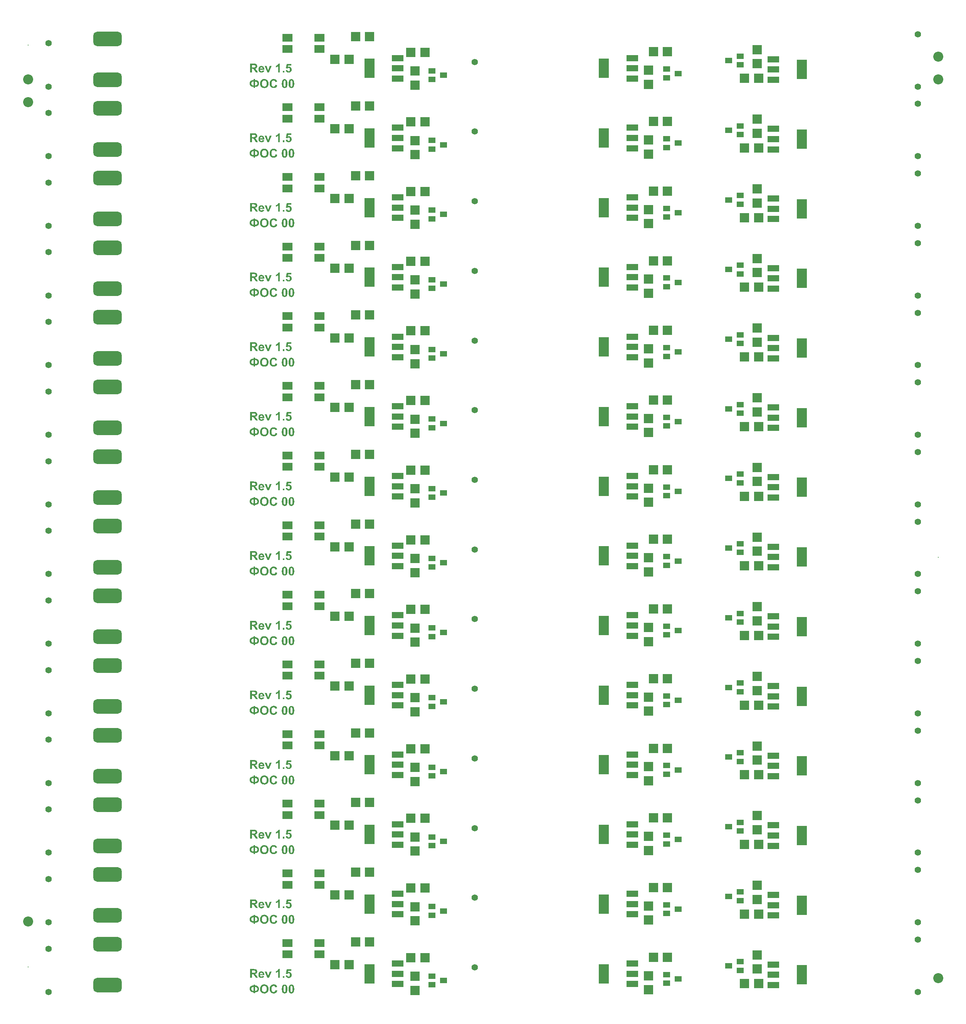
<source format=gts>
G04 Layer_Color=8388736*
%FSLAX44Y44*%
%MOMM*%
G71*
G01*
G75*
%ADD151C,2.2032*%
G04:AMPARAMS|DCode=152|XSize=6.2032mm|YSize=3.2032mm|CornerRadius=0.8516mm|HoleSize=0mm|Usage=FLASHONLY|Rotation=0.000|XOffset=0mm|YOffset=0mm|HoleType=Round|Shape=RoundedRectangle|*
%AMROUNDEDRECTD152*
21,1,6.2032,1.5000,0,0,0.0*
21,1,4.5000,3.2032,0,0,0.0*
1,1,1.7032,2.2500,-0.7500*
1,1,1.7032,-2.2500,-0.7500*
1,1,1.7032,-2.2500,0.7500*
1,1,1.7032,2.2500,0.7500*
%
%ADD152ROUNDEDRECTD152*%
%ADD153C,1.4000*%
%ADD154R,2.0532X2.1532*%
%ADD155R,2.0532X2.0532*%
%ADD156R,2.0532X2.0532*%
%ADD157R,1.6032X1.2032*%
%ADD158R,2.2032X1.7032*%
%ADD159R,2.5032X1.4032*%
%ADD160R,2.2032X4.2032*%
%ADD161C,0.2032*%
G36*
X554394Y2040000D02*
X551062D01*
X545454Y2053937D01*
X549313D01*
X551950Y2046802D01*
X552700Y2044442D01*
X552728Y2044470D01*
X552756Y2044581D01*
X552811Y2044748D01*
X552867Y2044914D01*
X553005Y2045331D01*
X553061Y2045497D01*
X553089Y2045636D01*
Y2045664D01*
X553116Y2045747D01*
X553144Y2045858D01*
X553200Y2045997D01*
X553311Y2046386D01*
X553477Y2046802D01*
X556143Y2053937D01*
X559918D01*
X554394Y2040000D01*
D02*
G37*
G36*
X603422Y2055519D02*
X596453D01*
X595870Y2052243D01*
X595898D01*
X595926Y2052271D01*
X596092Y2052354D01*
X596342Y2052438D01*
X596647Y2052577D01*
X597036Y2052688D01*
X597453Y2052771D01*
X597925Y2052854D01*
X598397Y2052882D01*
X598646D01*
X598813Y2052854D01*
X599007Y2052827D01*
X599257Y2052799D01*
X599535Y2052743D01*
X599840Y2052660D01*
X600479Y2052438D01*
X600840Y2052299D01*
X601173Y2052132D01*
X601534Y2051910D01*
X601895Y2051660D01*
X602228Y2051383D01*
X602561Y2051078D01*
X602589Y2051050D01*
X602644Y2050994D01*
X602728Y2050883D01*
X602839Y2050744D01*
X602950Y2050578D01*
X603116Y2050356D01*
X603255Y2050106D01*
X603422Y2049828D01*
X603588Y2049523D01*
X603727Y2049162D01*
X603894Y2048773D01*
X604005Y2048385D01*
X604116Y2047940D01*
X604199Y2047468D01*
X604254Y2046969D01*
X604282Y2046441D01*
Y2046413D01*
Y2046330D01*
Y2046219D01*
X604254Y2046053D01*
Y2045830D01*
X604199Y2045581D01*
X604171Y2045303D01*
X604116Y2045025D01*
X603949Y2044359D01*
X603699Y2043637D01*
X603533Y2043248D01*
X603366Y2042888D01*
X603144Y2042527D01*
X602894Y2042166D01*
X602866Y2042138D01*
X602811Y2042055D01*
X602700Y2041944D01*
X602561Y2041777D01*
X602367Y2041583D01*
X602117Y2041361D01*
X601839Y2041139D01*
X601534Y2040916D01*
X601173Y2040667D01*
X600784Y2040445D01*
X600368Y2040222D01*
X599896Y2040028D01*
X599396Y2039862D01*
X598868Y2039751D01*
X598285Y2039667D01*
X597675Y2039639D01*
X597425D01*
X597231Y2039667D01*
X597009Y2039695D01*
X596731Y2039723D01*
X596453Y2039751D01*
X596120Y2039806D01*
X595454Y2039973D01*
X594704Y2040250D01*
X594343Y2040389D01*
X593982Y2040583D01*
X593649Y2040806D01*
X593316Y2041055D01*
X593288Y2041083D01*
X593233Y2041111D01*
X593149Y2041194D01*
X593038Y2041305D01*
X592927Y2041472D01*
X592761Y2041638D01*
X592622Y2041833D01*
X592455Y2042055D01*
X592261Y2042332D01*
X592094Y2042610D01*
X591789Y2043276D01*
X591511Y2044026D01*
X591428Y2044442D01*
X591345Y2044886D01*
X595010Y2045275D01*
Y2045220D01*
X595037Y2045081D01*
X595093Y2044831D01*
X595176Y2044553D01*
X595287Y2044248D01*
X595454Y2043915D01*
X595676Y2043609D01*
X595926Y2043304D01*
X595953Y2043276D01*
X596064Y2043193D01*
X596231Y2043082D01*
X596453Y2042943D01*
X596703Y2042804D01*
X597009Y2042693D01*
X597369Y2042610D01*
X597730Y2042582D01*
X597786D01*
X597925Y2042610D01*
X598147Y2042638D01*
X598424Y2042693D01*
X598730Y2042804D01*
X599063Y2042971D01*
X599396Y2043221D01*
X599701Y2043526D01*
X599729Y2043582D01*
X599840Y2043693D01*
X599951Y2043915D01*
X600118Y2044248D01*
X600257Y2044637D01*
X600395Y2045109D01*
X600479Y2045692D01*
X600507Y2046358D01*
Y2046386D01*
Y2046441D01*
Y2046525D01*
Y2046663D01*
X600479Y2046969D01*
X600395Y2047357D01*
X600312Y2047802D01*
X600173Y2048246D01*
X599979Y2048662D01*
X599701Y2049023D01*
X599674Y2049051D01*
X599563Y2049162D01*
X599368Y2049301D01*
X599146Y2049495D01*
X598841Y2049662D01*
X598480Y2049800D01*
X598063Y2049911D01*
X597619Y2049939D01*
X597453D01*
X597342Y2049911D01*
X597064Y2049856D01*
X596675Y2049773D01*
X596231Y2049606D01*
X595759Y2049356D01*
X595509Y2049190D01*
X595259Y2048995D01*
X595010Y2048773D01*
X594760Y2048523D01*
X591789Y2048940D01*
X593677Y2058962D01*
X603422D01*
Y2055519D01*
D02*
G37*
G36*
X588291Y2040000D02*
X584599D01*
Y2043693D01*
X588291D01*
Y2040000D01*
D02*
G37*
G36*
X578297D02*
X574604D01*
Y2053909D01*
X574577Y2053882D01*
X574521Y2053826D01*
X574410Y2053743D01*
X574244Y2053604D01*
X574049Y2053437D01*
X573827Y2053271D01*
X573549Y2053076D01*
X573244Y2052854D01*
X572911Y2052632D01*
X572550Y2052410D01*
X572161Y2052160D01*
X571745Y2051938D01*
X570857Y2051522D01*
X569857Y2051133D01*
Y2054465D01*
X569885D01*
X569913Y2054492D01*
X569996Y2054520D01*
X570107Y2054548D01*
X570384Y2054687D01*
X570773Y2054853D01*
X571245Y2055075D01*
X571773Y2055381D01*
X572356Y2055769D01*
X572966Y2056214D01*
X572994Y2056241D01*
X573050Y2056269D01*
X573133Y2056352D01*
X573244Y2056463D01*
X573549Y2056741D01*
X573882Y2057102D01*
X574271Y2057546D01*
X574660Y2058101D01*
X575021Y2058684D01*
X575298Y2059323D01*
X578297D01*
Y2040000D01*
D02*
G37*
G36*
X521912Y2059184D02*
X522217D01*
X522523Y2059156D01*
X522883D01*
X523605Y2059073D01*
X524355Y2058990D01*
X525049Y2058851D01*
X525354Y2058768D01*
X525632Y2058684D01*
X525660D01*
X525687Y2058657D01*
X525854Y2058573D01*
X526104Y2058434D01*
X526437Y2058268D01*
X526798Y2057990D01*
X527159Y2057685D01*
X527520Y2057296D01*
X527853Y2056824D01*
Y2056797D01*
X527881Y2056769D01*
X527936Y2056685D01*
X527992Y2056602D01*
X528130Y2056324D01*
X528297Y2055964D01*
X528436Y2055519D01*
X528575Y2055020D01*
X528686Y2054437D01*
X528713Y2053826D01*
Y2053798D01*
Y2053743D01*
Y2053604D01*
X528686Y2053465D01*
Y2053271D01*
X528658Y2053076D01*
X528547Y2052577D01*
X528408Y2051994D01*
X528186Y2051411D01*
X527853Y2050800D01*
X527659Y2050522D01*
X527436Y2050245D01*
X527409Y2050217D01*
X527381Y2050189D01*
X527298Y2050106D01*
X527187Y2050022D01*
X527076Y2049911D01*
X526909Y2049773D01*
X526715Y2049634D01*
X526493Y2049495D01*
X526243Y2049328D01*
X525937Y2049190D01*
X525632Y2049051D01*
X525299Y2048912D01*
X524910Y2048773D01*
X524521Y2048662D01*
X524105Y2048551D01*
X523633Y2048468D01*
X523661D01*
X523689Y2048440D01*
X523855Y2048329D01*
X524077Y2048190D01*
X524355Y2047996D01*
X524688Y2047746D01*
X525021Y2047496D01*
X525382Y2047191D01*
X525687Y2046858D01*
X525715Y2046830D01*
X525854Y2046691D01*
X526021Y2046469D01*
X526270Y2046136D01*
X526604Y2045719D01*
X526770Y2045442D01*
X526964Y2045164D01*
X527187Y2044859D01*
X527409Y2044526D01*
X527659Y2044137D01*
X527908Y2043748D01*
X530268Y2040000D01*
X525604D01*
X522828Y2044165D01*
X522800Y2044193D01*
X522772Y2044276D01*
X522689Y2044387D01*
X522578Y2044526D01*
X522467Y2044692D01*
X522328Y2044914D01*
X522023Y2045358D01*
X521662Y2045858D01*
X521329Y2046302D01*
X521023Y2046719D01*
X520885Y2046858D01*
X520774Y2046996D01*
X520746Y2047024D01*
X520690Y2047080D01*
X520579Y2047191D01*
X520440Y2047330D01*
X520246Y2047441D01*
X520052Y2047579D01*
X519829Y2047690D01*
X519607Y2047802D01*
X519580D01*
X519496Y2047829D01*
X519358Y2047885D01*
X519136Y2047913D01*
X518858Y2047968D01*
X518525Y2047996D01*
X518136Y2048024D01*
X516887D01*
Y2040000D01*
X513000D01*
Y2059212D01*
X521662D01*
X521912Y2059184D01*
D02*
G37*
G36*
X538153Y2054215D02*
X538402Y2054187D01*
X538708Y2054131D01*
X539041Y2054076D01*
X539402Y2053992D01*
X539791Y2053882D01*
X540179Y2053743D01*
X540596Y2053576D01*
X541012Y2053354D01*
X541401Y2053132D01*
X541789Y2052854D01*
X542178Y2052521D01*
X542511Y2052160D01*
X542539Y2052132D01*
X542594Y2052077D01*
X542678Y2051938D01*
X542789Y2051772D01*
X542928Y2051549D01*
X543066Y2051300D01*
X543233Y2050966D01*
X543400Y2050605D01*
X543566Y2050189D01*
X543733Y2049717D01*
X543872Y2049217D01*
X544010Y2048634D01*
X544122Y2048024D01*
X544205Y2047357D01*
X544260Y2046663D01*
Y2045886D01*
X535043D01*
Y2045858D01*
Y2045803D01*
Y2045719D01*
X535071Y2045608D01*
X535099Y2045331D01*
X535154Y2044942D01*
X535265Y2044553D01*
X535432Y2044109D01*
X535626Y2043693D01*
X535904Y2043332D01*
X535932Y2043304D01*
X536070Y2043193D01*
X536237Y2043054D01*
X536487Y2042888D01*
X536792Y2042721D01*
X537181Y2042582D01*
X537597Y2042471D01*
X538041Y2042443D01*
X538180D01*
X538347Y2042471D01*
X538541Y2042499D01*
X538763Y2042554D01*
X539013Y2042638D01*
X539263Y2042749D01*
X539485Y2042915D01*
X539513Y2042943D01*
X539596Y2042999D01*
X539707Y2043110D01*
X539818Y2043276D01*
X539985Y2043498D01*
X540124Y2043748D01*
X540262Y2044081D01*
X540401Y2044442D01*
X544066Y2043831D01*
Y2043804D01*
X544038Y2043748D01*
X543983Y2043637D01*
X543927Y2043498D01*
X543844Y2043332D01*
X543761Y2043138D01*
X543511Y2042693D01*
X543205Y2042194D01*
X542817Y2041666D01*
X542345Y2041194D01*
X541817Y2040750D01*
X541789D01*
X541762Y2040694D01*
X541651Y2040667D01*
X541540Y2040583D01*
X541401Y2040500D01*
X541206Y2040417D01*
X541012Y2040334D01*
X540762Y2040222D01*
X540207Y2040028D01*
X539568Y2039862D01*
X538819Y2039751D01*
X538014Y2039695D01*
X537847D01*
X537681Y2039723D01*
X537431D01*
X537125Y2039778D01*
X536764Y2039834D01*
X536376Y2039889D01*
X535987Y2040000D01*
X535543Y2040111D01*
X535099Y2040278D01*
X534655Y2040472D01*
X534210Y2040694D01*
X533766Y2040972D01*
X533350Y2041277D01*
X532989Y2041638D01*
X532628Y2042055D01*
X532600Y2042083D01*
X532572Y2042138D01*
X532517Y2042249D01*
X532406Y2042388D01*
X532323Y2042582D01*
X532211Y2042804D01*
X532073Y2043054D01*
X531962Y2043360D01*
X531823Y2043693D01*
X531712Y2044054D01*
X531573Y2044442D01*
X531490Y2044886D01*
X531406Y2045331D01*
X531323Y2045803D01*
X531295Y2046330D01*
X531268Y2046858D01*
Y2046885D01*
Y2046996D01*
Y2047191D01*
X531295Y2047441D01*
X531323Y2047718D01*
X531351Y2048051D01*
X531406Y2048412D01*
X531490Y2048829D01*
X531712Y2049689D01*
X531851Y2050134D01*
X532017Y2050605D01*
X532239Y2051050D01*
X532489Y2051466D01*
X532767Y2051883D01*
X533072Y2052271D01*
X533100Y2052299D01*
X533155Y2052354D01*
X533266Y2052466D01*
X533405Y2052577D01*
X533572Y2052715D01*
X533794Y2052882D01*
X534044Y2053076D01*
X534321Y2053271D01*
X534627Y2053437D01*
X534988Y2053632D01*
X535349Y2053798D01*
X535765Y2053937D01*
X536181Y2054048D01*
X536653Y2054159D01*
X537125Y2054215D01*
X537625Y2054242D01*
X537930D01*
X538153Y2054215D01*
D02*
G37*
G36*
X565442Y2025545D02*
X565748Y2025517D01*
X566081Y2025462D01*
X566469Y2025406D01*
X566886Y2025323D01*
X567330Y2025212D01*
X567802Y2025073D01*
X568274Y2024906D01*
X568774Y2024684D01*
X569246Y2024462D01*
X569690Y2024185D01*
X570162Y2023851D01*
X570578Y2023490D01*
X570606D01*
X570634Y2023435D01*
X570717Y2023352D01*
X570800Y2023268D01*
X570911Y2023130D01*
X571022Y2022963D01*
X571328Y2022574D01*
X571633Y2022075D01*
X571966Y2021464D01*
X572272Y2020770D01*
X572549Y2019965D01*
X568718Y2019049D01*
Y2019076D01*
X568690Y2019104D01*
Y2019187D01*
X568635Y2019299D01*
X568552Y2019548D01*
X568413Y2019881D01*
X568218Y2020270D01*
X567969Y2020659D01*
X567635Y2021048D01*
X567275Y2021381D01*
X567219Y2021408D01*
X567080Y2021519D01*
X566858Y2021658D01*
X566553Y2021825D01*
X566164Y2021991D01*
X565720Y2022130D01*
X565220Y2022241D01*
X564665Y2022269D01*
X564471D01*
X564304Y2022241D01*
X564137Y2022213D01*
X563915Y2022186D01*
X563443Y2022075D01*
X562888Y2021880D01*
X562305Y2021603D01*
X562000Y2021436D01*
X561722Y2021242D01*
X561445Y2020992D01*
X561195Y2020714D01*
Y2020687D01*
X561139Y2020631D01*
X561084Y2020548D01*
X561000Y2020409D01*
X560889Y2020242D01*
X560778Y2020048D01*
X560667Y2019798D01*
X560556Y2019521D01*
X560417Y2019187D01*
X560306Y2018826D01*
X560195Y2018410D01*
X560084Y2017966D01*
X560001Y2017466D01*
X559945Y2016939D01*
X559918Y2016356D01*
X559890Y2015717D01*
Y2015689D01*
Y2015551D01*
Y2015356D01*
X559918Y2015134D01*
Y2014829D01*
X559973Y2014468D01*
X560001Y2014107D01*
X560056Y2013690D01*
X560223Y2012830D01*
X560445Y2011969D01*
X560584Y2011553D01*
X560778Y2011164D01*
X560973Y2010803D01*
X561195Y2010498D01*
X561222Y2010470D01*
X561250Y2010442D01*
X561334Y2010359D01*
X561445Y2010248D01*
X561722Y2010026D01*
X562111Y2009748D01*
X562583Y2009443D01*
X563166Y2009221D01*
X563832Y2009026D01*
X564193Y2008999D01*
X564582Y2008971D01*
X564720D01*
X564832Y2008999D01*
X565137Y2009026D01*
X565498Y2009082D01*
X565886Y2009221D01*
X566331Y2009387D01*
X566775Y2009609D01*
X567219Y2009943D01*
X567275Y2009998D01*
X567413Y2010137D01*
X567608Y2010359D01*
X567830Y2010692D01*
X568107Y2011136D01*
X568357Y2011664D01*
X568607Y2012302D01*
X568829Y2013052D01*
X572605Y2011886D01*
Y2011858D01*
X572577Y2011747D01*
X572522Y2011581D01*
X572438Y2011358D01*
X572327Y2011109D01*
X572216Y2010803D01*
X572077Y2010470D01*
X571911Y2010109D01*
X571522Y2009360D01*
X571022Y2008582D01*
X570412Y2007833D01*
X570079Y2007500D01*
X569718Y2007194D01*
X569690Y2007166D01*
X569634Y2007139D01*
X569523Y2007055D01*
X569357Y2006944D01*
X569162Y2006833D01*
X568913Y2006722D01*
X568635Y2006583D01*
X568330Y2006445D01*
X567969Y2006278D01*
X567580Y2006139D01*
X567164Y2006028D01*
X566719Y2005917D01*
X566247Y2005806D01*
X565720Y2005723D01*
X565192Y2005695D01*
X564609Y2005667D01*
X564443D01*
X564249Y2005695D01*
X563971Y2005723D01*
X563666Y2005750D01*
X563277Y2005806D01*
X562860Y2005889D01*
X562388Y2006000D01*
X561917Y2006139D01*
X561417Y2006306D01*
X560889Y2006528D01*
X560362Y2006778D01*
X559834Y2007055D01*
X559307Y2007416D01*
X558807Y2007805D01*
X558335Y2008277D01*
X558307Y2008305D01*
X558224Y2008388D01*
X558113Y2008555D01*
X557947Y2008749D01*
X557780Y2009026D01*
X557558Y2009332D01*
X557336Y2009720D01*
X557114Y2010165D01*
X556892Y2010637D01*
X556669Y2011164D01*
X556447Y2011775D01*
X556281Y2012413D01*
X556114Y2013080D01*
X556003Y2013829D01*
X555920Y2014607D01*
X555892Y2015439D01*
Y2015467D01*
Y2015495D01*
Y2015662D01*
X555920Y2015912D01*
Y2016245D01*
X555975Y2016633D01*
X556031Y2017105D01*
X556086Y2017605D01*
X556198Y2018188D01*
X556336Y2018771D01*
X556503Y2019382D01*
X556697Y2019993D01*
X556947Y2020631D01*
X557225Y2021242D01*
X557558Y2021825D01*
X557919Y2022380D01*
X558363Y2022908D01*
X558391Y2022935D01*
X558474Y2023019D01*
X558613Y2023157D01*
X558807Y2023324D01*
X559057Y2023518D01*
X559362Y2023740D01*
X559696Y2023990D01*
X560112Y2024240D01*
X560556Y2024490D01*
X561028Y2024740D01*
X561583Y2024962D01*
X562139Y2025156D01*
X562777Y2025323D01*
X563416Y2025462D01*
X564137Y2025545D01*
X564859Y2025573D01*
X565192D01*
X565442Y2025545D01*
D02*
G37*
G36*
X524188Y2023324D02*
X524382D01*
X524632Y2023296D01*
X524937Y2023268D01*
X525298Y2023213D01*
X525742Y2023157D01*
X526214Y2023074D01*
X526714Y2022963D01*
X527242Y2022852D01*
X527769Y2022685D01*
X528297Y2022491D01*
X528852Y2022269D01*
X529351Y2022019D01*
X529823Y2021741D01*
X530268Y2021408D01*
X530656Y2021048D01*
X530684Y2021020D01*
X530740Y2020964D01*
X530823Y2020825D01*
X530962Y2020687D01*
X531100Y2020464D01*
X531267Y2020215D01*
X531434Y2019937D01*
X531628Y2019604D01*
X531795Y2019243D01*
X531961Y2018854D01*
X532128Y2018410D01*
X532266Y2017938D01*
X532405Y2017438D01*
X532489Y2016911D01*
X532544Y2016356D01*
X532572Y2015773D01*
Y2015745D01*
Y2015634D01*
Y2015467D01*
X532544Y2015245D01*
X532516Y2014967D01*
X532461Y2014662D01*
X532405Y2014301D01*
X532322Y2013913D01*
X532239Y2013496D01*
X532100Y2013080D01*
X531961Y2012635D01*
X531767Y2012191D01*
X531545Y2011747D01*
X531295Y2011331D01*
X530989Y2010914D01*
X530656Y2010498D01*
X530629Y2010470D01*
X530573Y2010414D01*
X530462Y2010303D01*
X530295Y2010165D01*
X530073Y2009998D01*
X529823Y2009832D01*
X529518Y2009637D01*
X529129Y2009443D01*
X528713Y2009221D01*
X528241Y2009026D01*
X527713Y2008832D01*
X527130Y2008665D01*
X526492Y2008527D01*
X525770Y2008388D01*
X525020Y2008305D01*
X524188Y2008249D01*
Y2006000D01*
X520384D01*
Y2008249D01*
X520190D01*
X519940Y2008277D01*
X519635Y2008305D01*
X519246Y2008360D01*
X518829Y2008416D01*
X518358Y2008499D01*
X517858Y2008582D01*
X517303Y2008721D01*
X516775Y2008860D01*
X516220Y2009054D01*
X515692Y2009276D01*
X515193Y2009526D01*
X514721Y2009804D01*
X514277Y2010137D01*
X513888Y2010498D01*
X513860Y2010526D01*
X513805Y2010609D01*
X513721Y2010720D01*
X513582Y2010887D01*
X513444Y2011081D01*
X513305Y2011331D01*
X513111Y2011608D01*
X512944Y2011942D01*
X512777Y2012302D01*
X512611Y2012719D01*
X512444Y2013135D01*
X512305Y2013607D01*
X512167Y2014107D01*
X512083Y2014634D01*
X512028Y2015190D01*
X512000Y2015773D01*
Y2015800D01*
Y2015912D01*
Y2016106D01*
X512028Y2016328D01*
X512056Y2016606D01*
X512111Y2016939D01*
X512167Y2017300D01*
X512250Y2017688D01*
X512361Y2018105D01*
X512472Y2018549D01*
X512639Y2018993D01*
X512833Y2019437D01*
X513055Y2019881D01*
X513333Y2020298D01*
X513638Y2020714D01*
X513971Y2021103D01*
X513999Y2021131D01*
X514054Y2021186D01*
X514193Y2021297D01*
X514360Y2021436D01*
X514554Y2021575D01*
X514832Y2021741D01*
X515137Y2021936D01*
X515526Y2022130D01*
X515942Y2022352D01*
X516414Y2022547D01*
X516942Y2022713D01*
X517497Y2022908D01*
X518135Y2023046D01*
X518829Y2023185D01*
X519579Y2023268D01*
X520384Y2023324D01*
Y2025212D01*
X524188D01*
Y2023324D01*
D02*
G37*
G36*
X604226Y2025295D02*
X604448Y2025267D01*
X604726Y2025212D01*
X605003Y2025156D01*
X605337Y2025073D01*
X605698Y2024962D01*
X606031Y2024823D01*
X606391Y2024684D01*
X606752Y2024490D01*
X607113Y2024240D01*
X607474Y2023990D01*
X607807Y2023685D01*
X608113Y2023324D01*
X608140Y2023296D01*
X608196Y2023213D01*
X608279Y2023074D01*
X608418Y2022880D01*
X608557Y2022602D01*
X608723Y2022269D01*
X608890Y2021908D01*
X609057Y2021436D01*
X609223Y2020936D01*
X609418Y2020353D01*
X609556Y2019715D01*
X609695Y2018993D01*
X609834Y2018216D01*
X609917Y2017383D01*
X609973Y2016467D01*
X610001Y2015467D01*
Y2015439D01*
Y2015412D01*
Y2015329D01*
Y2015217D01*
Y2014940D01*
X609973Y2014579D01*
X609945Y2014135D01*
X609890Y2013607D01*
X609834Y2013052D01*
X609779Y2012441D01*
X609668Y2011803D01*
X609529Y2011136D01*
X609390Y2010498D01*
X609196Y2009859D01*
X609001Y2009221D01*
X608723Y2008638D01*
X608446Y2008082D01*
X608113Y2007611D01*
X608085Y2007583D01*
X608030Y2007527D01*
X607946Y2007416D01*
X607835Y2007305D01*
X607669Y2007166D01*
X607474Y2007000D01*
X607224Y2006806D01*
X606974Y2006639D01*
X606669Y2006445D01*
X606364Y2006250D01*
X606003Y2006084D01*
X605614Y2005945D01*
X605198Y2005834D01*
X604726Y2005723D01*
X604254Y2005667D01*
X603754Y2005639D01*
X603643D01*
X603476Y2005667D01*
X603282D01*
X603060Y2005695D01*
X602782Y2005750D01*
X602477Y2005806D01*
X602144Y2005917D01*
X601783Y2006028D01*
X601422Y2006167D01*
X601033Y2006333D01*
X600672Y2006556D01*
X600284Y2006778D01*
X599923Y2007083D01*
X599562Y2007388D01*
X599229Y2007777D01*
X599201Y2007805D01*
X599146Y2007888D01*
X599062Y2008027D01*
X598979Y2008194D01*
X598840Y2008443D01*
X598701Y2008749D01*
X598535Y2009138D01*
X598396Y2009554D01*
X598229Y2010054D01*
X598063Y2010609D01*
X597924Y2011247D01*
X597813Y2011942D01*
X597702Y2012719D01*
X597619Y2013579D01*
X597563Y2014496D01*
X597535Y2015495D01*
Y2015523D01*
Y2015551D01*
Y2015634D01*
Y2015745D01*
Y2016022D01*
X597563Y2016383D01*
X597591Y2016828D01*
X597646Y2017355D01*
X597702Y2017910D01*
X597757Y2018521D01*
X597868Y2019160D01*
X597980Y2019798D01*
X598146Y2020464D01*
X598313Y2021103D01*
X598535Y2021714D01*
X598785Y2022297D01*
X599062Y2022852D01*
X599395Y2023324D01*
X599423Y2023352D01*
X599479Y2023407D01*
X599562Y2023518D01*
X599701Y2023629D01*
X599840Y2023796D01*
X600034Y2023963D01*
X600284Y2024129D01*
X600534Y2024323D01*
X600839Y2024518D01*
X601144Y2024684D01*
X601505Y2024851D01*
X601894Y2025018D01*
X602310Y2025128D01*
X602782Y2025240D01*
X603254Y2025295D01*
X603754Y2025323D01*
X604032D01*
X604226Y2025295D01*
D02*
G37*
G36*
X589290D02*
X589512Y2025267D01*
X589790Y2025212D01*
X590067Y2025156D01*
X590401Y2025073D01*
X590761Y2024962D01*
X591095Y2024823D01*
X591455Y2024684D01*
X591816Y2024490D01*
X592177Y2024240D01*
X592538Y2023990D01*
X592871Y2023685D01*
X593177Y2023324D01*
X593204Y2023296D01*
X593260Y2023213D01*
X593343Y2023074D01*
X593482Y2022880D01*
X593621Y2022602D01*
X593787Y2022269D01*
X593954Y2021908D01*
X594121Y2021436D01*
X594287Y2020936D01*
X594482Y2020353D01*
X594620Y2019715D01*
X594759Y2018993D01*
X594898Y2018216D01*
X594981Y2017383D01*
X595037Y2016467D01*
X595065Y2015467D01*
Y2015439D01*
Y2015412D01*
Y2015329D01*
Y2015217D01*
Y2014940D01*
X595037Y2014579D01*
X595009Y2014135D01*
X594953Y2013607D01*
X594898Y2013052D01*
X594842Y2012441D01*
X594731Y2011803D01*
X594593Y2011136D01*
X594454Y2010498D01*
X594259Y2009859D01*
X594065Y2009221D01*
X593787Y2008638D01*
X593510Y2008082D01*
X593177Y2007611D01*
X593149Y2007583D01*
X593093Y2007527D01*
X593010Y2007416D01*
X592899Y2007305D01*
X592733Y2007166D01*
X592538Y2007000D01*
X592288Y2006806D01*
X592038Y2006639D01*
X591733Y2006445D01*
X591428Y2006250D01*
X591067Y2006084D01*
X590678Y2005945D01*
X590262Y2005834D01*
X589790Y2005723D01*
X589318Y2005667D01*
X588818Y2005639D01*
X588707D01*
X588540Y2005667D01*
X588346D01*
X588124Y2005695D01*
X587846Y2005750D01*
X587541Y2005806D01*
X587208Y2005917D01*
X586847Y2006028D01*
X586486Y2006167D01*
X586097Y2006333D01*
X585736Y2006556D01*
X585348Y2006778D01*
X584987Y2007083D01*
X584626Y2007388D01*
X584293Y2007777D01*
X584265Y2007805D01*
X584210Y2007888D01*
X584126Y2008027D01*
X584043Y2008194D01*
X583904Y2008443D01*
X583765Y2008749D01*
X583599Y2009138D01*
X583460Y2009554D01*
X583293Y2010054D01*
X583127Y2010609D01*
X582988Y2011247D01*
X582877Y2011942D01*
X582766Y2012719D01*
X582683Y2013579D01*
X582627Y2014496D01*
X582599Y2015495D01*
Y2015523D01*
Y2015551D01*
Y2015634D01*
Y2015745D01*
Y2016022D01*
X582627Y2016383D01*
X582655Y2016828D01*
X582710Y2017355D01*
X582766Y2017910D01*
X582821Y2018521D01*
X582933Y2019160D01*
X583044Y2019798D01*
X583210Y2020464D01*
X583377Y2021103D01*
X583599Y2021714D01*
X583849Y2022297D01*
X584126Y2022852D01*
X584459Y2023324D01*
X584487Y2023352D01*
X584543Y2023407D01*
X584626Y2023518D01*
X584765Y2023629D01*
X584904Y2023796D01*
X585098Y2023963D01*
X585348Y2024129D01*
X585598Y2024323D01*
X585903Y2024518D01*
X586208Y2024684D01*
X586569Y2024851D01*
X586958Y2025018D01*
X587374Y2025128D01*
X587846Y2025240D01*
X588318Y2025295D01*
X588818Y2025323D01*
X589096D01*
X589290Y2025295D01*
D02*
G37*
G36*
X544593Y2025545D02*
X544870D01*
X545231Y2025489D01*
X545648Y2025434D01*
X546120Y2025351D01*
X546619Y2025240D01*
X547147Y2025101D01*
X547702Y2024934D01*
X548257Y2024712D01*
X548840Y2024462D01*
X549396Y2024157D01*
X549951Y2023796D01*
X550479Y2023380D01*
X550978Y2022908D01*
X551006Y2022880D01*
X551089Y2022796D01*
X551228Y2022630D01*
X551367Y2022436D01*
X551561Y2022158D01*
X551783Y2021825D01*
X552005Y2021436D01*
X552255Y2020992D01*
X552505Y2020520D01*
X552727Y2019965D01*
X552949Y2019354D01*
X553144Y2018715D01*
X553310Y2017994D01*
X553421Y2017244D01*
X553504Y2016439D01*
X553532Y2015578D01*
Y2015523D01*
Y2015384D01*
X553504Y2015134D01*
Y2014801D01*
X553449Y2014412D01*
X553394Y2013968D01*
X553310Y2013441D01*
X553227Y2012913D01*
X553088Y2012330D01*
X552921Y2011719D01*
X552699Y2011109D01*
X552450Y2010498D01*
X552172Y2009915D01*
X551811Y2009332D01*
X551422Y2008777D01*
X550978Y2008249D01*
X550950Y2008221D01*
X550867Y2008138D01*
X550728Y2007999D01*
X550506Y2007833D01*
X550256Y2007638D01*
X549951Y2007416D01*
X549590Y2007194D01*
X549201Y2006944D01*
X548729Y2006694D01*
X548230Y2006472D01*
X547674Y2006250D01*
X547064Y2006056D01*
X546425Y2005889D01*
X545731Y2005750D01*
X545009Y2005667D01*
X544232Y2005639D01*
X544038D01*
X543815Y2005667D01*
X543538Y2005695D01*
X543177Y2005723D01*
X542761Y2005778D01*
X542289Y2005862D01*
X541789Y2005973D01*
X541234Y2006111D01*
X540706Y2006278D01*
X540123Y2006500D01*
X539568Y2006750D01*
X538985Y2007028D01*
X538457Y2007388D01*
X537930Y2007777D01*
X537430Y2008249D01*
X537402Y2008277D01*
X537319Y2008360D01*
X537208Y2008527D01*
X537042Y2008721D01*
X536847Y2008999D01*
X536625Y2009332D01*
X536403Y2009693D01*
X536181Y2010137D01*
X535931Y2010609D01*
X535709Y2011164D01*
X535487Y2011747D01*
X535293Y2012386D01*
X535126Y2013080D01*
X535015Y2013829D01*
X534932Y2014634D01*
X534904Y2015467D01*
Y2015495D01*
Y2015606D01*
Y2015745D01*
X534932Y2015967D01*
Y2016217D01*
X534959Y2016494D01*
X534987Y2016828D01*
X535015Y2017189D01*
X535126Y2017966D01*
X535265Y2018799D01*
X535487Y2019632D01*
X535765Y2020409D01*
Y2020437D01*
X535792Y2020464D01*
X535848Y2020548D01*
X535876Y2020659D01*
X536042Y2020936D01*
X536236Y2021297D01*
X536486Y2021714D01*
X536792Y2022130D01*
X537153Y2022602D01*
X537541Y2023046D01*
X537569Y2023074D01*
X537597Y2023102D01*
X537736Y2023241D01*
X537985Y2023463D01*
X538291Y2023713D01*
X538652Y2023990D01*
X539068Y2024296D01*
X539540Y2024573D01*
X540040Y2024795D01*
X540068D01*
X540123Y2024823D01*
X540234Y2024879D01*
X540373Y2024906D01*
X540540Y2024990D01*
X540734Y2025045D01*
X540984Y2025101D01*
X541234Y2025184D01*
X541844Y2025323D01*
X542538Y2025462D01*
X543344Y2025545D01*
X544176Y2025573D01*
X544371D01*
X544593Y2025545D01*
D02*
G37*
G36*
X554394Y1887000D02*
X551062D01*
X545454Y1900937D01*
X549313D01*
X551950Y1893802D01*
X552700Y1891442D01*
X552728Y1891470D01*
X552756Y1891581D01*
X552811Y1891748D01*
X552867Y1891914D01*
X553005Y1892331D01*
X553061Y1892497D01*
X553089Y1892636D01*
Y1892664D01*
X553116Y1892747D01*
X553144Y1892858D01*
X553200Y1892997D01*
X553311Y1893386D01*
X553477Y1893802D01*
X556143Y1900937D01*
X559918D01*
X554394Y1887000D01*
D02*
G37*
G36*
X603422Y1902519D02*
X596453D01*
X595870Y1899243D01*
X595898D01*
X595926Y1899271D01*
X596092Y1899355D01*
X596342Y1899438D01*
X596647Y1899577D01*
X597036Y1899688D01*
X597453Y1899771D01*
X597925Y1899854D01*
X598397Y1899882D01*
X598646D01*
X598813Y1899854D01*
X599007Y1899827D01*
X599257Y1899799D01*
X599535Y1899743D01*
X599840Y1899660D01*
X600479Y1899438D01*
X600840Y1899299D01*
X601173Y1899132D01*
X601534Y1898910D01*
X601895Y1898660D01*
X602228Y1898383D01*
X602561Y1898078D01*
X602589Y1898050D01*
X602644Y1897994D01*
X602728Y1897883D01*
X602839Y1897744D01*
X602950Y1897578D01*
X603116Y1897356D01*
X603255Y1897106D01*
X603422Y1896828D01*
X603588Y1896523D01*
X603727Y1896162D01*
X603894Y1895773D01*
X604005Y1895385D01*
X604116Y1894940D01*
X604199Y1894468D01*
X604254Y1893969D01*
X604282Y1893441D01*
Y1893413D01*
Y1893330D01*
Y1893219D01*
X604254Y1893053D01*
Y1892830D01*
X604199Y1892581D01*
X604171Y1892303D01*
X604116Y1892025D01*
X603949Y1891359D01*
X603699Y1890637D01*
X603533Y1890249D01*
X603366Y1889888D01*
X603144Y1889527D01*
X602894Y1889166D01*
X602866Y1889138D01*
X602811Y1889055D01*
X602700Y1888944D01*
X602561Y1888777D01*
X602367Y1888583D01*
X602117Y1888361D01*
X601839Y1888139D01*
X601534Y1887917D01*
X601173Y1887667D01*
X600784Y1887444D01*
X600368Y1887222D01*
X599896Y1887028D01*
X599396Y1886862D01*
X598868Y1886750D01*
X598285Y1886667D01*
X597675Y1886639D01*
X597425D01*
X597231Y1886667D01*
X597009Y1886695D01*
X596731Y1886723D01*
X596453Y1886750D01*
X596120Y1886806D01*
X595454Y1886973D01*
X594704Y1887250D01*
X594343Y1887389D01*
X593982Y1887583D01*
X593649Y1887805D01*
X593316Y1888055D01*
X593288Y1888083D01*
X593233Y1888111D01*
X593149Y1888194D01*
X593038Y1888305D01*
X592927Y1888472D01*
X592761Y1888638D01*
X592622Y1888833D01*
X592455Y1889055D01*
X592261Y1889332D01*
X592094Y1889610D01*
X591789Y1890276D01*
X591511Y1891026D01*
X591428Y1891442D01*
X591345Y1891886D01*
X595010Y1892275D01*
Y1892220D01*
X595037Y1892081D01*
X595093Y1891831D01*
X595176Y1891553D01*
X595287Y1891248D01*
X595454Y1890915D01*
X595676Y1890609D01*
X595926Y1890304D01*
X595953Y1890276D01*
X596064Y1890193D01*
X596231Y1890082D01*
X596453Y1889943D01*
X596703Y1889804D01*
X597009Y1889693D01*
X597369Y1889610D01*
X597730Y1889582D01*
X597786D01*
X597925Y1889610D01*
X598147Y1889638D01*
X598424Y1889693D01*
X598730Y1889804D01*
X599063Y1889971D01*
X599396Y1890221D01*
X599701Y1890526D01*
X599729Y1890582D01*
X599840Y1890693D01*
X599951Y1890915D01*
X600118Y1891248D01*
X600257Y1891637D01*
X600395Y1892109D01*
X600479Y1892692D01*
X600507Y1893358D01*
Y1893386D01*
Y1893441D01*
Y1893524D01*
Y1893663D01*
X600479Y1893969D01*
X600395Y1894357D01*
X600312Y1894801D01*
X600173Y1895246D01*
X599979Y1895662D01*
X599701Y1896023D01*
X599674Y1896051D01*
X599563Y1896162D01*
X599368Y1896301D01*
X599146Y1896495D01*
X598841Y1896662D01*
X598480Y1896800D01*
X598063Y1896911D01*
X597619Y1896939D01*
X597453D01*
X597342Y1896911D01*
X597064Y1896856D01*
X596675Y1896773D01*
X596231Y1896606D01*
X595759Y1896356D01*
X595509Y1896190D01*
X595259Y1895995D01*
X595010Y1895773D01*
X594760Y1895523D01*
X591789Y1895940D01*
X593677Y1905962D01*
X603422D01*
Y1902519D01*
D02*
G37*
G36*
X588291Y1887000D02*
X584599D01*
Y1890693D01*
X588291D01*
Y1887000D01*
D02*
G37*
G36*
X578297D02*
X574604D01*
Y1900909D01*
X574577Y1900881D01*
X574521Y1900826D01*
X574410Y1900743D01*
X574244Y1900604D01*
X574049Y1900437D01*
X573827Y1900271D01*
X573549Y1900076D01*
X573244Y1899854D01*
X572911Y1899632D01*
X572550Y1899410D01*
X572161Y1899160D01*
X571745Y1898938D01*
X570857Y1898522D01*
X569857Y1898133D01*
Y1901464D01*
X569885D01*
X569913Y1901492D01*
X569996Y1901520D01*
X570107Y1901548D01*
X570384Y1901687D01*
X570773Y1901853D01*
X571245Y1902075D01*
X571773Y1902381D01*
X572356Y1902769D01*
X572966Y1903214D01*
X572994Y1903241D01*
X573050Y1903269D01*
X573133Y1903352D01*
X573244Y1903463D01*
X573549Y1903741D01*
X573882Y1904102D01*
X574271Y1904546D01*
X574660Y1905101D01*
X575021Y1905684D01*
X575298Y1906323D01*
X578297D01*
Y1887000D01*
D02*
G37*
G36*
X521912Y1906184D02*
X522217D01*
X522523Y1906156D01*
X522883D01*
X523605Y1906073D01*
X524355Y1905990D01*
X525049Y1905851D01*
X525354Y1905768D01*
X525632Y1905684D01*
X525660D01*
X525687Y1905656D01*
X525854Y1905573D01*
X526104Y1905434D01*
X526437Y1905268D01*
X526798Y1904990D01*
X527159Y1904685D01*
X527520Y1904296D01*
X527853Y1903824D01*
Y1903797D01*
X527881Y1903769D01*
X527936Y1903685D01*
X527992Y1903602D01*
X528130Y1903324D01*
X528297Y1902964D01*
X528436Y1902519D01*
X528575Y1902020D01*
X528686Y1901437D01*
X528713Y1900826D01*
Y1900798D01*
Y1900743D01*
Y1900604D01*
X528686Y1900465D01*
Y1900271D01*
X528658Y1900076D01*
X528547Y1899577D01*
X528408Y1898994D01*
X528186Y1898411D01*
X527853Y1897800D01*
X527659Y1897522D01*
X527436Y1897245D01*
X527409Y1897217D01*
X527381Y1897189D01*
X527298Y1897106D01*
X527187Y1897023D01*
X527076Y1896911D01*
X526909Y1896773D01*
X526715Y1896634D01*
X526493Y1896495D01*
X526243Y1896328D01*
X525937Y1896190D01*
X525632Y1896051D01*
X525299Y1895912D01*
X524910Y1895773D01*
X524521Y1895662D01*
X524105Y1895551D01*
X523633Y1895468D01*
X523661D01*
X523689Y1895440D01*
X523855Y1895329D01*
X524077Y1895190D01*
X524355Y1894996D01*
X524688Y1894746D01*
X525021Y1894496D01*
X525382Y1894191D01*
X525687Y1893858D01*
X525715Y1893830D01*
X525854Y1893691D01*
X526021Y1893469D01*
X526270Y1893136D01*
X526604Y1892719D01*
X526770Y1892442D01*
X526964Y1892164D01*
X527187Y1891859D01*
X527409Y1891526D01*
X527659Y1891137D01*
X527908Y1890748D01*
X530268Y1887000D01*
X525604D01*
X522828Y1891165D01*
X522800Y1891192D01*
X522772Y1891276D01*
X522689Y1891387D01*
X522578Y1891526D01*
X522467Y1891692D01*
X522328Y1891914D01*
X522023Y1892358D01*
X521662Y1892858D01*
X521329Y1893302D01*
X521023Y1893719D01*
X520885Y1893858D01*
X520774Y1893996D01*
X520746Y1894024D01*
X520690Y1894080D01*
X520579Y1894191D01*
X520440Y1894330D01*
X520246Y1894441D01*
X520052Y1894579D01*
X519829Y1894691D01*
X519607Y1894801D01*
X519580D01*
X519496Y1894829D01*
X519358Y1894885D01*
X519136Y1894913D01*
X518858Y1894968D01*
X518525Y1894996D01*
X518136Y1895024D01*
X516887D01*
Y1887000D01*
X513000D01*
Y1906212D01*
X521662D01*
X521912Y1906184D01*
D02*
G37*
G36*
X538153Y1901215D02*
X538402Y1901187D01*
X538708Y1901131D01*
X539041Y1901076D01*
X539402Y1900992D01*
X539791Y1900881D01*
X540179Y1900743D01*
X540596Y1900576D01*
X541012Y1900354D01*
X541401Y1900132D01*
X541789Y1899854D01*
X542178Y1899521D01*
X542511Y1899160D01*
X542539Y1899132D01*
X542594Y1899077D01*
X542678Y1898938D01*
X542789Y1898772D01*
X542928Y1898549D01*
X543066Y1898300D01*
X543233Y1897966D01*
X543400Y1897605D01*
X543566Y1897189D01*
X543733Y1896717D01*
X543872Y1896217D01*
X544010Y1895634D01*
X544122Y1895024D01*
X544205Y1894357D01*
X544260Y1893663D01*
Y1892886D01*
X535043D01*
Y1892858D01*
Y1892803D01*
Y1892719D01*
X535071Y1892608D01*
X535099Y1892331D01*
X535154Y1891942D01*
X535265Y1891553D01*
X535432Y1891109D01*
X535626Y1890693D01*
X535904Y1890332D01*
X535932Y1890304D01*
X536070Y1890193D01*
X536237Y1890054D01*
X536487Y1889888D01*
X536792Y1889721D01*
X537181Y1889582D01*
X537597Y1889471D01*
X538041Y1889443D01*
X538180D01*
X538347Y1889471D01*
X538541Y1889499D01*
X538763Y1889554D01*
X539013Y1889638D01*
X539263Y1889749D01*
X539485Y1889915D01*
X539513Y1889943D01*
X539596Y1889999D01*
X539707Y1890110D01*
X539818Y1890276D01*
X539985Y1890498D01*
X540124Y1890748D01*
X540262Y1891081D01*
X540401Y1891442D01*
X544066Y1890831D01*
Y1890804D01*
X544038Y1890748D01*
X543983Y1890637D01*
X543927Y1890498D01*
X543844Y1890332D01*
X543761Y1890137D01*
X543511Y1889693D01*
X543205Y1889194D01*
X542817Y1888666D01*
X542345Y1888194D01*
X541817Y1887750D01*
X541789D01*
X541762Y1887694D01*
X541651Y1887667D01*
X541540Y1887583D01*
X541401Y1887500D01*
X541206Y1887417D01*
X541012Y1887334D01*
X540762Y1887222D01*
X540207Y1887028D01*
X539568Y1886862D01*
X538819Y1886750D01*
X538014Y1886695D01*
X537847D01*
X537681Y1886723D01*
X537431D01*
X537125Y1886778D01*
X536764Y1886834D01*
X536376Y1886889D01*
X535987Y1887000D01*
X535543Y1887111D01*
X535099Y1887278D01*
X534655Y1887472D01*
X534210Y1887694D01*
X533766Y1887972D01*
X533350Y1888277D01*
X532989Y1888638D01*
X532628Y1889055D01*
X532600Y1889082D01*
X532572Y1889138D01*
X532517Y1889249D01*
X532406Y1889388D01*
X532323Y1889582D01*
X532211Y1889804D01*
X532073Y1890054D01*
X531962Y1890360D01*
X531823Y1890693D01*
X531712Y1891054D01*
X531573Y1891442D01*
X531490Y1891886D01*
X531406Y1892331D01*
X531323Y1892803D01*
X531295Y1893330D01*
X531268Y1893858D01*
Y1893885D01*
Y1893996D01*
Y1894191D01*
X531295Y1894441D01*
X531323Y1894718D01*
X531351Y1895051D01*
X531406Y1895412D01*
X531490Y1895829D01*
X531712Y1896689D01*
X531851Y1897133D01*
X532017Y1897605D01*
X532239Y1898050D01*
X532489Y1898466D01*
X532767Y1898883D01*
X533072Y1899271D01*
X533100Y1899299D01*
X533155Y1899355D01*
X533266Y1899466D01*
X533405Y1899577D01*
X533572Y1899715D01*
X533794Y1899882D01*
X534044Y1900076D01*
X534321Y1900271D01*
X534627Y1900437D01*
X534988Y1900632D01*
X535349Y1900798D01*
X535765Y1900937D01*
X536181Y1901048D01*
X536653Y1901159D01*
X537125Y1901215D01*
X537625Y1901242D01*
X537930D01*
X538153Y1901215D01*
D02*
G37*
G36*
X565442Y1872545D02*
X565748Y1872517D01*
X566081Y1872462D01*
X566469Y1872406D01*
X566886Y1872323D01*
X567330Y1872212D01*
X567802Y1872073D01*
X568274Y1871906D01*
X568774Y1871684D01*
X569246Y1871462D01*
X569690Y1871185D01*
X570162Y1870851D01*
X570578Y1870491D01*
X570606D01*
X570634Y1870435D01*
X570717Y1870352D01*
X570800Y1870268D01*
X570911Y1870130D01*
X571022Y1869963D01*
X571328Y1869574D01*
X571633Y1869075D01*
X571966Y1868464D01*
X572272Y1867770D01*
X572549Y1866965D01*
X568718Y1866049D01*
Y1866076D01*
X568690Y1866104D01*
Y1866187D01*
X568635Y1866298D01*
X568552Y1866548D01*
X568413Y1866881D01*
X568218Y1867270D01*
X567969Y1867659D01*
X567635Y1868047D01*
X567275Y1868381D01*
X567219Y1868408D01*
X567080Y1868519D01*
X566858Y1868658D01*
X566553Y1868825D01*
X566164Y1868991D01*
X565720Y1869130D01*
X565220Y1869241D01*
X564665Y1869269D01*
X564471D01*
X564304Y1869241D01*
X564137Y1869214D01*
X563915Y1869186D01*
X563443Y1869075D01*
X562888Y1868880D01*
X562305Y1868603D01*
X562000Y1868436D01*
X561722Y1868242D01*
X561445Y1867992D01*
X561195Y1867714D01*
Y1867686D01*
X561139Y1867631D01*
X561084Y1867548D01*
X561000Y1867409D01*
X560889Y1867242D01*
X560778Y1867048D01*
X560667Y1866798D01*
X560556Y1866521D01*
X560417Y1866187D01*
X560306Y1865827D01*
X560195Y1865410D01*
X560084Y1864966D01*
X560001Y1864466D01*
X559945Y1863939D01*
X559918Y1863356D01*
X559890Y1862717D01*
Y1862689D01*
Y1862551D01*
Y1862356D01*
X559918Y1862134D01*
Y1861829D01*
X559973Y1861468D01*
X560001Y1861107D01*
X560056Y1860690D01*
X560223Y1859830D01*
X560445Y1858969D01*
X560584Y1858553D01*
X560778Y1858164D01*
X560973Y1857803D01*
X561195Y1857498D01*
X561222Y1857470D01*
X561250Y1857442D01*
X561334Y1857359D01*
X561445Y1857248D01*
X561722Y1857026D01*
X562111Y1856748D01*
X562583Y1856443D01*
X563166Y1856221D01*
X563832Y1856026D01*
X564193Y1855999D01*
X564582Y1855971D01*
X564720D01*
X564832Y1855999D01*
X565137Y1856026D01*
X565498Y1856082D01*
X565886Y1856221D01*
X566331Y1856387D01*
X566775Y1856609D01*
X567219Y1856943D01*
X567275Y1856998D01*
X567413Y1857137D01*
X567608Y1857359D01*
X567830Y1857692D01*
X568107Y1858136D01*
X568357Y1858664D01*
X568607Y1859302D01*
X568829Y1860052D01*
X572605Y1858886D01*
Y1858858D01*
X572577Y1858747D01*
X572522Y1858580D01*
X572438Y1858358D01*
X572327Y1858109D01*
X572216Y1857803D01*
X572077Y1857470D01*
X571911Y1857109D01*
X571522Y1856360D01*
X571022Y1855582D01*
X570412Y1854833D01*
X570079Y1854500D01*
X569718Y1854194D01*
X569690Y1854166D01*
X569634Y1854139D01*
X569523Y1854055D01*
X569357Y1853944D01*
X569162Y1853833D01*
X568913Y1853722D01*
X568635Y1853583D01*
X568330Y1853445D01*
X567969Y1853278D01*
X567580Y1853139D01*
X567164Y1853028D01*
X566719Y1852917D01*
X566247Y1852806D01*
X565720Y1852723D01*
X565192Y1852695D01*
X564609Y1852667D01*
X564443D01*
X564249Y1852695D01*
X563971Y1852723D01*
X563666Y1852751D01*
X563277Y1852806D01*
X562860Y1852889D01*
X562388Y1853000D01*
X561917Y1853139D01*
X561417Y1853306D01*
X560889Y1853528D01*
X560362Y1853778D01*
X559834Y1854055D01*
X559307Y1854416D01*
X558807Y1854805D01*
X558335Y1855277D01*
X558307Y1855305D01*
X558224Y1855388D01*
X558113Y1855555D01*
X557947Y1855749D01*
X557780Y1856026D01*
X557558Y1856332D01*
X557336Y1856720D01*
X557114Y1857165D01*
X556892Y1857637D01*
X556669Y1858164D01*
X556447Y1858775D01*
X556281Y1859413D01*
X556114Y1860080D01*
X556003Y1860829D01*
X555920Y1861607D01*
X555892Y1862440D01*
Y1862467D01*
Y1862495D01*
Y1862662D01*
X555920Y1862911D01*
Y1863245D01*
X555975Y1863633D01*
X556031Y1864105D01*
X556086Y1864605D01*
X556198Y1865188D01*
X556336Y1865771D01*
X556503Y1866382D01*
X556697Y1866992D01*
X556947Y1867631D01*
X557225Y1868242D01*
X557558Y1868825D01*
X557919Y1869380D01*
X558363Y1869908D01*
X558391Y1869935D01*
X558474Y1870019D01*
X558613Y1870157D01*
X558807Y1870324D01*
X559057Y1870518D01*
X559362Y1870740D01*
X559696Y1870990D01*
X560112Y1871240D01*
X560556Y1871490D01*
X561028Y1871740D01*
X561583Y1871962D01*
X562139Y1872156D01*
X562777Y1872323D01*
X563416Y1872462D01*
X564137Y1872545D01*
X564859Y1872573D01*
X565192D01*
X565442Y1872545D01*
D02*
G37*
G36*
X524188Y1870324D02*
X524382D01*
X524632Y1870296D01*
X524937Y1870268D01*
X525298Y1870213D01*
X525742Y1870157D01*
X526214Y1870074D01*
X526714Y1869963D01*
X527242Y1869852D01*
X527769Y1869685D01*
X528297Y1869491D01*
X528852Y1869269D01*
X529351Y1869019D01*
X529823Y1868741D01*
X530268Y1868408D01*
X530656Y1868047D01*
X530684Y1868020D01*
X530740Y1867964D01*
X530823Y1867825D01*
X530962Y1867686D01*
X531100Y1867464D01*
X531267Y1867215D01*
X531434Y1866937D01*
X531628Y1866604D01*
X531795Y1866243D01*
X531961Y1865854D01*
X532128Y1865410D01*
X532266Y1864938D01*
X532405Y1864438D01*
X532489Y1863911D01*
X532544Y1863356D01*
X532572Y1862773D01*
Y1862745D01*
Y1862634D01*
Y1862467D01*
X532544Y1862245D01*
X532516Y1861967D01*
X532461Y1861662D01*
X532405Y1861301D01*
X532322Y1860913D01*
X532239Y1860496D01*
X532100Y1860080D01*
X531961Y1859635D01*
X531767Y1859191D01*
X531545Y1858747D01*
X531295Y1858331D01*
X530989Y1857914D01*
X530656Y1857498D01*
X530629Y1857470D01*
X530573Y1857415D01*
X530462Y1857303D01*
X530295Y1857165D01*
X530073Y1856998D01*
X529823Y1856832D01*
X529518Y1856637D01*
X529129Y1856443D01*
X528713Y1856221D01*
X528241Y1856026D01*
X527713Y1855832D01*
X527130Y1855665D01*
X526492Y1855527D01*
X525770Y1855388D01*
X525020Y1855305D01*
X524188Y1855249D01*
Y1853000D01*
X520384D01*
Y1855249D01*
X520190D01*
X519940Y1855277D01*
X519635Y1855305D01*
X519246Y1855360D01*
X518829Y1855416D01*
X518358Y1855499D01*
X517858Y1855582D01*
X517303Y1855721D01*
X516775Y1855860D01*
X516220Y1856054D01*
X515692Y1856276D01*
X515193Y1856526D01*
X514721Y1856804D01*
X514277Y1857137D01*
X513888Y1857498D01*
X513860Y1857526D01*
X513805Y1857609D01*
X513721Y1857720D01*
X513582Y1857887D01*
X513444Y1858081D01*
X513305Y1858331D01*
X513111Y1858608D01*
X512944Y1858941D01*
X512777Y1859302D01*
X512611Y1859719D01*
X512444Y1860135D01*
X512305Y1860607D01*
X512167Y1861107D01*
X512083Y1861634D01*
X512028Y1862190D01*
X512000Y1862773D01*
Y1862800D01*
Y1862911D01*
Y1863106D01*
X512028Y1863328D01*
X512056Y1863605D01*
X512111Y1863939D01*
X512167Y1864299D01*
X512250Y1864688D01*
X512361Y1865105D01*
X512472Y1865549D01*
X512639Y1865993D01*
X512833Y1866437D01*
X513055Y1866881D01*
X513333Y1867298D01*
X513638Y1867714D01*
X513971Y1868103D01*
X513999Y1868131D01*
X514054Y1868186D01*
X514193Y1868297D01*
X514360Y1868436D01*
X514554Y1868575D01*
X514832Y1868741D01*
X515137Y1868936D01*
X515526Y1869130D01*
X515942Y1869352D01*
X516414Y1869547D01*
X516942Y1869713D01*
X517497Y1869908D01*
X518135Y1870046D01*
X518829Y1870185D01*
X519579Y1870268D01*
X520384Y1870324D01*
Y1872212D01*
X524188D01*
Y1870324D01*
D02*
G37*
G36*
X604226Y1872295D02*
X604448Y1872267D01*
X604726Y1872212D01*
X605003Y1872156D01*
X605337Y1872073D01*
X605698Y1871962D01*
X606031Y1871823D01*
X606391Y1871684D01*
X606752Y1871490D01*
X607113Y1871240D01*
X607474Y1870990D01*
X607807Y1870685D01*
X608113Y1870324D01*
X608140Y1870296D01*
X608196Y1870213D01*
X608279Y1870074D01*
X608418Y1869880D01*
X608557Y1869602D01*
X608723Y1869269D01*
X608890Y1868908D01*
X609057Y1868436D01*
X609223Y1867936D01*
X609418Y1867353D01*
X609556Y1866715D01*
X609695Y1865993D01*
X609834Y1865216D01*
X609917Y1864383D01*
X609973Y1863467D01*
X610001Y1862467D01*
Y1862440D01*
Y1862412D01*
Y1862328D01*
Y1862217D01*
Y1861940D01*
X609973Y1861579D01*
X609945Y1861135D01*
X609890Y1860607D01*
X609834Y1860052D01*
X609779Y1859441D01*
X609668Y1858803D01*
X609529Y1858136D01*
X609390Y1857498D01*
X609196Y1856859D01*
X609001Y1856221D01*
X608723Y1855638D01*
X608446Y1855083D01*
X608113Y1854610D01*
X608085Y1854583D01*
X608030Y1854527D01*
X607946Y1854416D01*
X607835Y1854305D01*
X607669Y1854166D01*
X607474Y1854000D01*
X607224Y1853805D01*
X606974Y1853639D01*
X606669Y1853445D01*
X606364Y1853250D01*
X606003Y1853084D01*
X605614Y1852945D01*
X605198Y1852834D01*
X604726Y1852723D01*
X604254Y1852667D01*
X603754Y1852639D01*
X603643D01*
X603476Y1852667D01*
X603282D01*
X603060Y1852695D01*
X602782Y1852751D01*
X602477Y1852806D01*
X602144Y1852917D01*
X601783Y1853028D01*
X601422Y1853167D01*
X601033Y1853333D01*
X600672Y1853556D01*
X600284Y1853778D01*
X599923Y1854083D01*
X599562Y1854388D01*
X599229Y1854777D01*
X599201Y1854805D01*
X599146Y1854888D01*
X599062Y1855027D01*
X598979Y1855193D01*
X598840Y1855443D01*
X598701Y1855749D01*
X598535Y1856138D01*
X598396Y1856554D01*
X598229Y1857054D01*
X598063Y1857609D01*
X597924Y1858247D01*
X597813Y1858941D01*
X597702Y1859719D01*
X597619Y1860579D01*
X597563Y1861496D01*
X597535Y1862495D01*
Y1862523D01*
Y1862551D01*
Y1862634D01*
Y1862745D01*
Y1863022D01*
X597563Y1863383D01*
X597591Y1863828D01*
X597646Y1864355D01*
X597702Y1864910D01*
X597757Y1865521D01*
X597868Y1866160D01*
X597980Y1866798D01*
X598146Y1867464D01*
X598313Y1868103D01*
X598535Y1868714D01*
X598785Y1869297D01*
X599062Y1869852D01*
X599395Y1870324D01*
X599423Y1870352D01*
X599479Y1870407D01*
X599562Y1870518D01*
X599701Y1870629D01*
X599840Y1870796D01*
X600034Y1870963D01*
X600284Y1871129D01*
X600534Y1871323D01*
X600839Y1871518D01*
X601144Y1871684D01*
X601505Y1871851D01*
X601894Y1872017D01*
X602310Y1872128D01*
X602782Y1872240D01*
X603254Y1872295D01*
X603754Y1872323D01*
X604032D01*
X604226Y1872295D01*
D02*
G37*
G36*
X589290D02*
X589512Y1872267D01*
X589790Y1872212D01*
X590067Y1872156D01*
X590401Y1872073D01*
X590761Y1871962D01*
X591095Y1871823D01*
X591455Y1871684D01*
X591816Y1871490D01*
X592177Y1871240D01*
X592538Y1870990D01*
X592871Y1870685D01*
X593177Y1870324D01*
X593204Y1870296D01*
X593260Y1870213D01*
X593343Y1870074D01*
X593482Y1869880D01*
X593621Y1869602D01*
X593787Y1869269D01*
X593954Y1868908D01*
X594121Y1868436D01*
X594287Y1867936D01*
X594482Y1867353D01*
X594620Y1866715D01*
X594759Y1865993D01*
X594898Y1865216D01*
X594981Y1864383D01*
X595037Y1863467D01*
X595065Y1862467D01*
Y1862440D01*
Y1862412D01*
Y1862328D01*
Y1862217D01*
Y1861940D01*
X595037Y1861579D01*
X595009Y1861135D01*
X594953Y1860607D01*
X594898Y1860052D01*
X594842Y1859441D01*
X594731Y1858803D01*
X594593Y1858136D01*
X594454Y1857498D01*
X594259Y1856859D01*
X594065Y1856221D01*
X593787Y1855638D01*
X593510Y1855083D01*
X593177Y1854610D01*
X593149Y1854583D01*
X593093Y1854527D01*
X593010Y1854416D01*
X592899Y1854305D01*
X592733Y1854166D01*
X592538Y1854000D01*
X592288Y1853805D01*
X592038Y1853639D01*
X591733Y1853445D01*
X591428Y1853250D01*
X591067Y1853084D01*
X590678Y1852945D01*
X590262Y1852834D01*
X589790Y1852723D01*
X589318Y1852667D01*
X588818Y1852639D01*
X588707D01*
X588540Y1852667D01*
X588346D01*
X588124Y1852695D01*
X587846Y1852751D01*
X587541Y1852806D01*
X587208Y1852917D01*
X586847Y1853028D01*
X586486Y1853167D01*
X586097Y1853333D01*
X585736Y1853556D01*
X585348Y1853778D01*
X584987Y1854083D01*
X584626Y1854388D01*
X584293Y1854777D01*
X584265Y1854805D01*
X584210Y1854888D01*
X584126Y1855027D01*
X584043Y1855193D01*
X583904Y1855443D01*
X583765Y1855749D01*
X583599Y1856138D01*
X583460Y1856554D01*
X583293Y1857054D01*
X583127Y1857609D01*
X582988Y1858247D01*
X582877Y1858941D01*
X582766Y1859719D01*
X582683Y1860579D01*
X582627Y1861496D01*
X582599Y1862495D01*
Y1862523D01*
Y1862551D01*
Y1862634D01*
Y1862745D01*
Y1863022D01*
X582627Y1863383D01*
X582655Y1863828D01*
X582710Y1864355D01*
X582766Y1864910D01*
X582821Y1865521D01*
X582933Y1866160D01*
X583044Y1866798D01*
X583210Y1867464D01*
X583377Y1868103D01*
X583599Y1868714D01*
X583849Y1869297D01*
X584126Y1869852D01*
X584459Y1870324D01*
X584487Y1870352D01*
X584543Y1870407D01*
X584626Y1870518D01*
X584765Y1870629D01*
X584904Y1870796D01*
X585098Y1870963D01*
X585348Y1871129D01*
X585598Y1871323D01*
X585903Y1871518D01*
X586208Y1871684D01*
X586569Y1871851D01*
X586958Y1872017D01*
X587374Y1872128D01*
X587846Y1872240D01*
X588318Y1872295D01*
X588818Y1872323D01*
X589096D01*
X589290Y1872295D01*
D02*
G37*
G36*
X544593Y1872545D02*
X544870D01*
X545231Y1872489D01*
X545648Y1872434D01*
X546120Y1872351D01*
X546619Y1872240D01*
X547147Y1872101D01*
X547702Y1871934D01*
X548257Y1871712D01*
X548840Y1871462D01*
X549396Y1871157D01*
X549951Y1870796D01*
X550479Y1870379D01*
X550978Y1869908D01*
X551006Y1869880D01*
X551089Y1869796D01*
X551228Y1869630D01*
X551367Y1869436D01*
X551561Y1869158D01*
X551783Y1868825D01*
X552005Y1868436D01*
X552255Y1867992D01*
X552505Y1867520D01*
X552727Y1866965D01*
X552949Y1866354D01*
X553144Y1865715D01*
X553310Y1864994D01*
X553421Y1864244D01*
X553504Y1863439D01*
X553532Y1862578D01*
Y1862523D01*
Y1862384D01*
X553504Y1862134D01*
Y1861801D01*
X553449Y1861412D01*
X553394Y1860968D01*
X553310Y1860441D01*
X553227Y1859913D01*
X553088Y1859330D01*
X552921Y1858719D01*
X552699Y1858109D01*
X552450Y1857498D01*
X552172Y1856915D01*
X551811Y1856332D01*
X551422Y1855777D01*
X550978Y1855249D01*
X550950Y1855221D01*
X550867Y1855138D01*
X550728Y1854999D01*
X550506Y1854833D01*
X550256Y1854638D01*
X549951Y1854416D01*
X549590Y1854194D01*
X549201Y1853944D01*
X548729Y1853694D01*
X548230Y1853472D01*
X547674Y1853250D01*
X547064Y1853056D01*
X546425Y1852889D01*
X545731Y1852751D01*
X545009Y1852667D01*
X544232Y1852639D01*
X544038D01*
X543815Y1852667D01*
X543538Y1852695D01*
X543177Y1852723D01*
X542761Y1852778D01*
X542289Y1852861D01*
X541789Y1852973D01*
X541234Y1853111D01*
X540706Y1853278D01*
X540123Y1853500D01*
X539568Y1853750D01*
X538985Y1854028D01*
X538457Y1854388D01*
X537930Y1854777D01*
X537430Y1855249D01*
X537402Y1855277D01*
X537319Y1855360D01*
X537208Y1855527D01*
X537042Y1855721D01*
X536847Y1855999D01*
X536625Y1856332D01*
X536403Y1856693D01*
X536181Y1857137D01*
X535931Y1857609D01*
X535709Y1858164D01*
X535487Y1858747D01*
X535293Y1859386D01*
X535126Y1860080D01*
X535015Y1860829D01*
X534932Y1861634D01*
X534904Y1862467D01*
Y1862495D01*
Y1862606D01*
Y1862745D01*
X534932Y1862967D01*
Y1863217D01*
X534959Y1863494D01*
X534987Y1863828D01*
X535015Y1864189D01*
X535126Y1864966D01*
X535265Y1865799D01*
X535487Y1866632D01*
X535765Y1867409D01*
Y1867437D01*
X535792Y1867464D01*
X535848Y1867548D01*
X535876Y1867659D01*
X536042Y1867936D01*
X536236Y1868297D01*
X536486Y1868714D01*
X536792Y1869130D01*
X537153Y1869602D01*
X537541Y1870046D01*
X537569Y1870074D01*
X537597Y1870102D01*
X537736Y1870241D01*
X537985Y1870463D01*
X538291Y1870713D01*
X538652Y1870990D01*
X539068Y1871296D01*
X539540Y1871573D01*
X540040Y1871795D01*
X540068D01*
X540123Y1871823D01*
X540234Y1871879D01*
X540373Y1871906D01*
X540540Y1871990D01*
X540734Y1872045D01*
X540984Y1872101D01*
X541234Y1872184D01*
X541844Y1872323D01*
X542538Y1872462D01*
X543344Y1872545D01*
X544176Y1872573D01*
X544371D01*
X544593Y1872545D01*
D02*
G37*
G36*
X554394Y1734000D02*
X551062D01*
X545454Y1747937D01*
X549313D01*
X551950Y1740802D01*
X552700Y1738442D01*
X552728Y1738470D01*
X552756Y1738581D01*
X552811Y1738748D01*
X552867Y1738914D01*
X553005Y1739331D01*
X553061Y1739497D01*
X553089Y1739636D01*
Y1739664D01*
X553116Y1739747D01*
X553144Y1739858D01*
X553200Y1739997D01*
X553311Y1740386D01*
X553477Y1740802D01*
X556143Y1747937D01*
X559918D01*
X554394Y1734000D01*
D02*
G37*
G36*
X603422Y1749519D02*
X596453D01*
X595870Y1746243D01*
X595898D01*
X595926Y1746271D01*
X596092Y1746355D01*
X596342Y1746438D01*
X596647Y1746577D01*
X597036Y1746688D01*
X597453Y1746771D01*
X597925Y1746854D01*
X598397Y1746882D01*
X598646D01*
X598813Y1746854D01*
X599007Y1746826D01*
X599257Y1746799D01*
X599535Y1746743D01*
X599840Y1746660D01*
X600479Y1746438D01*
X600840Y1746299D01*
X601173Y1746132D01*
X601534Y1745910D01*
X601895Y1745660D01*
X602228Y1745383D01*
X602561Y1745077D01*
X602589Y1745050D01*
X602644Y1744994D01*
X602728Y1744883D01*
X602839Y1744744D01*
X602950Y1744578D01*
X603116Y1744356D01*
X603255Y1744106D01*
X603422Y1743828D01*
X603588Y1743523D01*
X603727Y1743162D01*
X603894Y1742773D01*
X604005Y1742384D01*
X604116Y1741940D01*
X604199Y1741468D01*
X604254Y1740969D01*
X604282Y1740441D01*
Y1740413D01*
Y1740330D01*
Y1740219D01*
X604254Y1740052D01*
Y1739830D01*
X604199Y1739581D01*
X604171Y1739303D01*
X604116Y1739025D01*
X603949Y1738359D01*
X603699Y1737637D01*
X603533Y1737249D01*
X603366Y1736888D01*
X603144Y1736527D01*
X602894Y1736166D01*
X602866Y1736138D01*
X602811Y1736055D01*
X602700Y1735944D01*
X602561Y1735777D01*
X602367Y1735583D01*
X602117Y1735361D01*
X601839Y1735139D01*
X601534Y1734917D01*
X601173Y1734667D01*
X600784Y1734444D01*
X600368Y1734222D01*
X599896Y1734028D01*
X599396Y1733862D01*
X598868Y1733750D01*
X598285Y1733667D01*
X597675Y1733639D01*
X597425D01*
X597231Y1733667D01*
X597009Y1733695D01*
X596731Y1733723D01*
X596453Y1733750D01*
X596120Y1733806D01*
X595454Y1733973D01*
X594704Y1734250D01*
X594343Y1734389D01*
X593982Y1734583D01*
X593649Y1734805D01*
X593316Y1735055D01*
X593288Y1735083D01*
X593233Y1735111D01*
X593149Y1735194D01*
X593038Y1735305D01*
X592927Y1735472D01*
X592761Y1735638D01*
X592622Y1735833D01*
X592455Y1736055D01*
X592261Y1736332D01*
X592094Y1736610D01*
X591789Y1737276D01*
X591511Y1738026D01*
X591428Y1738442D01*
X591345Y1738887D01*
X595010Y1739275D01*
Y1739220D01*
X595037Y1739081D01*
X595093Y1738831D01*
X595176Y1738553D01*
X595287Y1738248D01*
X595454Y1737915D01*
X595676Y1737609D01*
X595926Y1737304D01*
X595953Y1737276D01*
X596064Y1737193D01*
X596231Y1737082D01*
X596453Y1736943D01*
X596703Y1736804D01*
X597009Y1736693D01*
X597369Y1736610D01*
X597730Y1736582D01*
X597786D01*
X597925Y1736610D01*
X598147Y1736638D01*
X598424Y1736693D01*
X598730Y1736804D01*
X599063Y1736971D01*
X599396Y1737221D01*
X599701Y1737526D01*
X599729Y1737582D01*
X599840Y1737693D01*
X599951Y1737915D01*
X600118Y1738248D01*
X600257Y1738637D01*
X600395Y1739109D01*
X600479Y1739692D01*
X600507Y1740358D01*
Y1740386D01*
Y1740441D01*
Y1740524D01*
Y1740663D01*
X600479Y1740969D01*
X600395Y1741357D01*
X600312Y1741801D01*
X600173Y1742246D01*
X599979Y1742662D01*
X599701Y1743023D01*
X599674Y1743051D01*
X599563Y1743162D01*
X599368Y1743301D01*
X599146Y1743495D01*
X598841Y1743662D01*
X598480Y1743800D01*
X598063Y1743911D01*
X597619Y1743939D01*
X597453D01*
X597342Y1743911D01*
X597064Y1743856D01*
X596675Y1743773D01*
X596231Y1743606D01*
X595759Y1743356D01*
X595509Y1743190D01*
X595259Y1742995D01*
X595010Y1742773D01*
X594760Y1742523D01*
X591789Y1742940D01*
X593677Y1752962D01*
X603422D01*
Y1749519D01*
D02*
G37*
G36*
X588291Y1734000D02*
X584599D01*
Y1737693D01*
X588291D01*
Y1734000D01*
D02*
G37*
G36*
X578297D02*
X574604D01*
Y1747909D01*
X574577Y1747881D01*
X574521Y1747826D01*
X574410Y1747743D01*
X574244Y1747604D01*
X574049Y1747437D01*
X573827Y1747271D01*
X573549Y1747076D01*
X573244Y1746854D01*
X572911Y1746632D01*
X572550Y1746410D01*
X572161Y1746160D01*
X571745Y1745938D01*
X570857Y1745522D01*
X569857Y1745133D01*
Y1748464D01*
X569885D01*
X569913Y1748492D01*
X569996Y1748520D01*
X570107Y1748548D01*
X570384Y1748687D01*
X570773Y1748853D01*
X571245Y1749075D01*
X571773Y1749381D01*
X572356Y1749769D01*
X572966Y1750213D01*
X572994Y1750241D01*
X573050Y1750269D01*
X573133Y1750352D01*
X573244Y1750463D01*
X573549Y1750741D01*
X573882Y1751102D01*
X574271Y1751546D01*
X574660Y1752101D01*
X575021Y1752684D01*
X575298Y1753323D01*
X578297D01*
Y1734000D01*
D02*
G37*
G36*
X521912Y1753184D02*
X522217D01*
X522523Y1753156D01*
X522883D01*
X523605Y1753073D01*
X524355Y1752990D01*
X525049Y1752851D01*
X525354Y1752768D01*
X525632Y1752684D01*
X525660D01*
X525687Y1752657D01*
X525854Y1752573D01*
X526104Y1752434D01*
X526437Y1752268D01*
X526798Y1751990D01*
X527159Y1751685D01*
X527520Y1751296D01*
X527853Y1750824D01*
Y1750796D01*
X527881Y1750769D01*
X527936Y1750685D01*
X527992Y1750602D01*
X528130Y1750325D01*
X528297Y1749964D01*
X528436Y1749519D01*
X528575Y1749020D01*
X528686Y1748437D01*
X528713Y1747826D01*
Y1747798D01*
Y1747743D01*
Y1747604D01*
X528686Y1747465D01*
Y1747271D01*
X528658Y1747076D01*
X528547Y1746577D01*
X528408Y1745994D01*
X528186Y1745411D01*
X527853Y1744800D01*
X527659Y1744522D01*
X527436Y1744245D01*
X527409Y1744217D01*
X527381Y1744189D01*
X527298Y1744106D01*
X527187Y1744023D01*
X527076Y1743911D01*
X526909Y1743773D01*
X526715Y1743634D01*
X526493Y1743495D01*
X526243Y1743328D01*
X525937Y1743190D01*
X525632Y1743051D01*
X525299Y1742912D01*
X524910Y1742773D01*
X524521Y1742662D01*
X524105Y1742551D01*
X523633Y1742468D01*
X523661D01*
X523689Y1742440D01*
X523855Y1742329D01*
X524077Y1742190D01*
X524355Y1741996D01*
X524688Y1741746D01*
X525021Y1741496D01*
X525382Y1741191D01*
X525687Y1740858D01*
X525715Y1740830D01*
X525854Y1740691D01*
X526021Y1740469D01*
X526270Y1740136D01*
X526604Y1739719D01*
X526770Y1739442D01*
X526964Y1739164D01*
X527187Y1738859D01*
X527409Y1738526D01*
X527659Y1738137D01*
X527908Y1737748D01*
X530268Y1734000D01*
X525604D01*
X522828Y1738165D01*
X522800Y1738192D01*
X522772Y1738276D01*
X522689Y1738387D01*
X522578Y1738526D01*
X522467Y1738692D01*
X522328Y1738914D01*
X522023Y1739358D01*
X521662Y1739858D01*
X521329Y1740302D01*
X521023Y1740719D01*
X520885Y1740858D01*
X520774Y1740996D01*
X520746Y1741024D01*
X520690Y1741080D01*
X520579Y1741191D01*
X520440Y1741329D01*
X520246Y1741441D01*
X520052Y1741579D01*
X519829Y1741690D01*
X519607Y1741801D01*
X519580D01*
X519496Y1741829D01*
X519358Y1741885D01*
X519136Y1741913D01*
X518858Y1741968D01*
X518525Y1741996D01*
X518136Y1742024D01*
X516887D01*
Y1734000D01*
X513000D01*
Y1753212D01*
X521662D01*
X521912Y1753184D01*
D02*
G37*
G36*
X538153Y1748215D02*
X538402Y1748187D01*
X538708Y1748131D01*
X539041Y1748076D01*
X539402Y1747993D01*
X539791Y1747881D01*
X540179Y1747743D01*
X540596Y1747576D01*
X541012Y1747354D01*
X541401Y1747132D01*
X541789Y1746854D01*
X542178Y1746521D01*
X542511Y1746160D01*
X542539Y1746132D01*
X542594Y1746077D01*
X542678Y1745938D01*
X542789Y1745771D01*
X542928Y1745549D01*
X543066Y1745300D01*
X543233Y1744966D01*
X543400Y1744606D01*
X543566Y1744189D01*
X543733Y1743717D01*
X543872Y1743217D01*
X544010Y1742634D01*
X544122Y1742024D01*
X544205Y1741357D01*
X544260Y1740663D01*
Y1739886D01*
X535043D01*
Y1739858D01*
Y1739803D01*
Y1739719D01*
X535071Y1739608D01*
X535099Y1739331D01*
X535154Y1738942D01*
X535265Y1738553D01*
X535432Y1738109D01*
X535626Y1737693D01*
X535904Y1737332D01*
X535932Y1737304D01*
X536070Y1737193D01*
X536237Y1737054D01*
X536487Y1736888D01*
X536792Y1736721D01*
X537181Y1736582D01*
X537597Y1736471D01*
X538041Y1736443D01*
X538180D01*
X538347Y1736471D01*
X538541Y1736499D01*
X538763Y1736554D01*
X539013Y1736638D01*
X539263Y1736749D01*
X539485Y1736915D01*
X539513Y1736943D01*
X539596Y1736999D01*
X539707Y1737110D01*
X539818Y1737276D01*
X539985Y1737498D01*
X540124Y1737748D01*
X540262Y1738081D01*
X540401Y1738442D01*
X544066Y1737832D01*
Y1737804D01*
X544038Y1737748D01*
X543983Y1737637D01*
X543927Y1737498D01*
X543844Y1737332D01*
X543761Y1737137D01*
X543511Y1736693D01*
X543205Y1736194D01*
X542817Y1735666D01*
X542345Y1735194D01*
X541817Y1734750D01*
X541789D01*
X541762Y1734694D01*
X541651Y1734667D01*
X541540Y1734583D01*
X541401Y1734500D01*
X541206Y1734417D01*
X541012Y1734333D01*
X540762Y1734222D01*
X540207Y1734028D01*
X539568Y1733862D01*
X538819Y1733750D01*
X538014Y1733695D01*
X537847D01*
X537681Y1733723D01*
X537431D01*
X537125Y1733778D01*
X536764Y1733834D01*
X536376Y1733889D01*
X535987Y1734000D01*
X535543Y1734111D01*
X535099Y1734278D01*
X534655Y1734472D01*
X534210Y1734694D01*
X533766Y1734972D01*
X533350Y1735277D01*
X532989Y1735638D01*
X532628Y1736055D01*
X532600Y1736082D01*
X532572Y1736138D01*
X532517Y1736249D01*
X532406Y1736388D01*
X532323Y1736582D01*
X532211Y1736804D01*
X532073Y1737054D01*
X531962Y1737359D01*
X531823Y1737693D01*
X531712Y1738054D01*
X531573Y1738442D01*
X531490Y1738887D01*
X531406Y1739331D01*
X531323Y1739803D01*
X531295Y1740330D01*
X531268Y1740858D01*
Y1740885D01*
Y1740996D01*
Y1741191D01*
X531295Y1741441D01*
X531323Y1741718D01*
X531351Y1742051D01*
X531406Y1742412D01*
X531490Y1742829D01*
X531712Y1743689D01*
X531851Y1744133D01*
X532017Y1744606D01*
X532239Y1745050D01*
X532489Y1745466D01*
X532767Y1745883D01*
X533072Y1746271D01*
X533100Y1746299D01*
X533155Y1746355D01*
X533266Y1746465D01*
X533405Y1746577D01*
X533572Y1746715D01*
X533794Y1746882D01*
X534044Y1747076D01*
X534321Y1747271D01*
X534627Y1747437D01*
X534988Y1747632D01*
X535349Y1747798D01*
X535765Y1747937D01*
X536181Y1748048D01*
X536653Y1748159D01*
X537125Y1748215D01*
X537625Y1748242D01*
X537930D01*
X538153Y1748215D01*
D02*
G37*
G36*
X565442Y1719545D02*
X565748Y1719517D01*
X566081Y1719462D01*
X566469Y1719406D01*
X566886Y1719323D01*
X567330Y1719212D01*
X567802Y1719073D01*
X568274Y1718906D01*
X568774Y1718684D01*
X569246Y1718462D01*
X569690Y1718185D01*
X570162Y1717851D01*
X570578Y1717491D01*
X570606D01*
X570634Y1717435D01*
X570717Y1717352D01*
X570800Y1717268D01*
X570911Y1717130D01*
X571022Y1716963D01*
X571328Y1716574D01*
X571633Y1716075D01*
X571966Y1715464D01*
X572272Y1714770D01*
X572549Y1713965D01*
X568718Y1713049D01*
Y1713076D01*
X568690Y1713104D01*
Y1713187D01*
X568635Y1713298D01*
X568552Y1713548D01*
X568413Y1713881D01*
X568218Y1714270D01*
X567969Y1714659D01*
X567635Y1715047D01*
X567275Y1715381D01*
X567219Y1715408D01*
X567080Y1715519D01*
X566858Y1715658D01*
X566553Y1715825D01*
X566164Y1715991D01*
X565720Y1716130D01*
X565220Y1716241D01*
X564665Y1716269D01*
X564471D01*
X564304Y1716241D01*
X564137Y1716213D01*
X563915Y1716186D01*
X563443Y1716075D01*
X562888Y1715880D01*
X562305Y1715603D01*
X562000Y1715436D01*
X561722Y1715242D01*
X561445Y1714992D01*
X561195Y1714714D01*
Y1714686D01*
X561139Y1714631D01*
X561084Y1714548D01*
X561000Y1714409D01*
X560889Y1714242D01*
X560778Y1714048D01*
X560667Y1713798D01*
X560556Y1713521D01*
X560417Y1713187D01*
X560306Y1712826D01*
X560195Y1712410D01*
X560084Y1711966D01*
X560001Y1711466D01*
X559945Y1710939D01*
X559918Y1710356D01*
X559890Y1709717D01*
Y1709689D01*
Y1709550D01*
Y1709356D01*
X559918Y1709134D01*
Y1708829D01*
X559973Y1708468D01*
X560001Y1708107D01*
X560056Y1707690D01*
X560223Y1706830D01*
X560445Y1705969D01*
X560584Y1705553D01*
X560778Y1705164D01*
X560973Y1704803D01*
X561195Y1704498D01*
X561222Y1704470D01*
X561250Y1704442D01*
X561334Y1704359D01*
X561445Y1704248D01*
X561722Y1704026D01*
X562111Y1703748D01*
X562583Y1703443D01*
X563166Y1703221D01*
X563832Y1703026D01*
X564193Y1702999D01*
X564582Y1702971D01*
X564720D01*
X564832Y1702999D01*
X565137Y1703026D01*
X565498Y1703082D01*
X565886Y1703221D01*
X566331Y1703387D01*
X566775Y1703609D01*
X567219Y1703943D01*
X567275Y1703998D01*
X567413Y1704137D01*
X567608Y1704359D01*
X567830Y1704692D01*
X568107Y1705136D01*
X568357Y1705664D01*
X568607Y1706302D01*
X568829Y1707052D01*
X572605Y1705886D01*
Y1705858D01*
X572577Y1705747D01*
X572522Y1705580D01*
X572438Y1705358D01*
X572327Y1705109D01*
X572216Y1704803D01*
X572077Y1704470D01*
X571911Y1704109D01*
X571522Y1703360D01*
X571022Y1702582D01*
X570412Y1701833D01*
X570079Y1701499D01*
X569718Y1701194D01*
X569690Y1701166D01*
X569634Y1701139D01*
X569523Y1701055D01*
X569357Y1700944D01*
X569162Y1700833D01*
X568913Y1700722D01*
X568635Y1700583D01*
X568330Y1700444D01*
X567969Y1700278D01*
X567580Y1700139D01*
X567164Y1700028D01*
X566719Y1699917D01*
X566247Y1699806D01*
X565720Y1699723D01*
X565192Y1699695D01*
X564609Y1699667D01*
X564443D01*
X564249Y1699695D01*
X563971Y1699723D01*
X563666Y1699750D01*
X563277Y1699806D01*
X562860Y1699889D01*
X562388Y1700000D01*
X561917Y1700139D01*
X561417Y1700306D01*
X560889Y1700528D01*
X560362Y1700778D01*
X559834Y1701055D01*
X559307Y1701416D01*
X558807Y1701805D01*
X558335Y1702277D01*
X558307Y1702305D01*
X558224Y1702388D01*
X558113Y1702554D01*
X557947Y1702749D01*
X557780Y1703026D01*
X557558Y1703332D01*
X557336Y1703720D01*
X557114Y1704165D01*
X556892Y1704637D01*
X556669Y1705164D01*
X556447Y1705775D01*
X556281Y1706413D01*
X556114Y1707080D01*
X556003Y1707829D01*
X555920Y1708607D01*
X555892Y1709440D01*
Y1709467D01*
Y1709495D01*
Y1709662D01*
X555920Y1709911D01*
Y1710245D01*
X555975Y1710633D01*
X556031Y1711105D01*
X556086Y1711605D01*
X556198Y1712188D01*
X556336Y1712771D01*
X556503Y1713382D01*
X556697Y1713992D01*
X556947Y1714631D01*
X557225Y1715242D01*
X557558Y1715825D01*
X557919Y1716380D01*
X558363Y1716908D01*
X558391Y1716935D01*
X558474Y1717018D01*
X558613Y1717157D01*
X558807Y1717324D01*
X559057Y1717518D01*
X559362Y1717740D01*
X559696Y1717990D01*
X560112Y1718240D01*
X560556Y1718490D01*
X561028Y1718740D01*
X561583Y1718962D01*
X562139Y1719156D01*
X562777Y1719323D01*
X563416Y1719462D01*
X564137Y1719545D01*
X564859Y1719573D01*
X565192D01*
X565442Y1719545D01*
D02*
G37*
G36*
X524188Y1717324D02*
X524382D01*
X524632Y1717296D01*
X524937Y1717268D01*
X525298Y1717213D01*
X525742Y1717157D01*
X526214Y1717074D01*
X526714Y1716963D01*
X527242Y1716852D01*
X527769Y1716685D01*
X528297Y1716491D01*
X528852Y1716269D01*
X529351Y1716019D01*
X529823Y1715741D01*
X530268Y1715408D01*
X530656Y1715047D01*
X530684Y1715020D01*
X530740Y1714964D01*
X530823Y1714825D01*
X530962Y1714686D01*
X531100Y1714464D01*
X531267Y1714215D01*
X531434Y1713937D01*
X531628Y1713604D01*
X531795Y1713243D01*
X531961Y1712854D01*
X532128Y1712410D01*
X532266Y1711938D01*
X532405Y1711438D01*
X532489Y1710911D01*
X532544Y1710356D01*
X532572Y1709773D01*
Y1709745D01*
Y1709634D01*
Y1709467D01*
X532544Y1709245D01*
X532516Y1708967D01*
X532461Y1708662D01*
X532405Y1708301D01*
X532322Y1707912D01*
X532239Y1707496D01*
X532100Y1707080D01*
X531961Y1706635D01*
X531767Y1706191D01*
X531545Y1705747D01*
X531295Y1705331D01*
X530989Y1704914D01*
X530656Y1704498D01*
X530629Y1704470D01*
X530573Y1704415D01*
X530462Y1704303D01*
X530295Y1704165D01*
X530073Y1703998D01*
X529823Y1703831D01*
X529518Y1703637D01*
X529129Y1703443D01*
X528713Y1703221D01*
X528241Y1703026D01*
X527713Y1702832D01*
X527130Y1702666D01*
X526492Y1702527D01*
X525770Y1702388D01*
X525020Y1702305D01*
X524188Y1702249D01*
Y1700000D01*
X520384D01*
Y1702249D01*
X520190D01*
X519940Y1702277D01*
X519635Y1702305D01*
X519246Y1702360D01*
X518829Y1702416D01*
X518358Y1702499D01*
X517858Y1702582D01*
X517303Y1702721D01*
X516775Y1702860D01*
X516220Y1703054D01*
X515692Y1703276D01*
X515193Y1703526D01*
X514721Y1703804D01*
X514277Y1704137D01*
X513888Y1704498D01*
X513860Y1704525D01*
X513805Y1704609D01*
X513721Y1704720D01*
X513582Y1704886D01*
X513444Y1705081D01*
X513305Y1705331D01*
X513111Y1705608D01*
X512944Y1705941D01*
X512777Y1706302D01*
X512611Y1706719D01*
X512444Y1707135D01*
X512305Y1707607D01*
X512167Y1708107D01*
X512083Y1708634D01*
X512028Y1709190D01*
X512000Y1709773D01*
Y1709800D01*
Y1709911D01*
Y1710106D01*
X512028Y1710328D01*
X512056Y1710605D01*
X512111Y1710939D01*
X512167Y1711299D01*
X512250Y1711688D01*
X512361Y1712105D01*
X512472Y1712549D01*
X512639Y1712993D01*
X512833Y1713437D01*
X513055Y1713881D01*
X513333Y1714298D01*
X513638Y1714714D01*
X513971Y1715103D01*
X513999Y1715131D01*
X514054Y1715186D01*
X514193Y1715297D01*
X514360Y1715436D01*
X514554Y1715575D01*
X514832Y1715741D01*
X515137Y1715936D01*
X515526Y1716130D01*
X515942Y1716352D01*
X516414Y1716547D01*
X516942Y1716713D01*
X517497Y1716908D01*
X518135Y1717046D01*
X518829Y1717185D01*
X519579Y1717268D01*
X520384Y1717324D01*
Y1719212D01*
X524188D01*
Y1717324D01*
D02*
G37*
G36*
X604226Y1719295D02*
X604448Y1719267D01*
X604726Y1719212D01*
X605003Y1719156D01*
X605337Y1719073D01*
X605698Y1718962D01*
X606031Y1718823D01*
X606391Y1718684D01*
X606752Y1718490D01*
X607113Y1718240D01*
X607474Y1717990D01*
X607807Y1717685D01*
X608113Y1717324D01*
X608140Y1717296D01*
X608196Y1717213D01*
X608279Y1717074D01*
X608418Y1716880D01*
X608557Y1716602D01*
X608723Y1716269D01*
X608890Y1715908D01*
X609057Y1715436D01*
X609223Y1714936D01*
X609418Y1714353D01*
X609556Y1713715D01*
X609695Y1712993D01*
X609834Y1712216D01*
X609917Y1711383D01*
X609973Y1710467D01*
X610001Y1709467D01*
Y1709440D01*
Y1709412D01*
Y1709328D01*
Y1709217D01*
Y1708940D01*
X609973Y1708579D01*
X609945Y1708135D01*
X609890Y1707607D01*
X609834Y1707052D01*
X609779Y1706441D01*
X609668Y1705803D01*
X609529Y1705136D01*
X609390Y1704498D01*
X609196Y1703859D01*
X609001Y1703221D01*
X608723Y1702638D01*
X608446Y1702083D01*
X608113Y1701611D01*
X608085Y1701583D01*
X608030Y1701527D01*
X607946Y1701416D01*
X607835Y1701305D01*
X607669Y1701166D01*
X607474Y1701000D01*
X607224Y1700805D01*
X606974Y1700639D01*
X606669Y1700444D01*
X606364Y1700250D01*
X606003Y1700084D01*
X605614Y1699945D01*
X605198Y1699834D01*
X604726Y1699723D01*
X604254Y1699667D01*
X603754Y1699639D01*
X603643D01*
X603476Y1699667D01*
X603282D01*
X603060Y1699695D01*
X602782Y1699750D01*
X602477Y1699806D01*
X602144Y1699917D01*
X601783Y1700028D01*
X601422Y1700167D01*
X601033Y1700334D01*
X600672Y1700556D01*
X600284Y1700778D01*
X599923Y1701083D01*
X599562Y1701388D01*
X599229Y1701777D01*
X599201Y1701805D01*
X599146Y1701888D01*
X599062Y1702027D01*
X598979Y1702193D01*
X598840Y1702443D01*
X598701Y1702749D01*
X598535Y1703137D01*
X598396Y1703554D01*
X598229Y1704054D01*
X598063Y1704609D01*
X597924Y1705247D01*
X597813Y1705941D01*
X597702Y1706719D01*
X597619Y1707579D01*
X597563Y1708495D01*
X597535Y1709495D01*
Y1709523D01*
Y1709550D01*
Y1709634D01*
Y1709745D01*
Y1710022D01*
X597563Y1710383D01*
X597591Y1710828D01*
X597646Y1711355D01*
X597702Y1711910D01*
X597757Y1712521D01*
X597868Y1713160D01*
X597980Y1713798D01*
X598146Y1714464D01*
X598313Y1715103D01*
X598535Y1715714D01*
X598785Y1716297D01*
X599062Y1716852D01*
X599395Y1717324D01*
X599423Y1717352D01*
X599479Y1717407D01*
X599562Y1717518D01*
X599701Y1717629D01*
X599840Y1717796D01*
X600034Y1717962D01*
X600284Y1718129D01*
X600534Y1718323D01*
X600839Y1718518D01*
X601144Y1718684D01*
X601505Y1718851D01*
X601894Y1719017D01*
X602310Y1719129D01*
X602782Y1719240D01*
X603254Y1719295D01*
X603754Y1719323D01*
X604032D01*
X604226Y1719295D01*
D02*
G37*
G36*
X589290D02*
X589512Y1719267D01*
X589790Y1719212D01*
X590067Y1719156D01*
X590401Y1719073D01*
X590761Y1718962D01*
X591095Y1718823D01*
X591455Y1718684D01*
X591816Y1718490D01*
X592177Y1718240D01*
X592538Y1717990D01*
X592871Y1717685D01*
X593177Y1717324D01*
X593204Y1717296D01*
X593260Y1717213D01*
X593343Y1717074D01*
X593482Y1716880D01*
X593621Y1716602D01*
X593787Y1716269D01*
X593954Y1715908D01*
X594121Y1715436D01*
X594287Y1714936D01*
X594482Y1714353D01*
X594620Y1713715D01*
X594759Y1712993D01*
X594898Y1712216D01*
X594981Y1711383D01*
X595037Y1710467D01*
X595065Y1709467D01*
Y1709440D01*
Y1709412D01*
Y1709328D01*
Y1709217D01*
Y1708940D01*
X595037Y1708579D01*
X595009Y1708135D01*
X594953Y1707607D01*
X594898Y1707052D01*
X594842Y1706441D01*
X594731Y1705803D01*
X594593Y1705136D01*
X594454Y1704498D01*
X594259Y1703859D01*
X594065Y1703221D01*
X593787Y1702638D01*
X593510Y1702083D01*
X593177Y1701611D01*
X593149Y1701583D01*
X593093Y1701527D01*
X593010Y1701416D01*
X592899Y1701305D01*
X592733Y1701166D01*
X592538Y1701000D01*
X592288Y1700805D01*
X592038Y1700639D01*
X591733Y1700444D01*
X591428Y1700250D01*
X591067Y1700084D01*
X590678Y1699945D01*
X590262Y1699834D01*
X589790Y1699723D01*
X589318Y1699667D01*
X588818Y1699639D01*
X588707D01*
X588540Y1699667D01*
X588346D01*
X588124Y1699695D01*
X587846Y1699750D01*
X587541Y1699806D01*
X587208Y1699917D01*
X586847Y1700028D01*
X586486Y1700167D01*
X586097Y1700334D01*
X585736Y1700556D01*
X585348Y1700778D01*
X584987Y1701083D01*
X584626Y1701388D01*
X584293Y1701777D01*
X584265Y1701805D01*
X584210Y1701888D01*
X584126Y1702027D01*
X584043Y1702193D01*
X583904Y1702443D01*
X583765Y1702749D01*
X583599Y1703137D01*
X583460Y1703554D01*
X583293Y1704054D01*
X583127Y1704609D01*
X582988Y1705247D01*
X582877Y1705941D01*
X582766Y1706719D01*
X582683Y1707579D01*
X582627Y1708495D01*
X582599Y1709495D01*
Y1709523D01*
Y1709550D01*
Y1709634D01*
Y1709745D01*
Y1710022D01*
X582627Y1710383D01*
X582655Y1710828D01*
X582710Y1711355D01*
X582766Y1711910D01*
X582821Y1712521D01*
X582933Y1713160D01*
X583044Y1713798D01*
X583210Y1714464D01*
X583377Y1715103D01*
X583599Y1715714D01*
X583849Y1716297D01*
X584126Y1716852D01*
X584459Y1717324D01*
X584487Y1717352D01*
X584543Y1717407D01*
X584626Y1717518D01*
X584765Y1717629D01*
X584904Y1717796D01*
X585098Y1717962D01*
X585348Y1718129D01*
X585598Y1718323D01*
X585903Y1718518D01*
X586208Y1718684D01*
X586569Y1718851D01*
X586958Y1719017D01*
X587374Y1719129D01*
X587846Y1719240D01*
X588318Y1719295D01*
X588818Y1719323D01*
X589096D01*
X589290Y1719295D01*
D02*
G37*
G36*
X544593Y1719545D02*
X544870D01*
X545231Y1719489D01*
X545648Y1719434D01*
X546120Y1719351D01*
X546619Y1719240D01*
X547147Y1719101D01*
X547702Y1718934D01*
X548257Y1718712D01*
X548840Y1718462D01*
X549396Y1718157D01*
X549951Y1717796D01*
X550479Y1717379D01*
X550978Y1716908D01*
X551006Y1716880D01*
X551089Y1716796D01*
X551228Y1716630D01*
X551367Y1716436D01*
X551561Y1716158D01*
X551783Y1715825D01*
X552005Y1715436D01*
X552255Y1714992D01*
X552505Y1714520D01*
X552727Y1713965D01*
X552949Y1713354D01*
X553144Y1712715D01*
X553310Y1711994D01*
X553421Y1711244D01*
X553504Y1710439D01*
X553532Y1709578D01*
Y1709523D01*
Y1709384D01*
X553504Y1709134D01*
Y1708801D01*
X553449Y1708412D01*
X553394Y1707968D01*
X553310Y1707441D01*
X553227Y1706913D01*
X553088Y1706330D01*
X552921Y1705719D01*
X552699Y1705109D01*
X552450Y1704498D01*
X552172Y1703915D01*
X551811Y1703332D01*
X551422Y1702776D01*
X550978Y1702249D01*
X550950Y1702221D01*
X550867Y1702138D01*
X550728Y1701999D01*
X550506Y1701833D01*
X550256Y1701638D01*
X549951Y1701416D01*
X549590Y1701194D01*
X549201Y1700944D01*
X548729Y1700694D01*
X548230Y1700472D01*
X547674Y1700250D01*
X547064Y1700056D01*
X546425Y1699889D01*
X545731Y1699750D01*
X545009Y1699667D01*
X544232Y1699639D01*
X544038D01*
X543815Y1699667D01*
X543538Y1699695D01*
X543177Y1699723D01*
X542761Y1699778D01*
X542289Y1699861D01*
X541789Y1699973D01*
X541234Y1700111D01*
X540706Y1700278D01*
X540123Y1700500D01*
X539568Y1700750D01*
X538985Y1701028D01*
X538457Y1701388D01*
X537930Y1701777D01*
X537430Y1702249D01*
X537402Y1702277D01*
X537319Y1702360D01*
X537208Y1702527D01*
X537042Y1702721D01*
X536847Y1702999D01*
X536625Y1703332D01*
X536403Y1703693D01*
X536181Y1704137D01*
X535931Y1704609D01*
X535709Y1705164D01*
X535487Y1705747D01*
X535293Y1706386D01*
X535126Y1707080D01*
X535015Y1707829D01*
X534932Y1708634D01*
X534904Y1709467D01*
Y1709495D01*
Y1709606D01*
Y1709745D01*
X534932Y1709967D01*
Y1710217D01*
X534959Y1710494D01*
X534987Y1710828D01*
X535015Y1711189D01*
X535126Y1711966D01*
X535265Y1712799D01*
X535487Y1713631D01*
X535765Y1714409D01*
Y1714437D01*
X535792Y1714464D01*
X535848Y1714548D01*
X535876Y1714659D01*
X536042Y1714936D01*
X536236Y1715297D01*
X536486Y1715714D01*
X536792Y1716130D01*
X537153Y1716602D01*
X537541Y1717046D01*
X537569Y1717074D01*
X537597Y1717102D01*
X537736Y1717241D01*
X537985Y1717463D01*
X538291Y1717713D01*
X538652Y1717990D01*
X539068Y1718296D01*
X539540Y1718573D01*
X540040Y1718795D01*
X540068D01*
X540123Y1718823D01*
X540234Y1718879D01*
X540373Y1718906D01*
X540540Y1718990D01*
X540734Y1719045D01*
X540984Y1719101D01*
X541234Y1719184D01*
X541844Y1719323D01*
X542538Y1719462D01*
X543344Y1719545D01*
X544176Y1719573D01*
X544371D01*
X544593Y1719545D01*
D02*
G37*
G36*
X554394Y1581000D02*
X551062D01*
X545454Y1594937D01*
X549313D01*
X551950Y1587802D01*
X552700Y1585442D01*
X552728Y1585470D01*
X552756Y1585581D01*
X552811Y1585748D01*
X552867Y1585914D01*
X553005Y1586331D01*
X553061Y1586497D01*
X553089Y1586636D01*
Y1586664D01*
X553116Y1586747D01*
X553144Y1586858D01*
X553200Y1586997D01*
X553311Y1587386D01*
X553477Y1587802D01*
X556143Y1594937D01*
X559918D01*
X554394Y1581000D01*
D02*
G37*
G36*
X603422Y1596519D02*
X596453D01*
X595870Y1593243D01*
X595898D01*
X595926Y1593271D01*
X596092Y1593354D01*
X596342Y1593438D01*
X596647Y1593577D01*
X597036Y1593688D01*
X597453Y1593771D01*
X597925Y1593854D01*
X598397Y1593882D01*
X598646D01*
X598813Y1593854D01*
X599007Y1593826D01*
X599257Y1593799D01*
X599535Y1593743D01*
X599840Y1593660D01*
X600479Y1593438D01*
X600840Y1593299D01*
X601173Y1593132D01*
X601534Y1592910D01*
X601895Y1592660D01*
X602228Y1592383D01*
X602561Y1592077D01*
X602589Y1592050D01*
X602644Y1591994D01*
X602728Y1591883D01*
X602839Y1591744D01*
X602950Y1591578D01*
X603116Y1591356D01*
X603255Y1591106D01*
X603422Y1590828D01*
X603588Y1590523D01*
X603727Y1590162D01*
X603894Y1589773D01*
X604005Y1589384D01*
X604116Y1588940D01*
X604199Y1588468D01*
X604254Y1587969D01*
X604282Y1587441D01*
Y1587413D01*
Y1587330D01*
Y1587219D01*
X604254Y1587052D01*
Y1586830D01*
X604199Y1586581D01*
X604171Y1586303D01*
X604116Y1586025D01*
X603949Y1585359D01*
X603699Y1584637D01*
X603533Y1584249D01*
X603366Y1583888D01*
X603144Y1583527D01*
X602894Y1583166D01*
X602866Y1583138D01*
X602811Y1583055D01*
X602700Y1582944D01*
X602561Y1582777D01*
X602367Y1582583D01*
X602117Y1582361D01*
X601839Y1582139D01*
X601534Y1581916D01*
X601173Y1581667D01*
X600784Y1581445D01*
X600368Y1581222D01*
X599896Y1581028D01*
X599396Y1580862D01*
X598868Y1580750D01*
X598285Y1580667D01*
X597675Y1580639D01*
X597425D01*
X597231Y1580667D01*
X597009Y1580695D01*
X596731Y1580723D01*
X596453Y1580750D01*
X596120Y1580806D01*
X595454Y1580972D01*
X594704Y1581250D01*
X594343Y1581389D01*
X593982Y1581583D01*
X593649Y1581805D01*
X593316Y1582055D01*
X593288Y1582083D01*
X593233Y1582111D01*
X593149Y1582194D01*
X593038Y1582305D01*
X592927Y1582472D01*
X592761Y1582638D01*
X592622Y1582833D01*
X592455Y1583055D01*
X592261Y1583332D01*
X592094Y1583610D01*
X591789Y1584276D01*
X591511Y1585026D01*
X591428Y1585442D01*
X591345Y1585886D01*
X595010Y1586275D01*
Y1586220D01*
X595037Y1586081D01*
X595093Y1585831D01*
X595176Y1585553D01*
X595287Y1585248D01*
X595454Y1584915D01*
X595676Y1584609D01*
X595926Y1584304D01*
X595953Y1584276D01*
X596064Y1584193D01*
X596231Y1584082D01*
X596453Y1583943D01*
X596703Y1583804D01*
X597009Y1583693D01*
X597369Y1583610D01*
X597730Y1583582D01*
X597786D01*
X597925Y1583610D01*
X598147Y1583638D01*
X598424Y1583693D01*
X598730Y1583804D01*
X599063Y1583971D01*
X599396Y1584221D01*
X599701Y1584526D01*
X599729Y1584582D01*
X599840Y1584693D01*
X599951Y1584915D01*
X600118Y1585248D01*
X600257Y1585637D01*
X600395Y1586109D01*
X600479Y1586691D01*
X600507Y1587358D01*
Y1587386D01*
Y1587441D01*
Y1587524D01*
Y1587663D01*
X600479Y1587969D01*
X600395Y1588357D01*
X600312Y1588802D01*
X600173Y1589246D01*
X599979Y1589662D01*
X599701Y1590023D01*
X599674Y1590051D01*
X599563Y1590162D01*
X599368Y1590301D01*
X599146Y1590495D01*
X598841Y1590661D01*
X598480Y1590800D01*
X598063Y1590911D01*
X597619Y1590939D01*
X597453D01*
X597342Y1590911D01*
X597064Y1590856D01*
X596675Y1590773D01*
X596231Y1590606D01*
X595759Y1590356D01*
X595509Y1590190D01*
X595259Y1589995D01*
X595010Y1589773D01*
X594760Y1589523D01*
X591789Y1589940D01*
X593677Y1599962D01*
X603422D01*
Y1596519D01*
D02*
G37*
G36*
X588291Y1581000D02*
X584599D01*
Y1584693D01*
X588291D01*
Y1581000D01*
D02*
G37*
G36*
X578297D02*
X574604D01*
Y1594909D01*
X574577Y1594881D01*
X574521Y1594826D01*
X574410Y1594743D01*
X574244Y1594604D01*
X574049Y1594437D01*
X573827Y1594271D01*
X573549Y1594076D01*
X573244Y1593854D01*
X572911Y1593632D01*
X572550Y1593410D01*
X572161Y1593160D01*
X571745Y1592938D01*
X570857Y1592522D01*
X569857Y1592133D01*
Y1595464D01*
X569885D01*
X569913Y1595492D01*
X569996Y1595520D01*
X570107Y1595548D01*
X570384Y1595686D01*
X570773Y1595853D01*
X571245Y1596075D01*
X571773Y1596381D01*
X572356Y1596769D01*
X572966Y1597213D01*
X572994Y1597241D01*
X573050Y1597269D01*
X573133Y1597352D01*
X573244Y1597463D01*
X573549Y1597741D01*
X573882Y1598102D01*
X574271Y1598546D01*
X574660Y1599101D01*
X575021Y1599684D01*
X575298Y1600323D01*
X578297D01*
Y1581000D01*
D02*
G37*
G36*
X521912Y1600184D02*
X522217D01*
X522523Y1600156D01*
X522883D01*
X523605Y1600073D01*
X524355Y1599990D01*
X525049Y1599851D01*
X525354Y1599767D01*
X525632Y1599684D01*
X525660D01*
X525687Y1599657D01*
X525854Y1599573D01*
X526104Y1599434D01*
X526437Y1599268D01*
X526798Y1598990D01*
X527159Y1598685D01*
X527520Y1598296D01*
X527853Y1597824D01*
Y1597796D01*
X527881Y1597769D01*
X527936Y1597685D01*
X527992Y1597602D01*
X528130Y1597325D01*
X528297Y1596964D01*
X528436Y1596519D01*
X528575Y1596020D01*
X528686Y1595437D01*
X528713Y1594826D01*
Y1594798D01*
Y1594743D01*
Y1594604D01*
X528686Y1594465D01*
Y1594271D01*
X528658Y1594076D01*
X528547Y1593577D01*
X528408Y1592994D01*
X528186Y1592411D01*
X527853Y1591800D01*
X527659Y1591522D01*
X527436Y1591245D01*
X527409Y1591217D01*
X527381Y1591189D01*
X527298Y1591106D01*
X527187Y1591022D01*
X527076Y1590911D01*
X526909Y1590773D01*
X526715Y1590634D01*
X526493Y1590495D01*
X526243Y1590328D01*
X525937Y1590190D01*
X525632Y1590051D01*
X525299Y1589912D01*
X524910Y1589773D01*
X524521Y1589662D01*
X524105Y1589551D01*
X523633Y1589468D01*
X523661D01*
X523689Y1589440D01*
X523855Y1589329D01*
X524077Y1589190D01*
X524355Y1588996D01*
X524688Y1588746D01*
X525021Y1588496D01*
X525382Y1588191D01*
X525687Y1587858D01*
X525715Y1587830D01*
X525854Y1587691D01*
X526021Y1587469D01*
X526270Y1587136D01*
X526604Y1586719D01*
X526770Y1586442D01*
X526964Y1586164D01*
X527187Y1585859D01*
X527409Y1585526D01*
X527659Y1585137D01*
X527908Y1584748D01*
X530268Y1581000D01*
X525604D01*
X522828Y1585165D01*
X522800Y1585192D01*
X522772Y1585276D01*
X522689Y1585387D01*
X522578Y1585526D01*
X522467Y1585692D01*
X522328Y1585914D01*
X522023Y1586358D01*
X521662Y1586858D01*
X521329Y1587302D01*
X521023Y1587719D01*
X520885Y1587858D01*
X520774Y1587996D01*
X520746Y1588024D01*
X520690Y1588080D01*
X520579Y1588191D01*
X520440Y1588329D01*
X520246Y1588441D01*
X520052Y1588579D01*
X519829Y1588690D01*
X519607Y1588802D01*
X519580D01*
X519496Y1588829D01*
X519358Y1588885D01*
X519136Y1588913D01*
X518858Y1588968D01*
X518525Y1588996D01*
X518136Y1589024D01*
X516887D01*
Y1581000D01*
X513000D01*
Y1600212D01*
X521662D01*
X521912Y1600184D01*
D02*
G37*
G36*
X538153Y1595215D02*
X538402Y1595187D01*
X538708Y1595131D01*
X539041Y1595076D01*
X539402Y1594992D01*
X539791Y1594881D01*
X540179Y1594743D01*
X540596Y1594576D01*
X541012Y1594354D01*
X541401Y1594132D01*
X541789Y1593854D01*
X542178Y1593521D01*
X542511Y1593160D01*
X542539Y1593132D01*
X542594Y1593077D01*
X542678Y1592938D01*
X542789Y1592771D01*
X542928Y1592549D01*
X543066Y1592299D01*
X543233Y1591966D01*
X543400Y1591606D01*
X543566Y1591189D01*
X543733Y1590717D01*
X543872Y1590217D01*
X544010Y1589634D01*
X544122Y1589024D01*
X544205Y1588357D01*
X544260Y1587663D01*
Y1586886D01*
X535043D01*
Y1586858D01*
Y1586803D01*
Y1586719D01*
X535071Y1586608D01*
X535099Y1586331D01*
X535154Y1585942D01*
X535265Y1585553D01*
X535432Y1585109D01*
X535626Y1584693D01*
X535904Y1584332D01*
X535932Y1584304D01*
X536070Y1584193D01*
X536237Y1584054D01*
X536487Y1583888D01*
X536792Y1583721D01*
X537181Y1583582D01*
X537597Y1583471D01*
X538041Y1583443D01*
X538180D01*
X538347Y1583471D01*
X538541Y1583499D01*
X538763Y1583554D01*
X539013Y1583638D01*
X539263Y1583749D01*
X539485Y1583915D01*
X539513Y1583943D01*
X539596Y1583999D01*
X539707Y1584110D01*
X539818Y1584276D01*
X539985Y1584498D01*
X540124Y1584748D01*
X540262Y1585081D01*
X540401Y1585442D01*
X544066Y1584832D01*
Y1584804D01*
X544038Y1584748D01*
X543983Y1584637D01*
X543927Y1584498D01*
X543844Y1584332D01*
X543761Y1584137D01*
X543511Y1583693D01*
X543205Y1583194D01*
X542817Y1582666D01*
X542345Y1582194D01*
X541817Y1581750D01*
X541789D01*
X541762Y1581694D01*
X541651Y1581667D01*
X541540Y1581583D01*
X541401Y1581500D01*
X541206Y1581417D01*
X541012Y1581333D01*
X540762Y1581222D01*
X540207Y1581028D01*
X539568Y1580862D01*
X538819Y1580750D01*
X538014Y1580695D01*
X537847D01*
X537681Y1580723D01*
X537431D01*
X537125Y1580778D01*
X536764Y1580834D01*
X536376Y1580889D01*
X535987Y1581000D01*
X535543Y1581111D01*
X535099Y1581278D01*
X534655Y1581472D01*
X534210Y1581694D01*
X533766Y1581972D01*
X533350Y1582277D01*
X532989Y1582638D01*
X532628Y1583055D01*
X532600Y1583082D01*
X532572Y1583138D01*
X532517Y1583249D01*
X532406Y1583388D01*
X532323Y1583582D01*
X532211Y1583804D01*
X532073Y1584054D01*
X531962Y1584359D01*
X531823Y1584693D01*
X531712Y1585054D01*
X531573Y1585442D01*
X531490Y1585886D01*
X531406Y1586331D01*
X531323Y1586803D01*
X531295Y1587330D01*
X531268Y1587858D01*
Y1587885D01*
Y1587996D01*
Y1588191D01*
X531295Y1588441D01*
X531323Y1588718D01*
X531351Y1589051D01*
X531406Y1589412D01*
X531490Y1589829D01*
X531712Y1590689D01*
X531851Y1591134D01*
X532017Y1591606D01*
X532239Y1592050D01*
X532489Y1592466D01*
X532767Y1592883D01*
X533072Y1593271D01*
X533100Y1593299D01*
X533155Y1593354D01*
X533266Y1593466D01*
X533405Y1593577D01*
X533572Y1593715D01*
X533794Y1593882D01*
X534044Y1594076D01*
X534321Y1594271D01*
X534627Y1594437D01*
X534988Y1594632D01*
X535349Y1594798D01*
X535765Y1594937D01*
X536181Y1595048D01*
X536653Y1595159D01*
X537125Y1595215D01*
X537625Y1595242D01*
X537930D01*
X538153Y1595215D01*
D02*
G37*
G36*
X565442Y1566545D02*
X565748Y1566517D01*
X566081Y1566462D01*
X566469Y1566406D01*
X566886Y1566323D01*
X567330Y1566212D01*
X567802Y1566073D01*
X568274Y1565906D01*
X568774Y1565684D01*
X569246Y1565462D01*
X569690Y1565184D01*
X570162Y1564851D01*
X570578Y1564491D01*
X570606D01*
X570634Y1564435D01*
X570717Y1564352D01*
X570800Y1564268D01*
X570911Y1564130D01*
X571022Y1563963D01*
X571328Y1563574D01*
X571633Y1563075D01*
X571966Y1562464D01*
X572272Y1561770D01*
X572549Y1560965D01*
X568718Y1560049D01*
Y1560076D01*
X568690Y1560104D01*
Y1560187D01*
X568635Y1560298D01*
X568552Y1560548D01*
X568413Y1560881D01*
X568218Y1561270D01*
X567969Y1561659D01*
X567635Y1562047D01*
X567275Y1562381D01*
X567219Y1562408D01*
X567080Y1562519D01*
X566858Y1562658D01*
X566553Y1562825D01*
X566164Y1562991D01*
X565720Y1563130D01*
X565220Y1563241D01*
X564665Y1563269D01*
X564471D01*
X564304Y1563241D01*
X564137Y1563213D01*
X563915Y1563186D01*
X563443Y1563075D01*
X562888Y1562880D01*
X562305Y1562603D01*
X562000Y1562436D01*
X561722Y1562242D01*
X561445Y1561992D01*
X561195Y1561714D01*
Y1561687D01*
X561139Y1561631D01*
X561084Y1561548D01*
X561000Y1561409D01*
X560889Y1561242D01*
X560778Y1561048D01*
X560667Y1560798D01*
X560556Y1560520D01*
X560417Y1560187D01*
X560306Y1559826D01*
X560195Y1559410D01*
X560084Y1558966D01*
X560001Y1558466D01*
X559945Y1557939D01*
X559918Y1557356D01*
X559890Y1556717D01*
Y1556689D01*
Y1556550D01*
Y1556356D01*
X559918Y1556134D01*
Y1555829D01*
X559973Y1555468D01*
X560001Y1555107D01*
X560056Y1554690D01*
X560223Y1553830D01*
X560445Y1552969D01*
X560584Y1552553D01*
X560778Y1552164D01*
X560973Y1551803D01*
X561195Y1551498D01*
X561222Y1551470D01*
X561250Y1551442D01*
X561334Y1551359D01*
X561445Y1551248D01*
X561722Y1551026D01*
X562111Y1550748D01*
X562583Y1550443D01*
X563166Y1550221D01*
X563832Y1550026D01*
X564193Y1549999D01*
X564582Y1549971D01*
X564720D01*
X564832Y1549999D01*
X565137Y1550026D01*
X565498Y1550082D01*
X565886Y1550221D01*
X566331Y1550387D01*
X566775Y1550609D01*
X567219Y1550943D01*
X567275Y1550998D01*
X567413Y1551137D01*
X567608Y1551359D01*
X567830Y1551692D01*
X568107Y1552136D01*
X568357Y1552664D01*
X568607Y1553302D01*
X568829Y1554052D01*
X572605Y1552886D01*
Y1552858D01*
X572577Y1552747D01*
X572522Y1552581D01*
X572438Y1552358D01*
X572327Y1552108D01*
X572216Y1551803D01*
X572077Y1551470D01*
X571911Y1551109D01*
X571522Y1550359D01*
X571022Y1549582D01*
X570412Y1548833D01*
X570079Y1548499D01*
X569718Y1548194D01*
X569690Y1548166D01*
X569634Y1548138D01*
X569523Y1548055D01*
X569357Y1547944D01*
X569162Y1547833D01*
X568913Y1547722D01*
X568635Y1547583D01*
X568330Y1547444D01*
X567969Y1547278D01*
X567580Y1547139D01*
X567164Y1547028D01*
X566719Y1546917D01*
X566247Y1546806D01*
X565720Y1546723D01*
X565192Y1546695D01*
X564609Y1546667D01*
X564443D01*
X564249Y1546695D01*
X563971Y1546723D01*
X563666Y1546750D01*
X563277Y1546806D01*
X562860Y1546889D01*
X562388Y1547000D01*
X561917Y1547139D01*
X561417Y1547306D01*
X560889Y1547528D01*
X560362Y1547778D01*
X559834Y1548055D01*
X559307Y1548416D01*
X558807Y1548805D01*
X558335Y1549277D01*
X558307Y1549305D01*
X558224Y1549388D01*
X558113Y1549554D01*
X557947Y1549749D01*
X557780Y1550026D01*
X557558Y1550332D01*
X557336Y1550720D01*
X557114Y1551165D01*
X556892Y1551637D01*
X556669Y1552164D01*
X556447Y1552775D01*
X556281Y1553413D01*
X556114Y1554080D01*
X556003Y1554829D01*
X555920Y1555607D01*
X555892Y1556439D01*
Y1556467D01*
Y1556495D01*
Y1556662D01*
X555920Y1556911D01*
Y1557245D01*
X555975Y1557633D01*
X556031Y1558105D01*
X556086Y1558605D01*
X556198Y1559188D01*
X556336Y1559771D01*
X556503Y1560382D01*
X556697Y1560992D01*
X556947Y1561631D01*
X557225Y1562242D01*
X557558Y1562825D01*
X557919Y1563380D01*
X558363Y1563907D01*
X558391Y1563935D01*
X558474Y1564019D01*
X558613Y1564157D01*
X558807Y1564324D01*
X559057Y1564518D01*
X559362Y1564740D01*
X559696Y1564990D01*
X560112Y1565240D01*
X560556Y1565490D01*
X561028Y1565740D01*
X561583Y1565962D01*
X562139Y1566156D01*
X562777Y1566323D01*
X563416Y1566462D01*
X564137Y1566545D01*
X564859Y1566573D01*
X565192D01*
X565442Y1566545D01*
D02*
G37*
G36*
X524188Y1564324D02*
X524382D01*
X524632Y1564296D01*
X524937Y1564268D01*
X525298Y1564213D01*
X525742Y1564157D01*
X526214Y1564074D01*
X526714Y1563963D01*
X527242Y1563852D01*
X527769Y1563685D01*
X528297Y1563491D01*
X528852Y1563269D01*
X529351Y1563019D01*
X529823Y1562742D01*
X530268Y1562408D01*
X530656Y1562047D01*
X530684Y1562020D01*
X530740Y1561964D01*
X530823Y1561825D01*
X530962Y1561687D01*
X531100Y1561464D01*
X531267Y1561214D01*
X531434Y1560937D01*
X531628Y1560604D01*
X531795Y1560243D01*
X531961Y1559854D01*
X532128Y1559410D01*
X532266Y1558938D01*
X532405Y1558438D01*
X532489Y1557911D01*
X532544Y1557356D01*
X532572Y1556773D01*
Y1556745D01*
Y1556634D01*
Y1556467D01*
X532544Y1556245D01*
X532516Y1555968D01*
X532461Y1555662D01*
X532405Y1555301D01*
X532322Y1554913D01*
X532239Y1554496D01*
X532100Y1554080D01*
X531961Y1553635D01*
X531767Y1553191D01*
X531545Y1552747D01*
X531295Y1552331D01*
X530989Y1551914D01*
X530656Y1551498D01*
X530629Y1551470D01*
X530573Y1551414D01*
X530462Y1551303D01*
X530295Y1551165D01*
X530073Y1550998D01*
X529823Y1550831D01*
X529518Y1550637D01*
X529129Y1550443D01*
X528713Y1550221D01*
X528241Y1550026D01*
X527713Y1549832D01*
X527130Y1549666D01*
X526492Y1549527D01*
X525770Y1549388D01*
X525020Y1549305D01*
X524188Y1549249D01*
Y1547000D01*
X520384D01*
Y1549249D01*
X520190D01*
X519940Y1549277D01*
X519635Y1549305D01*
X519246Y1549360D01*
X518829Y1549416D01*
X518358Y1549499D01*
X517858Y1549582D01*
X517303Y1549721D01*
X516775Y1549860D01*
X516220Y1550054D01*
X515692Y1550276D01*
X515193Y1550526D01*
X514721Y1550804D01*
X514277Y1551137D01*
X513888Y1551498D01*
X513860Y1551526D01*
X513805Y1551609D01*
X513721Y1551720D01*
X513582Y1551886D01*
X513444Y1552081D01*
X513305Y1552331D01*
X513111Y1552608D01*
X512944Y1552941D01*
X512777Y1553302D01*
X512611Y1553719D01*
X512444Y1554135D01*
X512305Y1554607D01*
X512167Y1555107D01*
X512083Y1555634D01*
X512028Y1556190D01*
X512000Y1556773D01*
Y1556800D01*
Y1556911D01*
Y1557106D01*
X512028Y1557328D01*
X512056Y1557605D01*
X512111Y1557939D01*
X512167Y1558300D01*
X512250Y1558688D01*
X512361Y1559105D01*
X512472Y1559549D01*
X512639Y1559993D01*
X512833Y1560437D01*
X513055Y1560881D01*
X513333Y1561298D01*
X513638Y1561714D01*
X513971Y1562103D01*
X513999Y1562131D01*
X514054Y1562186D01*
X514193Y1562297D01*
X514360Y1562436D01*
X514554Y1562575D01*
X514832Y1562742D01*
X515137Y1562936D01*
X515526Y1563130D01*
X515942Y1563352D01*
X516414Y1563547D01*
X516942Y1563713D01*
X517497Y1563907D01*
X518135Y1564046D01*
X518829Y1564185D01*
X519579Y1564268D01*
X520384Y1564324D01*
Y1566212D01*
X524188D01*
Y1564324D01*
D02*
G37*
G36*
X604226Y1566295D02*
X604448Y1566267D01*
X604726Y1566212D01*
X605003Y1566156D01*
X605337Y1566073D01*
X605698Y1565962D01*
X606031Y1565823D01*
X606391Y1565684D01*
X606752Y1565490D01*
X607113Y1565240D01*
X607474Y1564990D01*
X607807Y1564685D01*
X608113Y1564324D01*
X608140Y1564296D01*
X608196Y1564213D01*
X608279Y1564074D01*
X608418Y1563880D01*
X608557Y1563602D01*
X608723Y1563269D01*
X608890Y1562908D01*
X609057Y1562436D01*
X609223Y1561936D01*
X609418Y1561353D01*
X609556Y1560715D01*
X609695Y1559993D01*
X609834Y1559216D01*
X609917Y1558383D01*
X609973Y1557467D01*
X610001Y1556467D01*
Y1556439D01*
Y1556412D01*
Y1556328D01*
Y1556217D01*
Y1555940D01*
X609973Y1555579D01*
X609945Y1555135D01*
X609890Y1554607D01*
X609834Y1554052D01*
X609779Y1553441D01*
X609668Y1552803D01*
X609529Y1552136D01*
X609390Y1551498D01*
X609196Y1550859D01*
X609001Y1550221D01*
X608723Y1549638D01*
X608446Y1549082D01*
X608113Y1548611D01*
X608085Y1548583D01*
X608030Y1548527D01*
X607946Y1548416D01*
X607835Y1548305D01*
X607669Y1548166D01*
X607474Y1548000D01*
X607224Y1547805D01*
X606974Y1547639D01*
X606669Y1547444D01*
X606364Y1547250D01*
X606003Y1547084D01*
X605614Y1546945D01*
X605198Y1546834D01*
X604726Y1546723D01*
X604254Y1546667D01*
X603754Y1546639D01*
X603643D01*
X603476Y1546667D01*
X603282D01*
X603060Y1546695D01*
X602782Y1546750D01*
X602477Y1546806D01*
X602144Y1546917D01*
X601783Y1547028D01*
X601422Y1547167D01*
X601033Y1547333D01*
X600672Y1547556D01*
X600284Y1547778D01*
X599923Y1548083D01*
X599562Y1548388D01*
X599229Y1548777D01*
X599201Y1548805D01*
X599146Y1548888D01*
X599062Y1549027D01*
X598979Y1549194D01*
X598840Y1549443D01*
X598701Y1549749D01*
X598535Y1550137D01*
X598396Y1550554D01*
X598229Y1551054D01*
X598063Y1551609D01*
X597924Y1552247D01*
X597813Y1552941D01*
X597702Y1553719D01*
X597619Y1554579D01*
X597563Y1555495D01*
X597535Y1556495D01*
Y1556523D01*
Y1556550D01*
Y1556634D01*
Y1556745D01*
Y1557022D01*
X597563Y1557383D01*
X597591Y1557827D01*
X597646Y1558355D01*
X597702Y1558910D01*
X597757Y1559521D01*
X597868Y1560160D01*
X597980Y1560798D01*
X598146Y1561464D01*
X598313Y1562103D01*
X598535Y1562714D01*
X598785Y1563297D01*
X599062Y1563852D01*
X599395Y1564324D01*
X599423Y1564352D01*
X599479Y1564407D01*
X599562Y1564518D01*
X599701Y1564629D01*
X599840Y1564796D01*
X600034Y1564962D01*
X600284Y1565129D01*
X600534Y1565323D01*
X600839Y1565518D01*
X601144Y1565684D01*
X601505Y1565851D01*
X601894Y1566017D01*
X602310Y1566128D01*
X602782Y1566239D01*
X603254Y1566295D01*
X603754Y1566323D01*
X604032D01*
X604226Y1566295D01*
D02*
G37*
G36*
X589290D02*
X589512Y1566267D01*
X589790Y1566212D01*
X590067Y1566156D01*
X590401Y1566073D01*
X590761Y1565962D01*
X591095Y1565823D01*
X591455Y1565684D01*
X591816Y1565490D01*
X592177Y1565240D01*
X592538Y1564990D01*
X592871Y1564685D01*
X593177Y1564324D01*
X593204Y1564296D01*
X593260Y1564213D01*
X593343Y1564074D01*
X593482Y1563880D01*
X593621Y1563602D01*
X593787Y1563269D01*
X593954Y1562908D01*
X594121Y1562436D01*
X594287Y1561936D01*
X594482Y1561353D01*
X594620Y1560715D01*
X594759Y1559993D01*
X594898Y1559216D01*
X594981Y1558383D01*
X595037Y1557467D01*
X595065Y1556467D01*
Y1556439D01*
Y1556412D01*
Y1556328D01*
Y1556217D01*
Y1555940D01*
X595037Y1555579D01*
X595009Y1555135D01*
X594953Y1554607D01*
X594898Y1554052D01*
X594842Y1553441D01*
X594731Y1552803D01*
X594593Y1552136D01*
X594454Y1551498D01*
X594259Y1550859D01*
X594065Y1550221D01*
X593787Y1549638D01*
X593510Y1549082D01*
X593177Y1548611D01*
X593149Y1548583D01*
X593093Y1548527D01*
X593010Y1548416D01*
X592899Y1548305D01*
X592733Y1548166D01*
X592538Y1548000D01*
X592288Y1547805D01*
X592038Y1547639D01*
X591733Y1547444D01*
X591428Y1547250D01*
X591067Y1547084D01*
X590678Y1546945D01*
X590262Y1546834D01*
X589790Y1546723D01*
X589318Y1546667D01*
X588818Y1546639D01*
X588707D01*
X588540Y1546667D01*
X588346D01*
X588124Y1546695D01*
X587846Y1546750D01*
X587541Y1546806D01*
X587208Y1546917D01*
X586847Y1547028D01*
X586486Y1547167D01*
X586097Y1547333D01*
X585736Y1547556D01*
X585348Y1547778D01*
X584987Y1548083D01*
X584626Y1548388D01*
X584293Y1548777D01*
X584265Y1548805D01*
X584210Y1548888D01*
X584126Y1549027D01*
X584043Y1549194D01*
X583904Y1549443D01*
X583765Y1549749D01*
X583599Y1550137D01*
X583460Y1550554D01*
X583293Y1551054D01*
X583127Y1551609D01*
X582988Y1552247D01*
X582877Y1552941D01*
X582766Y1553719D01*
X582683Y1554579D01*
X582627Y1555495D01*
X582599Y1556495D01*
Y1556523D01*
Y1556550D01*
Y1556634D01*
Y1556745D01*
Y1557022D01*
X582627Y1557383D01*
X582655Y1557827D01*
X582710Y1558355D01*
X582766Y1558910D01*
X582821Y1559521D01*
X582933Y1560160D01*
X583044Y1560798D01*
X583210Y1561464D01*
X583377Y1562103D01*
X583599Y1562714D01*
X583849Y1563297D01*
X584126Y1563852D01*
X584459Y1564324D01*
X584487Y1564352D01*
X584543Y1564407D01*
X584626Y1564518D01*
X584765Y1564629D01*
X584904Y1564796D01*
X585098Y1564962D01*
X585348Y1565129D01*
X585598Y1565323D01*
X585903Y1565518D01*
X586208Y1565684D01*
X586569Y1565851D01*
X586958Y1566017D01*
X587374Y1566128D01*
X587846Y1566239D01*
X588318Y1566295D01*
X588818Y1566323D01*
X589096D01*
X589290Y1566295D01*
D02*
G37*
G36*
X544593Y1566545D02*
X544870D01*
X545231Y1566489D01*
X545648Y1566434D01*
X546120Y1566351D01*
X546619Y1566239D01*
X547147Y1566101D01*
X547702Y1565934D01*
X548257Y1565712D01*
X548840Y1565462D01*
X549396Y1565157D01*
X549951Y1564796D01*
X550479Y1564379D01*
X550978Y1563907D01*
X551006Y1563880D01*
X551089Y1563796D01*
X551228Y1563630D01*
X551367Y1563436D01*
X551561Y1563158D01*
X551783Y1562825D01*
X552005Y1562436D01*
X552255Y1561992D01*
X552505Y1561520D01*
X552727Y1560965D01*
X552949Y1560354D01*
X553144Y1559715D01*
X553310Y1558994D01*
X553421Y1558244D01*
X553504Y1557439D01*
X553532Y1556578D01*
Y1556523D01*
Y1556384D01*
X553504Y1556134D01*
Y1555801D01*
X553449Y1555412D01*
X553394Y1554968D01*
X553310Y1554441D01*
X553227Y1553913D01*
X553088Y1553330D01*
X552921Y1552719D01*
X552699Y1552108D01*
X552450Y1551498D01*
X552172Y1550915D01*
X551811Y1550332D01*
X551422Y1549776D01*
X550978Y1549249D01*
X550950Y1549221D01*
X550867Y1549138D01*
X550728Y1548999D01*
X550506Y1548833D01*
X550256Y1548638D01*
X549951Y1548416D01*
X549590Y1548194D01*
X549201Y1547944D01*
X548729Y1547694D01*
X548230Y1547472D01*
X547674Y1547250D01*
X547064Y1547056D01*
X546425Y1546889D01*
X545731Y1546750D01*
X545009Y1546667D01*
X544232Y1546639D01*
X544038D01*
X543815Y1546667D01*
X543538Y1546695D01*
X543177Y1546723D01*
X542761Y1546778D01*
X542289Y1546862D01*
X541789Y1546973D01*
X541234Y1547111D01*
X540706Y1547278D01*
X540123Y1547500D01*
X539568Y1547750D01*
X538985Y1548027D01*
X538457Y1548388D01*
X537930Y1548777D01*
X537430Y1549249D01*
X537402Y1549277D01*
X537319Y1549360D01*
X537208Y1549527D01*
X537042Y1549721D01*
X536847Y1549999D01*
X536625Y1550332D01*
X536403Y1550693D01*
X536181Y1551137D01*
X535931Y1551609D01*
X535709Y1552164D01*
X535487Y1552747D01*
X535293Y1553386D01*
X535126Y1554080D01*
X535015Y1554829D01*
X534932Y1555634D01*
X534904Y1556467D01*
Y1556495D01*
Y1556606D01*
Y1556745D01*
X534932Y1556967D01*
Y1557217D01*
X534959Y1557494D01*
X534987Y1557827D01*
X535015Y1558188D01*
X535126Y1558966D01*
X535265Y1559799D01*
X535487Y1560632D01*
X535765Y1561409D01*
Y1561437D01*
X535792Y1561464D01*
X535848Y1561548D01*
X535876Y1561659D01*
X536042Y1561936D01*
X536236Y1562297D01*
X536486Y1562714D01*
X536792Y1563130D01*
X537153Y1563602D01*
X537541Y1564046D01*
X537569Y1564074D01*
X537597Y1564102D01*
X537736Y1564241D01*
X537985Y1564463D01*
X538291Y1564713D01*
X538652Y1564990D01*
X539068Y1565296D01*
X539540Y1565573D01*
X540040Y1565795D01*
X540068D01*
X540123Y1565823D01*
X540234Y1565879D01*
X540373Y1565906D01*
X540540Y1565990D01*
X540734Y1566045D01*
X540984Y1566101D01*
X541234Y1566184D01*
X541844Y1566323D01*
X542538Y1566462D01*
X543344Y1566545D01*
X544176Y1566573D01*
X544371D01*
X544593Y1566545D01*
D02*
G37*
G36*
X554394Y1428000D02*
X551062D01*
X545454Y1441937D01*
X549313D01*
X551950Y1434802D01*
X552700Y1432442D01*
X552728Y1432470D01*
X552756Y1432581D01*
X552811Y1432748D01*
X552867Y1432914D01*
X553005Y1433331D01*
X553061Y1433497D01*
X553089Y1433636D01*
Y1433664D01*
X553116Y1433747D01*
X553144Y1433858D01*
X553200Y1433997D01*
X553311Y1434386D01*
X553477Y1434802D01*
X556143Y1441937D01*
X559918D01*
X554394Y1428000D01*
D02*
G37*
G36*
X603422Y1443519D02*
X596453D01*
X595870Y1440243D01*
X595898D01*
X595926Y1440271D01*
X596092Y1440354D01*
X596342Y1440438D01*
X596647Y1440576D01*
X597036Y1440688D01*
X597453Y1440771D01*
X597925Y1440854D01*
X598397Y1440882D01*
X598646D01*
X598813Y1440854D01*
X599007Y1440826D01*
X599257Y1440799D01*
X599535Y1440743D01*
X599840Y1440660D01*
X600479Y1440438D01*
X600840Y1440299D01*
X601173Y1440132D01*
X601534Y1439910D01*
X601895Y1439660D01*
X602228Y1439383D01*
X602561Y1439077D01*
X602589Y1439050D01*
X602644Y1438994D01*
X602728Y1438883D01*
X602839Y1438744D01*
X602950Y1438578D01*
X603116Y1438356D01*
X603255Y1438106D01*
X603422Y1437828D01*
X603588Y1437523D01*
X603727Y1437162D01*
X603894Y1436773D01*
X604005Y1436384D01*
X604116Y1435940D01*
X604199Y1435468D01*
X604254Y1434969D01*
X604282Y1434441D01*
Y1434413D01*
Y1434330D01*
Y1434219D01*
X604254Y1434052D01*
Y1433830D01*
X604199Y1433580D01*
X604171Y1433303D01*
X604116Y1433025D01*
X603949Y1432359D01*
X603699Y1431637D01*
X603533Y1431248D01*
X603366Y1430887D01*
X603144Y1430527D01*
X602894Y1430166D01*
X602866Y1430138D01*
X602811Y1430055D01*
X602700Y1429944D01*
X602561Y1429777D01*
X602367Y1429583D01*
X602117Y1429361D01*
X601839Y1429138D01*
X601534Y1428916D01*
X601173Y1428667D01*
X600784Y1428445D01*
X600368Y1428222D01*
X599896Y1428028D01*
X599396Y1427861D01*
X598868Y1427750D01*
X598285Y1427667D01*
X597675Y1427639D01*
X597425D01*
X597231Y1427667D01*
X597009Y1427695D01*
X596731Y1427723D01*
X596453Y1427750D01*
X596120Y1427806D01*
X595454Y1427973D01*
X594704Y1428250D01*
X594343Y1428389D01*
X593982Y1428583D01*
X593649Y1428805D01*
X593316Y1429055D01*
X593288Y1429083D01*
X593233Y1429111D01*
X593149Y1429194D01*
X593038Y1429305D01*
X592927Y1429472D01*
X592761Y1429638D01*
X592622Y1429833D01*
X592455Y1430055D01*
X592261Y1430332D01*
X592094Y1430610D01*
X591789Y1431276D01*
X591511Y1432026D01*
X591428Y1432442D01*
X591345Y1432886D01*
X595010Y1433275D01*
Y1433220D01*
X595037Y1433081D01*
X595093Y1432831D01*
X595176Y1432553D01*
X595287Y1432248D01*
X595454Y1431915D01*
X595676Y1431609D01*
X595926Y1431304D01*
X595953Y1431276D01*
X596064Y1431193D01*
X596231Y1431082D01*
X596453Y1430943D01*
X596703Y1430804D01*
X597009Y1430693D01*
X597369Y1430610D01*
X597730Y1430582D01*
X597786D01*
X597925Y1430610D01*
X598147Y1430638D01*
X598424Y1430693D01*
X598730Y1430804D01*
X599063Y1430971D01*
X599396Y1431221D01*
X599701Y1431526D01*
X599729Y1431582D01*
X599840Y1431693D01*
X599951Y1431915D01*
X600118Y1432248D01*
X600257Y1432637D01*
X600395Y1433109D01*
X600479Y1433692D01*
X600507Y1434358D01*
Y1434386D01*
Y1434441D01*
Y1434524D01*
Y1434663D01*
X600479Y1434969D01*
X600395Y1435357D01*
X600312Y1435801D01*
X600173Y1436246D01*
X599979Y1436662D01*
X599701Y1437023D01*
X599674Y1437051D01*
X599563Y1437162D01*
X599368Y1437301D01*
X599146Y1437495D01*
X598841Y1437661D01*
X598480Y1437800D01*
X598063Y1437911D01*
X597619Y1437939D01*
X597453D01*
X597342Y1437911D01*
X597064Y1437856D01*
X596675Y1437773D01*
X596231Y1437606D01*
X595759Y1437356D01*
X595509Y1437190D01*
X595259Y1436995D01*
X595010Y1436773D01*
X594760Y1436523D01*
X591789Y1436940D01*
X593677Y1446962D01*
X603422D01*
Y1443519D01*
D02*
G37*
G36*
X588291Y1428000D02*
X584599D01*
Y1431693D01*
X588291D01*
Y1428000D01*
D02*
G37*
G36*
X578297D02*
X574604D01*
Y1441909D01*
X574577Y1441881D01*
X574521Y1441826D01*
X574410Y1441743D01*
X574244Y1441604D01*
X574049Y1441437D01*
X573827Y1441271D01*
X573549Y1441076D01*
X573244Y1440854D01*
X572911Y1440632D01*
X572550Y1440410D01*
X572161Y1440160D01*
X571745Y1439938D01*
X570857Y1439522D01*
X569857Y1439133D01*
Y1442464D01*
X569885D01*
X569913Y1442492D01*
X569996Y1442520D01*
X570107Y1442548D01*
X570384Y1442686D01*
X570773Y1442853D01*
X571245Y1443075D01*
X571773Y1443380D01*
X572356Y1443769D01*
X572966Y1444213D01*
X572994Y1444241D01*
X573050Y1444269D01*
X573133Y1444352D01*
X573244Y1444463D01*
X573549Y1444741D01*
X573882Y1445102D01*
X574271Y1445546D01*
X574660Y1446101D01*
X575021Y1446684D01*
X575298Y1447323D01*
X578297D01*
Y1428000D01*
D02*
G37*
G36*
X521912Y1447184D02*
X522217D01*
X522523Y1447156D01*
X522883D01*
X523605Y1447073D01*
X524355Y1446990D01*
X525049Y1446851D01*
X525354Y1446767D01*
X525632Y1446684D01*
X525660D01*
X525687Y1446656D01*
X525854Y1446573D01*
X526104Y1446434D01*
X526437Y1446268D01*
X526798Y1445990D01*
X527159Y1445685D01*
X527520Y1445296D01*
X527853Y1444824D01*
Y1444796D01*
X527881Y1444769D01*
X527936Y1444685D01*
X527992Y1444602D01*
X528130Y1444324D01*
X528297Y1443963D01*
X528436Y1443519D01*
X528575Y1443020D01*
X528686Y1442437D01*
X528713Y1441826D01*
Y1441798D01*
Y1441743D01*
Y1441604D01*
X528686Y1441465D01*
Y1441271D01*
X528658Y1441076D01*
X528547Y1440576D01*
X528408Y1439993D01*
X528186Y1439411D01*
X527853Y1438800D01*
X527659Y1438522D01*
X527436Y1438244D01*
X527409Y1438217D01*
X527381Y1438189D01*
X527298Y1438106D01*
X527187Y1438022D01*
X527076Y1437911D01*
X526909Y1437773D01*
X526715Y1437634D01*
X526493Y1437495D01*
X526243Y1437328D01*
X525937Y1437190D01*
X525632Y1437051D01*
X525299Y1436912D01*
X524910Y1436773D01*
X524521Y1436662D01*
X524105Y1436551D01*
X523633Y1436468D01*
X523661D01*
X523689Y1436440D01*
X523855Y1436329D01*
X524077Y1436190D01*
X524355Y1435996D01*
X524688Y1435746D01*
X525021Y1435496D01*
X525382Y1435191D01*
X525687Y1434857D01*
X525715Y1434830D01*
X525854Y1434691D01*
X526021Y1434469D01*
X526270Y1434136D01*
X526604Y1433719D01*
X526770Y1433442D01*
X526964Y1433164D01*
X527187Y1432859D01*
X527409Y1432525D01*
X527659Y1432137D01*
X527908Y1431748D01*
X530268Y1428000D01*
X525604D01*
X522828Y1432165D01*
X522800Y1432192D01*
X522772Y1432276D01*
X522689Y1432387D01*
X522578Y1432525D01*
X522467Y1432692D01*
X522328Y1432914D01*
X522023Y1433358D01*
X521662Y1433858D01*
X521329Y1434302D01*
X521023Y1434719D01*
X520885Y1434857D01*
X520774Y1434996D01*
X520746Y1435024D01*
X520690Y1435080D01*
X520579Y1435191D01*
X520440Y1435329D01*
X520246Y1435441D01*
X520052Y1435579D01*
X519829Y1435690D01*
X519607Y1435801D01*
X519580D01*
X519496Y1435829D01*
X519358Y1435885D01*
X519136Y1435912D01*
X518858Y1435968D01*
X518525Y1435996D01*
X518136Y1436024D01*
X516887D01*
Y1428000D01*
X513000D01*
Y1447212D01*
X521662D01*
X521912Y1447184D01*
D02*
G37*
G36*
X538153Y1442215D02*
X538402Y1442187D01*
X538708Y1442131D01*
X539041Y1442076D01*
X539402Y1441992D01*
X539791Y1441881D01*
X540179Y1441743D01*
X540596Y1441576D01*
X541012Y1441354D01*
X541401Y1441132D01*
X541789Y1440854D01*
X542178Y1440521D01*
X542511Y1440160D01*
X542539Y1440132D01*
X542594Y1440077D01*
X542678Y1439938D01*
X542789Y1439771D01*
X542928Y1439549D01*
X543066Y1439299D01*
X543233Y1438966D01*
X543400Y1438605D01*
X543566Y1438189D01*
X543733Y1437717D01*
X543872Y1437217D01*
X544010Y1436634D01*
X544122Y1436024D01*
X544205Y1435357D01*
X544260Y1434663D01*
Y1433886D01*
X535043D01*
Y1433858D01*
Y1433803D01*
Y1433719D01*
X535071Y1433608D01*
X535099Y1433331D01*
X535154Y1432942D01*
X535265Y1432553D01*
X535432Y1432109D01*
X535626Y1431693D01*
X535904Y1431332D01*
X535932Y1431304D01*
X536070Y1431193D01*
X536237Y1431054D01*
X536487Y1430887D01*
X536792Y1430721D01*
X537181Y1430582D01*
X537597Y1430471D01*
X538041Y1430443D01*
X538180D01*
X538347Y1430471D01*
X538541Y1430499D01*
X538763Y1430554D01*
X539013Y1430638D01*
X539263Y1430749D01*
X539485Y1430915D01*
X539513Y1430943D01*
X539596Y1430999D01*
X539707Y1431110D01*
X539818Y1431276D01*
X539985Y1431498D01*
X540124Y1431748D01*
X540262Y1432081D01*
X540401Y1432442D01*
X544066Y1431832D01*
Y1431804D01*
X544038Y1431748D01*
X543983Y1431637D01*
X543927Y1431498D01*
X543844Y1431332D01*
X543761Y1431137D01*
X543511Y1430693D01*
X543205Y1430193D01*
X542817Y1429666D01*
X542345Y1429194D01*
X541817Y1428750D01*
X541789D01*
X541762Y1428694D01*
X541651Y1428667D01*
X541540Y1428583D01*
X541401Y1428500D01*
X541206Y1428417D01*
X541012Y1428333D01*
X540762Y1428222D01*
X540207Y1428028D01*
X539568Y1427861D01*
X538819Y1427750D01*
X538014Y1427695D01*
X537847D01*
X537681Y1427723D01*
X537431D01*
X537125Y1427778D01*
X536764Y1427834D01*
X536376Y1427889D01*
X535987Y1428000D01*
X535543Y1428111D01*
X535099Y1428278D01*
X534655Y1428472D01*
X534210Y1428694D01*
X533766Y1428972D01*
X533350Y1429277D01*
X532989Y1429638D01*
X532628Y1430055D01*
X532600Y1430082D01*
X532572Y1430138D01*
X532517Y1430249D01*
X532406Y1430388D01*
X532323Y1430582D01*
X532211Y1430804D01*
X532073Y1431054D01*
X531962Y1431360D01*
X531823Y1431693D01*
X531712Y1432054D01*
X531573Y1432442D01*
X531490Y1432886D01*
X531406Y1433331D01*
X531323Y1433803D01*
X531295Y1434330D01*
X531268Y1434857D01*
Y1434885D01*
Y1434996D01*
Y1435191D01*
X531295Y1435441D01*
X531323Y1435718D01*
X531351Y1436051D01*
X531406Y1436412D01*
X531490Y1436829D01*
X531712Y1437689D01*
X531851Y1438134D01*
X532017Y1438605D01*
X532239Y1439050D01*
X532489Y1439466D01*
X532767Y1439883D01*
X533072Y1440271D01*
X533100Y1440299D01*
X533155Y1440354D01*
X533266Y1440466D01*
X533405Y1440576D01*
X533572Y1440715D01*
X533794Y1440882D01*
X534044Y1441076D01*
X534321Y1441271D01*
X534627Y1441437D01*
X534988Y1441631D01*
X535349Y1441798D01*
X535765Y1441937D01*
X536181Y1442048D01*
X536653Y1442159D01*
X537125Y1442215D01*
X537625Y1442242D01*
X537930D01*
X538153Y1442215D01*
D02*
G37*
G36*
X565442Y1413545D02*
X565748Y1413517D01*
X566081Y1413462D01*
X566469Y1413406D01*
X566886Y1413323D01*
X567330Y1413212D01*
X567802Y1413073D01*
X568274Y1412906D01*
X568774Y1412684D01*
X569246Y1412462D01*
X569690Y1412184D01*
X570162Y1411851D01*
X570578Y1411490D01*
X570606D01*
X570634Y1411435D01*
X570717Y1411352D01*
X570800Y1411268D01*
X570911Y1411129D01*
X571022Y1410963D01*
X571328Y1410574D01*
X571633Y1410075D01*
X571966Y1409464D01*
X572272Y1408770D01*
X572549Y1407965D01*
X568718Y1407048D01*
Y1407076D01*
X568690Y1407104D01*
Y1407187D01*
X568635Y1407298D01*
X568552Y1407548D01*
X568413Y1407881D01*
X568218Y1408270D01*
X567969Y1408659D01*
X567635Y1409047D01*
X567275Y1409380D01*
X567219Y1409408D01*
X567080Y1409519D01*
X566858Y1409658D01*
X566553Y1409825D01*
X566164Y1409991D01*
X565720Y1410130D01*
X565220Y1410241D01*
X564665Y1410269D01*
X564471D01*
X564304Y1410241D01*
X564137Y1410213D01*
X563915Y1410186D01*
X563443Y1410075D01*
X562888Y1409880D01*
X562305Y1409603D01*
X562000Y1409436D01*
X561722Y1409242D01*
X561445Y1408992D01*
X561195Y1408714D01*
Y1408687D01*
X561139Y1408631D01*
X561084Y1408548D01*
X561000Y1408409D01*
X560889Y1408242D01*
X560778Y1408048D01*
X560667Y1407798D01*
X560556Y1407520D01*
X560417Y1407187D01*
X560306Y1406826D01*
X560195Y1406410D01*
X560084Y1405966D01*
X560001Y1405466D01*
X559945Y1404939D01*
X559918Y1404356D01*
X559890Y1403717D01*
Y1403689D01*
Y1403551D01*
Y1403356D01*
X559918Y1403134D01*
Y1402829D01*
X559973Y1402468D01*
X560001Y1402107D01*
X560056Y1401690D01*
X560223Y1400830D01*
X560445Y1399969D01*
X560584Y1399553D01*
X560778Y1399164D01*
X560973Y1398803D01*
X561195Y1398498D01*
X561222Y1398470D01*
X561250Y1398442D01*
X561334Y1398359D01*
X561445Y1398248D01*
X561722Y1398026D01*
X562111Y1397748D01*
X562583Y1397443D01*
X563166Y1397221D01*
X563832Y1397026D01*
X564193Y1396999D01*
X564582Y1396971D01*
X564720D01*
X564832Y1396999D01*
X565137Y1397026D01*
X565498Y1397082D01*
X565886Y1397221D01*
X566331Y1397387D01*
X566775Y1397609D01*
X567219Y1397943D01*
X567275Y1397998D01*
X567413Y1398137D01*
X567608Y1398359D01*
X567830Y1398692D01*
X568107Y1399136D01*
X568357Y1399664D01*
X568607Y1400302D01*
X568829Y1401052D01*
X572605Y1399886D01*
Y1399858D01*
X572577Y1399747D01*
X572522Y1399581D01*
X572438Y1399358D01*
X572327Y1399108D01*
X572216Y1398803D01*
X572077Y1398470D01*
X571911Y1398109D01*
X571522Y1397359D01*
X571022Y1396582D01*
X570412Y1395833D01*
X570079Y1395499D01*
X569718Y1395194D01*
X569690Y1395166D01*
X569634Y1395139D01*
X569523Y1395055D01*
X569357Y1394944D01*
X569162Y1394833D01*
X568913Y1394722D01*
X568635Y1394583D01*
X568330Y1394444D01*
X567969Y1394278D01*
X567580Y1394139D01*
X567164Y1394028D01*
X566719Y1393917D01*
X566247Y1393806D01*
X565720Y1393723D01*
X565192Y1393695D01*
X564609Y1393667D01*
X564443D01*
X564249Y1393695D01*
X563971Y1393723D01*
X563666Y1393750D01*
X563277Y1393806D01*
X562860Y1393889D01*
X562388Y1394000D01*
X561917Y1394139D01*
X561417Y1394306D01*
X560889Y1394528D01*
X560362Y1394778D01*
X559834Y1395055D01*
X559307Y1395416D01*
X558807Y1395805D01*
X558335Y1396277D01*
X558307Y1396304D01*
X558224Y1396388D01*
X558113Y1396554D01*
X557947Y1396749D01*
X557780Y1397026D01*
X557558Y1397332D01*
X557336Y1397720D01*
X557114Y1398165D01*
X556892Y1398636D01*
X556669Y1399164D01*
X556447Y1399775D01*
X556281Y1400413D01*
X556114Y1401080D01*
X556003Y1401829D01*
X555920Y1402607D01*
X555892Y1403439D01*
Y1403467D01*
Y1403495D01*
Y1403661D01*
X555920Y1403911D01*
Y1404245D01*
X555975Y1404633D01*
X556031Y1405105D01*
X556086Y1405605D01*
X556198Y1406188D01*
X556336Y1406771D01*
X556503Y1407382D01*
X556697Y1407992D01*
X556947Y1408631D01*
X557225Y1409242D01*
X557558Y1409825D01*
X557919Y1410380D01*
X558363Y1410907D01*
X558391Y1410935D01*
X558474Y1411019D01*
X558613Y1411157D01*
X558807Y1411324D01*
X559057Y1411518D01*
X559362Y1411740D01*
X559696Y1411990D01*
X560112Y1412240D01*
X560556Y1412490D01*
X561028Y1412740D01*
X561583Y1412962D01*
X562139Y1413156D01*
X562777Y1413323D01*
X563416Y1413462D01*
X564137Y1413545D01*
X564859Y1413573D01*
X565192D01*
X565442Y1413545D01*
D02*
G37*
G36*
X524188Y1411324D02*
X524382D01*
X524632Y1411296D01*
X524937Y1411268D01*
X525298Y1411213D01*
X525742Y1411157D01*
X526214Y1411074D01*
X526714Y1410963D01*
X527242Y1410852D01*
X527769Y1410685D01*
X528297Y1410491D01*
X528852Y1410269D01*
X529351Y1410019D01*
X529823Y1409741D01*
X530268Y1409408D01*
X530656Y1409047D01*
X530684Y1409020D01*
X530740Y1408964D01*
X530823Y1408825D01*
X530962Y1408687D01*
X531100Y1408464D01*
X531267Y1408215D01*
X531434Y1407937D01*
X531628Y1407604D01*
X531795Y1407243D01*
X531961Y1406854D01*
X532128Y1406410D01*
X532266Y1405938D01*
X532405Y1405438D01*
X532489Y1404911D01*
X532544Y1404356D01*
X532572Y1403773D01*
Y1403745D01*
Y1403634D01*
Y1403467D01*
X532544Y1403245D01*
X532516Y1402968D01*
X532461Y1402662D01*
X532405Y1402301D01*
X532322Y1401913D01*
X532239Y1401496D01*
X532100Y1401080D01*
X531961Y1400635D01*
X531767Y1400191D01*
X531545Y1399747D01*
X531295Y1399331D01*
X530989Y1398914D01*
X530656Y1398498D01*
X530629Y1398470D01*
X530573Y1398414D01*
X530462Y1398303D01*
X530295Y1398165D01*
X530073Y1397998D01*
X529823Y1397831D01*
X529518Y1397637D01*
X529129Y1397443D01*
X528713Y1397221D01*
X528241Y1397026D01*
X527713Y1396832D01*
X527130Y1396665D01*
X526492Y1396527D01*
X525770Y1396388D01*
X525020Y1396304D01*
X524188Y1396249D01*
Y1394000D01*
X520384D01*
Y1396249D01*
X520190D01*
X519940Y1396277D01*
X519635Y1396304D01*
X519246Y1396360D01*
X518829Y1396416D01*
X518358Y1396499D01*
X517858Y1396582D01*
X517303Y1396721D01*
X516775Y1396860D01*
X516220Y1397054D01*
X515692Y1397276D01*
X515193Y1397526D01*
X514721Y1397804D01*
X514277Y1398137D01*
X513888Y1398498D01*
X513860Y1398526D01*
X513805Y1398609D01*
X513721Y1398720D01*
X513582Y1398886D01*
X513444Y1399081D01*
X513305Y1399331D01*
X513111Y1399608D01*
X512944Y1399941D01*
X512777Y1400302D01*
X512611Y1400719D01*
X512444Y1401135D01*
X512305Y1401607D01*
X512167Y1402107D01*
X512083Y1402634D01*
X512028Y1403190D01*
X512000Y1403773D01*
Y1403800D01*
Y1403911D01*
Y1404106D01*
X512028Y1404328D01*
X512056Y1404605D01*
X512111Y1404939D01*
X512167Y1405300D01*
X512250Y1405688D01*
X512361Y1406105D01*
X512472Y1406549D01*
X512639Y1406993D01*
X512833Y1407437D01*
X513055Y1407881D01*
X513333Y1408298D01*
X513638Y1408714D01*
X513971Y1409103D01*
X513999Y1409131D01*
X514054Y1409186D01*
X514193Y1409297D01*
X514360Y1409436D01*
X514554Y1409575D01*
X514832Y1409741D01*
X515137Y1409936D01*
X515526Y1410130D01*
X515942Y1410352D01*
X516414Y1410547D01*
X516942Y1410713D01*
X517497Y1410907D01*
X518135Y1411046D01*
X518829Y1411185D01*
X519579Y1411268D01*
X520384Y1411324D01*
Y1413212D01*
X524188D01*
Y1411324D01*
D02*
G37*
G36*
X604226Y1413295D02*
X604448Y1413267D01*
X604726Y1413212D01*
X605003Y1413156D01*
X605337Y1413073D01*
X605698Y1412962D01*
X606031Y1412823D01*
X606391Y1412684D01*
X606752Y1412490D01*
X607113Y1412240D01*
X607474Y1411990D01*
X607807Y1411685D01*
X608113Y1411324D01*
X608140Y1411296D01*
X608196Y1411213D01*
X608279Y1411074D01*
X608418Y1410880D01*
X608557Y1410602D01*
X608723Y1410269D01*
X608890Y1409908D01*
X609057Y1409436D01*
X609223Y1408936D01*
X609418Y1408353D01*
X609556Y1407715D01*
X609695Y1406993D01*
X609834Y1406216D01*
X609917Y1405383D01*
X609973Y1404467D01*
X610001Y1403467D01*
Y1403439D01*
Y1403412D01*
Y1403328D01*
Y1403217D01*
Y1402940D01*
X609973Y1402579D01*
X609945Y1402135D01*
X609890Y1401607D01*
X609834Y1401052D01*
X609779Y1400441D01*
X609668Y1399803D01*
X609529Y1399136D01*
X609390Y1398498D01*
X609196Y1397859D01*
X609001Y1397221D01*
X608723Y1396638D01*
X608446Y1396082D01*
X608113Y1395611D01*
X608085Y1395583D01*
X608030Y1395527D01*
X607946Y1395416D01*
X607835Y1395305D01*
X607669Y1395166D01*
X607474Y1395000D01*
X607224Y1394805D01*
X606974Y1394639D01*
X606669Y1394444D01*
X606364Y1394250D01*
X606003Y1394084D01*
X605614Y1393945D01*
X605198Y1393834D01*
X604726Y1393723D01*
X604254Y1393667D01*
X603754Y1393639D01*
X603643D01*
X603476Y1393667D01*
X603282D01*
X603060Y1393695D01*
X602782Y1393750D01*
X602477Y1393806D01*
X602144Y1393917D01*
X601783Y1394028D01*
X601422Y1394167D01*
X601033Y1394333D01*
X600672Y1394556D01*
X600284Y1394778D01*
X599923Y1395083D01*
X599562Y1395388D01*
X599229Y1395777D01*
X599201Y1395805D01*
X599146Y1395888D01*
X599062Y1396027D01*
X598979Y1396194D01*
X598840Y1396443D01*
X598701Y1396749D01*
X598535Y1397137D01*
X598396Y1397554D01*
X598229Y1398053D01*
X598063Y1398609D01*
X597924Y1399247D01*
X597813Y1399941D01*
X597702Y1400719D01*
X597619Y1401579D01*
X597563Y1402496D01*
X597535Y1403495D01*
Y1403523D01*
Y1403551D01*
Y1403634D01*
Y1403745D01*
Y1404022D01*
X597563Y1404383D01*
X597591Y1404828D01*
X597646Y1405355D01*
X597702Y1405910D01*
X597757Y1406521D01*
X597868Y1407159D01*
X597980Y1407798D01*
X598146Y1408464D01*
X598313Y1409103D01*
X598535Y1409714D01*
X598785Y1410297D01*
X599062Y1410852D01*
X599395Y1411324D01*
X599423Y1411352D01*
X599479Y1411407D01*
X599562Y1411518D01*
X599701Y1411629D01*
X599840Y1411796D01*
X600034Y1411962D01*
X600284Y1412129D01*
X600534Y1412323D01*
X600839Y1412518D01*
X601144Y1412684D01*
X601505Y1412851D01*
X601894Y1413017D01*
X602310Y1413128D01*
X602782Y1413239D01*
X603254Y1413295D01*
X603754Y1413323D01*
X604032D01*
X604226Y1413295D01*
D02*
G37*
G36*
X589290D02*
X589512Y1413267D01*
X589790Y1413212D01*
X590067Y1413156D01*
X590401Y1413073D01*
X590761Y1412962D01*
X591095Y1412823D01*
X591455Y1412684D01*
X591816Y1412490D01*
X592177Y1412240D01*
X592538Y1411990D01*
X592871Y1411685D01*
X593177Y1411324D01*
X593204Y1411296D01*
X593260Y1411213D01*
X593343Y1411074D01*
X593482Y1410880D01*
X593621Y1410602D01*
X593787Y1410269D01*
X593954Y1409908D01*
X594121Y1409436D01*
X594287Y1408936D01*
X594482Y1408353D01*
X594620Y1407715D01*
X594759Y1406993D01*
X594898Y1406216D01*
X594981Y1405383D01*
X595037Y1404467D01*
X595065Y1403467D01*
Y1403439D01*
Y1403412D01*
Y1403328D01*
Y1403217D01*
Y1402940D01*
X595037Y1402579D01*
X595009Y1402135D01*
X594953Y1401607D01*
X594898Y1401052D01*
X594842Y1400441D01*
X594731Y1399803D01*
X594593Y1399136D01*
X594454Y1398498D01*
X594259Y1397859D01*
X594065Y1397221D01*
X593787Y1396638D01*
X593510Y1396082D01*
X593177Y1395611D01*
X593149Y1395583D01*
X593093Y1395527D01*
X593010Y1395416D01*
X592899Y1395305D01*
X592733Y1395166D01*
X592538Y1395000D01*
X592288Y1394805D01*
X592038Y1394639D01*
X591733Y1394444D01*
X591428Y1394250D01*
X591067Y1394084D01*
X590678Y1393945D01*
X590262Y1393834D01*
X589790Y1393723D01*
X589318Y1393667D01*
X588818Y1393639D01*
X588707D01*
X588540Y1393667D01*
X588346D01*
X588124Y1393695D01*
X587846Y1393750D01*
X587541Y1393806D01*
X587208Y1393917D01*
X586847Y1394028D01*
X586486Y1394167D01*
X586097Y1394333D01*
X585736Y1394556D01*
X585348Y1394778D01*
X584987Y1395083D01*
X584626Y1395388D01*
X584293Y1395777D01*
X584265Y1395805D01*
X584210Y1395888D01*
X584126Y1396027D01*
X584043Y1396194D01*
X583904Y1396443D01*
X583765Y1396749D01*
X583599Y1397137D01*
X583460Y1397554D01*
X583293Y1398053D01*
X583127Y1398609D01*
X582988Y1399247D01*
X582877Y1399941D01*
X582766Y1400719D01*
X582683Y1401579D01*
X582627Y1402496D01*
X582599Y1403495D01*
Y1403523D01*
Y1403551D01*
Y1403634D01*
Y1403745D01*
Y1404022D01*
X582627Y1404383D01*
X582655Y1404828D01*
X582710Y1405355D01*
X582766Y1405910D01*
X582821Y1406521D01*
X582933Y1407159D01*
X583044Y1407798D01*
X583210Y1408464D01*
X583377Y1409103D01*
X583599Y1409714D01*
X583849Y1410297D01*
X584126Y1410852D01*
X584459Y1411324D01*
X584487Y1411352D01*
X584543Y1411407D01*
X584626Y1411518D01*
X584765Y1411629D01*
X584904Y1411796D01*
X585098Y1411962D01*
X585348Y1412129D01*
X585598Y1412323D01*
X585903Y1412518D01*
X586208Y1412684D01*
X586569Y1412851D01*
X586958Y1413017D01*
X587374Y1413128D01*
X587846Y1413239D01*
X588318Y1413295D01*
X588818Y1413323D01*
X589096D01*
X589290Y1413295D01*
D02*
G37*
G36*
X544593Y1413545D02*
X544870D01*
X545231Y1413489D01*
X545648Y1413434D01*
X546120Y1413351D01*
X546619Y1413239D01*
X547147Y1413101D01*
X547702Y1412934D01*
X548257Y1412712D01*
X548840Y1412462D01*
X549396Y1412157D01*
X549951Y1411796D01*
X550479Y1411379D01*
X550978Y1410907D01*
X551006Y1410880D01*
X551089Y1410796D01*
X551228Y1410630D01*
X551367Y1410435D01*
X551561Y1410158D01*
X551783Y1409825D01*
X552005Y1409436D01*
X552255Y1408992D01*
X552505Y1408520D01*
X552727Y1407965D01*
X552949Y1407354D01*
X553144Y1406715D01*
X553310Y1405993D01*
X553421Y1405244D01*
X553504Y1404439D01*
X553532Y1403578D01*
Y1403523D01*
Y1403384D01*
X553504Y1403134D01*
Y1402801D01*
X553449Y1402412D01*
X553394Y1401968D01*
X553310Y1401440D01*
X553227Y1400913D01*
X553088Y1400330D01*
X552921Y1399719D01*
X552699Y1399108D01*
X552450Y1398498D01*
X552172Y1397915D01*
X551811Y1397332D01*
X551422Y1396776D01*
X550978Y1396249D01*
X550950Y1396221D01*
X550867Y1396138D01*
X550728Y1395999D01*
X550506Y1395833D01*
X550256Y1395638D01*
X549951Y1395416D01*
X549590Y1395194D01*
X549201Y1394944D01*
X548729Y1394694D01*
X548230Y1394472D01*
X547674Y1394250D01*
X547064Y1394056D01*
X546425Y1393889D01*
X545731Y1393750D01*
X545009Y1393667D01*
X544232Y1393639D01*
X544038D01*
X543815Y1393667D01*
X543538Y1393695D01*
X543177Y1393723D01*
X542761Y1393778D01*
X542289Y1393861D01*
X541789Y1393972D01*
X541234Y1394111D01*
X540706Y1394278D01*
X540123Y1394500D01*
X539568Y1394750D01*
X538985Y1395027D01*
X538457Y1395388D01*
X537930Y1395777D01*
X537430Y1396249D01*
X537402Y1396277D01*
X537319Y1396360D01*
X537208Y1396527D01*
X537042Y1396721D01*
X536847Y1396999D01*
X536625Y1397332D01*
X536403Y1397693D01*
X536181Y1398137D01*
X535931Y1398609D01*
X535709Y1399164D01*
X535487Y1399747D01*
X535293Y1400386D01*
X535126Y1401080D01*
X535015Y1401829D01*
X534932Y1402634D01*
X534904Y1403467D01*
Y1403495D01*
Y1403606D01*
Y1403745D01*
X534932Y1403967D01*
Y1404217D01*
X534959Y1404494D01*
X534987Y1404828D01*
X535015Y1405188D01*
X535126Y1405966D01*
X535265Y1406799D01*
X535487Y1407632D01*
X535765Y1408409D01*
Y1408437D01*
X535792Y1408464D01*
X535848Y1408548D01*
X535876Y1408659D01*
X536042Y1408936D01*
X536236Y1409297D01*
X536486Y1409714D01*
X536792Y1410130D01*
X537153Y1410602D01*
X537541Y1411046D01*
X537569Y1411074D01*
X537597Y1411102D01*
X537736Y1411241D01*
X537985Y1411463D01*
X538291Y1411712D01*
X538652Y1411990D01*
X539068Y1412296D01*
X539540Y1412573D01*
X540040Y1412795D01*
X540068D01*
X540123Y1412823D01*
X540234Y1412879D01*
X540373Y1412906D01*
X540540Y1412990D01*
X540734Y1413045D01*
X540984Y1413101D01*
X541234Y1413184D01*
X541844Y1413323D01*
X542538Y1413462D01*
X543344Y1413545D01*
X544176Y1413573D01*
X544371D01*
X544593Y1413545D01*
D02*
G37*
G36*
X554394Y1275000D02*
X551062D01*
X545454Y1288937D01*
X549313D01*
X551950Y1281802D01*
X552700Y1279442D01*
X552728Y1279470D01*
X552756Y1279581D01*
X552811Y1279748D01*
X552867Y1279914D01*
X553005Y1280331D01*
X553061Y1280497D01*
X553089Y1280636D01*
Y1280664D01*
X553116Y1280747D01*
X553144Y1280858D01*
X553200Y1280997D01*
X553311Y1281385D01*
X553477Y1281802D01*
X556143Y1288937D01*
X559918D01*
X554394Y1275000D01*
D02*
G37*
G36*
X603422Y1290519D02*
X596453D01*
X595870Y1287243D01*
X595898D01*
X595926Y1287271D01*
X596092Y1287354D01*
X596342Y1287438D01*
X596647Y1287576D01*
X597036Y1287688D01*
X597453Y1287771D01*
X597925Y1287854D01*
X598397Y1287882D01*
X598646D01*
X598813Y1287854D01*
X599007Y1287826D01*
X599257Y1287799D01*
X599535Y1287743D01*
X599840Y1287660D01*
X600479Y1287438D01*
X600840Y1287299D01*
X601173Y1287132D01*
X601534Y1286910D01*
X601895Y1286660D01*
X602228Y1286383D01*
X602561Y1286077D01*
X602589Y1286050D01*
X602644Y1285994D01*
X602728Y1285883D01*
X602839Y1285744D01*
X602950Y1285578D01*
X603116Y1285356D01*
X603255Y1285106D01*
X603422Y1284828D01*
X603588Y1284523D01*
X603727Y1284162D01*
X603894Y1283773D01*
X604005Y1283384D01*
X604116Y1282940D01*
X604199Y1282468D01*
X604254Y1281969D01*
X604282Y1281441D01*
Y1281413D01*
Y1281330D01*
Y1281219D01*
X604254Y1281052D01*
Y1280830D01*
X604199Y1280580D01*
X604171Y1280303D01*
X604116Y1280025D01*
X603949Y1279359D01*
X603699Y1278637D01*
X603533Y1278248D01*
X603366Y1277887D01*
X603144Y1277527D01*
X602894Y1277166D01*
X602866Y1277138D01*
X602811Y1277055D01*
X602700Y1276944D01*
X602561Y1276777D01*
X602367Y1276583D01*
X602117Y1276361D01*
X601839Y1276139D01*
X601534Y1275916D01*
X601173Y1275667D01*
X600784Y1275444D01*
X600368Y1275222D01*
X599896Y1275028D01*
X599396Y1274861D01*
X598868Y1274750D01*
X598285Y1274667D01*
X597675Y1274639D01*
X597425D01*
X597231Y1274667D01*
X597009Y1274695D01*
X596731Y1274723D01*
X596453Y1274750D01*
X596120Y1274806D01*
X595454Y1274973D01*
X594704Y1275250D01*
X594343Y1275389D01*
X593982Y1275583D01*
X593649Y1275805D01*
X593316Y1276055D01*
X593288Y1276083D01*
X593233Y1276111D01*
X593149Y1276194D01*
X593038Y1276305D01*
X592927Y1276472D01*
X592761Y1276638D01*
X592622Y1276833D01*
X592455Y1277055D01*
X592261Y1277332D01*
X592094Y1277610D01*
X591789Y1278276D01*
X591511Y1279026D01*
X591428Y1279442D01*
X591345Y1279886D01*
X595010Y1280275D01*
Y1280220D01*
X595037Y1280081D01*
X595093Y1279831D01*
X595176Y1279553D01*
X595287Y1279248D01*
X595454Y1278915D01*
X595676Y1278609D01*
X595926Y1278304D01*
X595953Y1278276D01*
X596064Y1278193D01*
X596231Y1278082D01*
X596453Y1277943D01*
X596703Y1277804D01*
X597009Y1277693D01*
X597369Y1277610D01*
X597730Y1277582D01*
X597786D01*
X597925Y1277610D01*
X598147Y1277638D01*
X598424Y1277693D01*
X598730Y1277804D01*
X599063Y1277971D01*
X599396Y1278221D01*
X599701Y1278526D01*
X599729Y1278582D01*
X599840Y1278693D01*
X599951Y1278915D01*
X600118Y1279248D01*
X600257Y1279637D01*
X600395Y1280108D01*
X600479Y1280692D01*
X600507Y1281358D01*
Y1281385D01*
Y1281441D01*
Y1281524D01*
Y1281663D01*
X600479Y1281969D01*
X600395Y1282357D01*
X600312Y1282801D01*
X600173Y1283246D01*
X599979Y1283662D01*
X599701Y1284023D01*
X599674Y1284051D01*
X599563Y1284162D01*
X599368Y1284301D01*
X599146Y1284495D01*
X598841Y1284662D01*
X598480Y1284800D01*
X598063Y1284911D01*
X597619Y1284939D01*
X597453D01*
X597342Y1284911D01*
X597064Y1284856D01*
X596675Y1284772D01*
X596231Y1284606D01*
X595759Y1284356D01*
X595509Y1284189D01*
X595259Y1283995D01*
X595010Y1283773D01*
X594760Y1283523D01*
X591789Y1283940D01*
X593677Y1293962D01*
X603422D01*
Y1290519D01*
D02*
G37*
G36*
X588291Y1275000D02*
X584599D01*
Y1278693D01*
X588291D01*
Y1275000D01*
D02*
G37*
G36*
X578297D02*
X574604D01*
Y1288909D01*
X574577Y1288881D01*
X574521Y1288826D01*
X574410Y1288743D01*
X574244Y1288604D01*
X574049Y1288437D01*
X573827Y1288271D01*
X573549Y1288076D01*
X573244Y1287854D01*
X572911Y1287632D01*
X572550Y1287410D01*
X572161Y1287160D01*
X571745Y1286938D01*
X570857Y1286522D01*
X569857Y1286133D01*
Y1289464D01*
X569885D01*
X569913Y1289492D01*
X569996Y1289520D01*
X570107Y1289548D01*
X570384Y1289686D01*
X570773Y1289853D01*
X571245Y1290075D01*
X571773Y1290381D01*
X572356Y1290769D01*
X572966Y1291213D01*
X572994Y1291241D01*
X573050Y1291269D01*
X573133Y1291352D01*
X573244Y1291463D01*
X573549Y1291741D01*
X573882Y1292102D01*
X574271Y1292546D01*
X574660Y1293101D01*
X575021Y1293684D01*
X575298Y1294323D01*
X578297D01*
Y1275000D01*
D02*
G37*
G36*
X521912Y1294184D02*
X522217D01*
X522523Y1294156D01*
X522883D01*
X523605Y1294073D01*
X524355Y1293990D01*
X525049Y1293851D01*
X525354Y1293768D01*
X525632Y1293684D01*
X525660D01*
X525687Y1293656D01*
X525854Y1293573D01*
X526104Y1293434D01*
X526437Y1293268D01*
X526798Y1292990D01*
X527159Y1292685D01*
X527520Y1292296D01*
X527853Y1291824D01*
Y1291796D01*
X527881Y1291769D01*
X527936Y1291685D01*
X527992Y1291602D01*
X528130Y1291324D01*
X528297Y1290963D01*
X528436Y1290519D01*
X528575Y1290020D01*
X528686Y1289437D01*
X528713Y1288826D01*
Y1288798D01*
Y1288743D01*
Y1288604D01*
X528686Y1288465D01*
Y1288271D01*
X528658Y1288076D01*
X528547Y1287576D01*
X528408Y1286994D01*
X528186Y1286411D01*
X527853Y1285800D01*
X527659Y1285522D01*
X527436Y1285244D01*
X527409Y1285217D01*
X527381Y1285189D01*
X527298Y1285106D01*
X527187Y1285022D01*
X527076Y1284911D01*
X526909Y1284772D01*
X526715Y1284634D01*
X526493Y1284495D01*
X526243Y1284328D01*
X525937Y1284189D01*
X525632Y1284051D01*
X525299Y1283912D01*
X524910Y1283773D01*
X524521Y1283662D01*
X524105Y1283551D01*
X523633Y1283468D01*
X523661D01*
X523689Y1283440D01*
X523855Y1283329D01*
X524077Y1283190D01*
X524355Y1282996D01*
X524688Y1282746D01*
X525021Y1282496D01*
X525382Y1282191D01*
X525687Y1281857D01*
X525715Y1281830D01*
X525854Y1281691D01*
X526021Y1281469D01*
X526270Y1281136D01*
X526604Y1280719D01*
X526770Y1280442D01*
X526964Y1280164D01*
X527187Y1279859D01*
X527409Y1279526D01*
X527659Y1279137D01*
X527908Y1278748D01*
X530268Y1275000D01*
X525604D01*
X522828Y1279165D01*
X522800Y1279192D01*
X522772Y1279276D01*
X522689Y1279387D01*
X522578Y1279526D01*
X522467Y1279692D01*
X522328Y1279914D01*
X522023Y1280358D01*
X521662Y1280858D01*
X521329Y1281302D01*
X521023Y1281719D01*
X520885Y1281857D01*
X520774Y1281996D01*
X520746Y1282024D01*
X520690Y1282080D01*
X520579Y1282191D01*
X520440Y1282330D01*
X520246Y1282440D01*
X520052Y1282579D01*
X519829Y1282690D01*
X519607Y1282801D01*
X519580D01*
X519496Y1282829D01*
X519358Y1282885D01*
X519136Y1282912D01*
X518858Y1282968D01*
X518525Y1282996D01*
X518136Y1283024D01*
X516887D01*
Y1275000D01*
X513000D01*
Y1294212D01*
X521662D01*
X521912Y1294184D01*
D02*
G37*
G36*
X538153Y1289214D02*
X538402Y1289187D01*
X538708Y1289131D01*
X539041Y1289076D01*
X539402Y1288992D01*
X539791Y1288881D01*
X540179Y1288743D01*
X540596Y1288576D01*
X541012Y1288354D01*
X541401Y1288132D01*
X541789Y1287854D01*
X542178Y1287521D01*
X542511Y1287160D01*
X542539Y1287132D01*
X542594Y1287077D01*
X542678Y1286938D01*
X542789Y1286771D01*
X542928Y1286549D01*
X543066Y1286299D01*
X543233Y1285966D01*
X543400Y1285605D01*
X543566Y1285189D01*
X543733Y1284717D01*
X543872Y1284217D01*
X544010Y1283634D01*
X544122Y1283024D01*
X544205Y1282357D01*
X544260Y1281663D01*
Y1280886D01*
X535043D01*
Y1280858D01*
Y1280802D01*
Y1280719D01*
X535071Y1280608D01*
X535099Y1280331D01*
X535154Y1279942D01*
X535265Y1279553D01*
X535432Y1279109D01*
X535626Y1278693D01*
X535904Y1278332D01*
X535932Y1278304D01*
X536070Y1278193D01*
X536237Y1278054D01*
X536487Y1277887D01*
X536792Y1277721D01*
X537181Y1277582D01*
X537597Y1277471D01*
X538041Y1277443D01*
X538180D01*
X538347Y1277471D01*
X538541Y1277499D01*
X538763Y1277554D01*
X539013Y1277638D01*
X539263Y1277749D01*
X539485Y1277915D01*
X539513Y1277943D01*
X539596Y1277999D01*
X539707Y1278110D01*
X539818Y1278276D01*
X539985Y1278498D01*
X540124Y1278748D01*
X540262Y1279081D01*
X540401Y1279442D01*
X544066Y1278831D01*
Y1278804D01*
X544038Y1278748D01*
X543983Y1278637D01*
X543927Y1278498D01*
X543844Y1278332D01*
X543761Y1278137D01*
X543511Y1277693D01*
X543205Y1277194D01*
X542817Y1276666D01*
X542345Y1276194D01*
X541817Y1275750D01*
X541789D01*
X541762Y1275694D01*
X541651Y1275667D01*
X541540Y1275583D01*
X541401Y1275500D01*
X541206Y1275417D01*
X541012Y1275333D01*
X540762Y1275222D01*
X540207Y1275028D01*
X539568Y1274861D01*
X538819Y1274750D01*
X538014Y1274695D01*
X537847D01*
X537681Y1274723D01*
X537431D01*
X537125Y1274778D01*
X536764Y1274834D01*
X536376Y1274889D01*
X535987Y1275000D01*
X535543Y1275111D01*
X535099Y1275278D01*
X534655Y1275472D01*
X534210Y1275694D01*
X533766Y1275972D01*
X533350Y1276277D01*
X532989Y1276638D01*
X532628Y1277055D01*
X532600Y1277082D01*
X532572Y1277138D01*
X532517Y1277249D01*
X532406Y1277388D01*
X532323Y1277582D01*
X532211Y1277804D01*
X532073Y1278054D01*
X531962Y1278360D01*
X531823Y1278693D01*
X531712Y1279053D01*
X531573Y1279442D01*
X531490Y1279886D01*
X531406Y1280331D01*
X531323Y1280802D01*
X531295Y1281330D01*
X531268Y1281857D01*
Y1281885D01*
Y1281996D01*
Y1282191D01*
X531295Y1282440D01*
X531323Y1282718D01*
X531351Y1283051D01*
X531406Y1283412D01*
X531490Y1283829D01*
X531712Y1284689D01*
X531851Y1285133D01*
X532017Y1285605D01*
X532239Y1286050D01*
X532489Y1286466D01*
X532767Y1286882D01*
X533072Y1287271D01*
X533100Y1287299D01*
X533155Y1287354D01*
X533266Y1287466D01*
X533405Y1287576D01*
X533572Y1287715D01*
X533794Y1287882D01*
X534044Y1288076D01*
X534321Y1288271D01*
X534627Y1288437D01*
X534988Y1288631D01*
X535349Y1288798D01*
X535765Y1288937D01*
X536181Y1289048D01*
X536653Y1289159D01*
X537125Y1289214D01*
X537625Y1289242D01*
X537930D01*
X538153Y1289214D01*
D02*
G37*
G36*
X565442Y1260545D02*
X565748Y1260517D01*
X566081Y1260462D01*
X566469Y1260406D01*
X566886Y1260323D01*
X567330Y1260212D01*
X567802Y1260073D01*
X568274Y1259906D01*
X568774Y1259684D01*
X569246Y1259462D01*
X569690Y1259184D01*
X570162Y1258851D01*
X570578Y1258490D01*
X570606D01*
X570634Y1258435D01*
X570717Y1258352D01*
X570800Y1258268D01*
X570911Y1258130D01*
X571022Y1257963D01*
X571328Y1257574D01*
X571633Y1257075D01*
X571966Y1256464D01*
X572272Y1255770D01*
X572549Y1254965D01*
X568718Y1254048D01*
Y1254076D01*
X568690Y1254104D01*
Y1254187D01*
X568635Y1254298D01*
X568552Y1254548D01*
X568413Y1254881D01*
X568218Y1255270D01*
X567969Y1255659D01*
X567635Y1256047D01*
X567275Y1256380D01*
X567219Y1256408D01*
X567080Y1256519D01*
X566858Y1256658D01*
X566553Y1256825D01*
X566164Y1256991D01*
X565720Y1257130D01*
X565220Y1257241D01*
X564665Y1257269D01*
X564471D01*
X564304Y1257241D01*
X564137Y1257213D01*
X563915Y1257186D01*
X563443Y1257075D01*
X562888Y1256880D01*
X562305Y1256603D01*
X562000Y1256436D01*
X561722Y1256242D01*
X561445Y1255992D01*
X561195Y1255714D01*
Y1255686D01*
X561139Y1255631D01*
X561084Y1255548D01*
X561000Y1255409D01*
X560889Y1255242D01*
X560778Y1255048D01*
X560667Y1254798D01*
X560556Y1254520D01*
X560417Y1254187D01*
X560306Y1253826D01*
X560195Y1253410D01*
X560084Y1252966D01*
X560001Y1252466D01*
X559945Y1251938D01*
X559918Y1251356D01*
X559890Y1250717D01*
Y1250689D01*
Y1250550D01*
Y1250356D01*
X559918Y1250134D01*
Y1249829D01*
X559973Y1249468D01*
X560001Y1249107D01*
X560056Y1248690D01*
X560223Y1247830D01*
X560445Y1246969D01*
X560584Y1246553D01*
X560778Y1246164D01*
X560973Y1245803D01*
X561195Y1245498D01*
X561222Y1245470D01*
X561250Y1245442D01*
X561334Y1245359D01*
X561445Y1245248D01*
X561722Y1245026D01*
X562111Y1244748D01*
X562583Y1244443D01*
X563166Y1244221D01*
X563832Y1244026D01*
X564193Y1243999D01*
X564582Y1243971D01*
X564720D01*
X564832Y1243999D01*
X565137Y1244026D01*
X565498Y1244082D01*
X565886Y1244221D01*
X566331Y1244387D01*
X566775Y1244609D01*
X567219Y1244942D01*
X567275Y1244998D01*
X567413Y1245137D01*
X567608Y1245359D01*
X567830Y1245692D01*
X568107Y1246136D01*
X568357Y1246664D01*
X568607Y1247302D01*
X568829Y1248052D01*
X572605Y1246886D01*
Y1246858D01*
X572577Y1246747D01*
X572522Y1246580D01*
X572438Y1246358D01*
X572327Y1246108D01*
X572216Y1245803D01*
X572077Y1245470D01*
X571911Y1245109D01*
X571522Y1244360D01*
X571022Y1243582D01*
X570412Y1242832D01*
X570079Y1242499D01*
X569718Y1242194D01*
X569690Y1242166D01*
X569634Y1242139D01*
X569523Y1242055D01*
X569357Y1241944D01*
X569162Y1241833D01*
X568913Y1241722D01*
X568635Y1241583D01*
X568330Y1241444D01*
X567969Y1241278D01*
X567580Y1241139D01*
X567164Y1241028D01*
X566719Y1240917D01*
X566247Y1240806D01*
X565720Y1240723D01*
X565192Y1240695D01*
X564609Y1240667D01*
X564443D01*
X564249Y1240695D01*
X563971Y1240723D01*
X563666Y1240750D01*
X563277Y1240806D01*
X562860Y1240889D01*
X562388Y1241000D01*
X561917Y1241139D01*
X561417Y1241306D01*
X560889Y1241528D01*
X560362Y1241778D01*
X559834Y1242055D01*
X559307Y1242416D01*
X558807Y1242805D01*
X558335Y1243277D01*
X558307Y1243305D01*
X558224Y1243388D01*
X558113Y1243554D01*
X557947Y1243749D01*
X557780Y1244026D01*
X557558Y1244332D01*
X557336Y1244720D01*
X557114Y1245165D01*
X556892Y1245637D01*
X556669Y1246164D01*
X556447Y1246775D01*
X556281Y1247413D01*
X556114Y1248080D01*
X556003Y1248829D01*
X555920Y1249606D01*
X555892Y1250439D01*
Y1250467D01*
Y1250495D01*
Y1250661D01*
X555920Y1250911D01*
Y1251245D01*
X555975Y1251633D01*
X556031Y1252105D01*
X556086Y1252605D01*
X556198Y1253188D01*
X556336Y1253771D01*
X556503Y1254382D01*
X556697Y1254992D01*
X556947Y1255631D01*
X557225Y1256242D01*
X557558Y1256825D01*
X557919Y1257380D01*
X558363Y1257907D01*
X558391Y1257935D01*
X558474Y1258018D01*
X558613Y1258157D01*
X558807Y1258324D01*
X559057Y1258518D01*
X559362Y1258740D01*
X559696Y1258990D01*
X560112Y1259240D01*
X560556Y1259490D01*
X561028Y1259740D01*
X561583Y1259962D01*
X562139Y1260156D01*
X562777Y1260323D01*
X563416Y1260462D01*
X564137Y1260545D01*
X564859Y1260573D01*
X565192D01*
X565442Y1260545D01*
D02*
G37*
G36*
X524188Y1258324D02*
X524382D01*
X524632Y1258296D01*
X524937Y1258268D01*
X525298Y1258213D01*
X525742Y1258157D01*
X526214Y1258074D01*
X526714Y1257963D01*
X527242Y1257852D01*
X527769Y1257685D01*
X528297Y1257491D01*
X528852Y1257269D01*
X529351Y1257019D01*
X529823Y1256741D01*
X530268Y1256408D01*
X530656Y1256047D01*
X530684Y1256020D01*
X530740Y1255964D01*
X530823Y1255825D01*
X530962Y1255686D01*
X531100Y1255464D01*
X531267Y1255214D01*
X531434Y1254937D01*
X531628Y1254604D01*
X531795Y1254243D01*
X531961Y1253854D01*
X532128Y1253410D01*
X532266Y1252938D01*
X532405Y1252438D01*
X532489Y1251911D01*
X532544Y1251356D01*
X532572Y1250772D01*
Y1250745D01*
Y1250634D01*
Y1250467D01*
X532544Y1250245D01*
X532516Y1249967D01*
X532461Y1249662D01*
X532405Y1249301D01*
X532322Y1248913D01*
X532239Y1248496D01*
X532100Y1248080D01*
X531961Y1247635D01*
X531767Y1247191D01*
X531545Y1246747D01*
X531295Y1246331D01*
X530989Y1245914D01*
X530656Y1245498D01*
X530629Y1245470D01*
X530573Y1245414D01*
X530462Y1245303D01*
X530295Y1245165D01*
X530073Y1244998D01*
X529823Y1244831D01*
X529518Y1244637D01*
X529129Y1244443D01*
X528713Y1244221D01*
X528241Y1244026D01*
X527713Y1243832D01*
X527130Y1243665D01*
X526492Y1243527D01*
X525770Y1243388D01*
X525020Y1243305D01*
X524188Y1243249D01*
Y1241000D01*
X520384D01*
Y1243249D01*
X520190D01*
X519940Y1243277D01*
X519635Y1243305D01*
X519246Y1243360D01*
X518829Y1243416D01*
X518358Y1243499D01*
X517858Y1243582D01*
X517303Y1243721D01*
X516775Y1243860D01*
X516220Y1244054D01*
X515692Y1244276D01*
X515193Y1244526D01*
X514721Y1244804D01*
X514277Y1245137D01*
X513888Y1245498D01*
X513860Y1245526D01*
X513805Y1245609D01*
X513721Y1245720D01*
X513582Y1245886D01*
X513444Y1246081D01*
X513305Y1246331D01*
X513111Y1246608D01*
X512944Y1246941D01*
X512777Y1247302D01*
X512611Y1247719D01*
X512444Y1248135D01*
X512305Y1248607D01*
X512167Y1249107D01*
X512083Y1249634D01*
X512028Y1250190D01*
X512000Y1250772D01*
Y1250800D01*
Y1250911D01*
Y1251106D01*
X512028Y1251328D01*
X512056Y1251605D01*
X512111Y1251938D01*
X512167Y1252299D01*
X512250Y1252688D01*
X512361Y1253105D01*
X512472Y1253549D01*
X512639Y1253993D01*
X512833Y1254437D01*
X513055Y1254881D01*
X513333Y1255298D01*
X513638Y1255714D01*
X513971Y1256103D01*
X513999Y1256131D01*
X514054Y1256186D01*
X514193Y1256297D01*
X514360Y1256436D01*
X514554Y1256575D01*
X514832Y1256741D01*
X515137Y1256936D01*
X515526Y1257130D01*
X515942Y1257352D01*
X516414Y1257546D01*
X516942Y1257713D01*
X517497Y1257907D01*
X518135Y1258046D01*
X518829Y1258185D01*
X519579Y1258268D01*
X520384Y1258324D01*
Y1260212D01*
X524188D01*
Y1258324D01*
D02*
G37*
G36*
X604226Y1260295D02*
X604448Y1260267D01*
X604726Y1260212D01*
X605003Y1260156D01*
X605337Y1260073D01*
X605698Y1259962D01*
X606031Y1259823D01*
X606391Y1259684D01*
X606752Y1259490D01*
X607113Y1259240D01*
X607474Y1258990D01*
X607807Y1258685D01*
X608113Y1258324D01*
X608140Y1258296D01*
X608196Y1258213D01*
X608279Y1258074D01*
X608418Y1257880D01*
X608557Y1257602D01*
X608723Y1257269D01*
X608890Y1256908D01*
X609057Y1256436D01*
X609223Y1255936D01*
X609418Y1255353D01*
X609556Y1254715D01*
X609695Y1253993D01*
X609834Y1253216D01*
X609917Y1252383D01*
X609973Y1251467D01*
X610001Y1250467D01*
Y1250439D01*
Y1250412D01*
Y1250328D01*
Y1250217D01*
Y1249940D01*
X609973Y1249579D01*
X609945Y1249135D01*
X609890Y1248607D01*
X609834Y1248052D01*
X609779Y1247441D01*
X609668Y1246803D01*
X609529Y1246136D01*
X609390Y1245498D01*
X609196Y1244859D01*
X609001Y1244221D01*
X608723Y1243638D01*
X608446Y1243082D01*
X608113Y1242610D01*
X608085Y1242583D01*
X608030Y1242527D01*
X607946Y1242416D01*
X607835Y1242305D01*
X607669Y1242166D01*
X607474Y1242000D01*
X607224Y1241805D01*
X606974Y1241639D01*
X606669Y1241444D01*
X606364Y1241250D01*
X606003Y1241084D01*
X605614Y1240945D01*
X605198Y1240834D01*
X604726Y1240723D01*
X604254Y1240667D01*
X603754Y1240639D01*
X603643D01*
X603476Y1240667D01*
X603282D01*
X603060Y1240695D01*
X602782Y1240750D01*
X602477Y1240806D01*
X602144Y1240917D01*
X601783Y1241028D01*
X601422Y1241167D01*
X601033Y1241333D01*
X600672Y1241555D01*
X600284Y1241778D01*
X599923Y1242083D01*
X599562Y1242388D01*
X599229Y1242777D01*
X599201Y1242805D01*
X599146Y1242888D01*
X599062Y1243027D01*
X598979Y1243193D01*
X598840Y1243443D01*
X598701Y1243749D01*
X598535Y1244137D01*
X598396Y1244554D01*
X598229Y1245053D01*
X598063Y1245609D01*
X597924Y1246247D01*
X597813Y1246941D01*
X597702Y1247719D01*
X597619Y1248579D01*
X597563Y1249495D01*
X597535Y1250495D01*
Y1250523D01*
Y1250550D01*
Y1250634D01*
Y1250745D01*
Y1251022D01*
X597563Y1251383D01*
X597591Y1251827D01*
X597646Y1252355D01*
X597702Y1252910D01*
X597757Y1253521D01*
X597868Y1254159D01*
X597980Y1254798D01*
X598146Y1255464D01*
X598313Y1256103D01*
X598535Y1256714D01*
X598785Y1257297D01*
X599062Y1257852D01*
X599395Y1258324D01*
X599423Y1258352D01*
X599479Y1258407D01*
X599562Y1258518D01*
X599701Y1258629D01*
X599840Y1258796D01*
X600034Y1258962D01*
X600284Y1259129D01*
X600534Y1259323D01*
X600839Y1259518D01*
X601144Y1259684D01*
X601505Y1259851D01*
X601894Y1260017D01*
X602310Y1260128D01*
X602782Y1260239D01*
X603254Y1260295D01*
X603754Y1260323D01*
X604032D01*
X604226Y1260295D01*
D02*
G37*
G36*
X589290D02*
X589512Y1260267D01*
X589790Y1260212D01*
X590067Y1260156D01*
X590401Y1260073D01*
X590761Y1259962D01*
X591095Y1259823D01*
X591455Y1259684D01*
X591816Y1259490D01*
X592177Y1259240D01*
X592538Y1258990D01*
X592871Y1258685D01*
X593177Y1258324D01*
X593204Y1258296D01*
X593260Y1258213D01*
X593343Y1258074D01*
X593482Y1257880D01*
X593621Y1257602D01*
X593787Y1257269D01*
X593954Y1256908D01*
X594121Y1256436D01*
X594287Y1255936D01*
X594482Y1255353D01*
X594620Y1254715D01*
X594759Y1253993D01*
X594898Y1253216D01*
X594981Y1252383D01*
X595037Y1251467D01*
X595065Y1250467D01*
Y1250439D01*
Y1250412D01*
Y1250328D01*
Y1250217D01*
Y1249940D01*
X595037Y1249579D01*
X595009Y1249135D01*
X594953Y1248607D01*
X594898Y1248052D01*
X594842Y1247441D01*
X594731Y1246803D01*
X594593Y1246136D01*
X594454Y1245498D01*
X594259Y1244859D01*
X594065Y1244221D01*
X593787Y1243638D01*
X593510Y1243082D01*
X593177Y1242610D01*
X593149Y1242583D01*
X593093Y1242527D01*
X593010Y1242416D01*
X592899Y1242305D01*
X592733Y1242166D01*
X592538Y1242000D01*
X592288Y1241805D01*
X592038Y1241639D01*
X591733Y1241444D01*
X591428Y1241250D01*
X591067Y1241084D01*
X590678Y1240945D01*
X590262Y1240834D01*
X589790Y1240723D01*
X589318Y1240667D01*
X588818Y1240639D01*
X588707D01*
X588540Y1240667D01*
X588346D01*
X588124Y1240695D01*
X587846Y1240750D01*
X587541Y1240806D01*
X587208Y1240917D01*
X586847Y1241028D01*
X586486Y1241167D01*
X586097Y1241333D01*
X585736Y1241555D01*
X585348Y1241778D01*
X584987Y1242083D01*
X584626Y1242388D01*
X584293Y1242777D01*
X584265Y1242805D01*
X584210Y1242888D01*
X584126Y1243027D01*
X584043Y1243193D01*
X583904Y1243443D01*
X583765Y1243749D01*
X583599Y1244137D01*
X583460Y1244554D01*
X583293Y1245053D01*
X583127Y1245609D01*
X582988Y1246247D01*
X582877Y1246941D01*
X582766Y1247719D01*
X582683Y1248579D01*
X582627Y1249495D01*
X582599Y1250495D01*
Y1250523D01*
Y1250550D01*
Y1250634D01*
Y1250745D01*
Y1251022D01*
X582627Y1251383D01*
X582655Y1251827D01*
X582710Y1252355D01*
X582766Y1252910D01*
X582821Y1253521D01*
X582933Y1254159D01*
X583044Y1254798D01*
X583210Y1255464D01*
X583377Y1256103D01*
X583599Y1256714D01*
X583849Y1257297D01*
X584126Y1257852D01*
X584459Y1258324D01*
X584487Y1258352D01*
X584543Y1258407D01*
X584626Y1258518D01*
X584765Y1258629D01*
X584904Y1258796D01*
X585098Y1258962D01*
X585348Y1259129D01*
X585598Y1259323D01*
X585903Y1259518D01*
X586208Y1259684D01*
X586569Y1259851D01*
X586958Y1260017D01*
X587374Y1260128D01*
X587846Y1260239D01*
X588318Y1260295D01*
X588818Y1260323D01*
X589096D01*
X589290Y1260295D01*
D02*
G37*
G36*
X544593Y1260545D02*
X544870D01*
X545231Y1260489D01*
X545648Y1260434D01*
X546120Y1260350D01*
X546619Y1260239D01*
X547147Y1260101D01*
X547702Y1259934D01*
X548257Y1259712D01*
X548840Y1259462D01*
X549396Y1259157D01*
X549951Y1258796D01*
X550479Y1258379D01*
X550978Y1257907D01*
X551006Y1257880D01*
X551089Y1257796D01*
X551228Y1257630D01*
X551367Y1257436D01*
X551561Y1257158D01*
X551783Y1256825D01*
X552005Y1256436D01*
X552255Y1255992D01*
X552505Y1255520D01*
X552727Y1254965D01*
X552949Y1254354D01*
X553144Y1253715D01*
X553310Y1252993D01*
X553421Y1252244D01*
X553504Y1251439D01*
X553532Y1250578D01*
Y1250523D01*
Y1250384D01*
X553504Y1250134D01*
Y1249801D01*
X553449Y1249412D01*
X553394Y1248968D01*
X553310Y1248440D01*
X553227Y1247913D01*
X553088Y1247330D01*
X552921Y1246719D01*
X552699Y1246108D01*
X552450Y1245498D01*
X552172Y1244915D01*
X551811Y1244332D01*
X551422Y1243776D01*
X550978Y1243249D01*
X550950Y1243221D01*
X550867Y1243138D01*
X550728Y1242999D01*
X550506Y1242832D01*
X550256Y1242638D01*
X549951Y1242416D01*
X549590Y1242194D01*
X549201Y1241944D01*
X548729Y1241694D01*
X548230Y1241472D01*
X547674Y1241250D01*
X547064Y1241056D01*
X546425Y1240889D01*
X545731Y1240750D01*
X545009Y1240667D01*
X544232Y1240639D01*
X544038D01*
X543815Y1240667D01*
X543538Y1240695D01*
X543177Y1240723D01*
X542761Y1240778D01*
X542289Y1240861D01*
X541789Y1240973D01*
X541234Y1241111D01*
X540706Y1241278D01*
X540123Y1241500D01*
X539568Y1241750D01*
X538985Y1242027D01*
X538457Y1242388D01*
X537930Y1242777D01*
X537430Y1243249D01*
X537402Y1243277D01*
X537319Y1243360D01*
X537208Y1243527D01*
X537042Y1243721D01*
X536847Y1243999D01*
X536625Y1244332D01*
X536403Y1244693D01*
X536181Y1245137D01*
X535931Y1245609D01*
X535709Y1246164D01*
X535487Y1246747D01*
X535293Y1247385D01*
X535126Y1248080D01*
X535015Y1248829D01*
X534932Y1249634D01*
X534904Y1250467D01*
Y1250495D01*
Y1250606D01*
Y1250745D01*
X534932Y1250967D01*
Y1251217D01*
X534959Y1251494D01*
X534987Y1251827D01*
X535015Y1252188D01*
X535126Y1252966D01*
X535265Y1253799D01*
X535487Y1254632D01*
X535765Y1255409D01*
Y1255437D01*
X535792Y1255464D01*
X535848Y1255548D01*
X535876Y1255659D01*
X536042Y1255936D01*
X536236Y1256297D01*
X536486Y1256714D01*
X536792Y1257130D01*
X537153Y1257602D01*
X537541Y1258046D01*
X537569Y1258074D01*
X537597Y1258102D01*
X537736Y1258241D01*
X537985Y1258463D01*
X538291Y1258712D01*
X538652Y1258990D01*
X539068Y1259296D01*
X539540Y1259573D01*
X540040Y1259795D01*
X540068D01*
X540123Y1259823D01*
X540234Y1259878D01*
X540373Y1259906D01*
X540540Y1259990D01*
X540734Y1260045D01*
X540984Y1260101D01*
X541234Y1260184D01*
X541844Y1260323D01*
X542538Y1260462D01*
X543344Y1260545D01*
X544176Y1260573D01*
X544371D01*
X544593Y1260545D01*
D02*
G37*
G36*
X554394Y1122000D02*
X551062D01*
X545454Y1135937D01*
X549313D01*
X551950Y1128802D01*
X552700Y1126442D01*
X552728Y1126470D01*
X552756Y1126581D01*
X552811Y1126748D01*
X552867Y1126914D01*
X553005Y1127331D01*
X553061Y1127497D01*
X553089Y1127636D01*
Y1127664D01*
X553116Y1127747D01*
X553144Y1127858D01*
X553200Y1127997D01*
X553311Y1128385D01*
X553477Y1128802D01*
X556143Y1135937D01*
X559918D01*
X554394Y1122000D01*
D02*
G37*
G36*
X603422Y1137519D02*
X596453D01*
X595870Y1134243D01*
X595898D01*
X595926Y1134271D01*
X596092Y1134354D01*
X596342Y1134438D01*
X596647Y1134576D01*
X597036Y1134688D01*
X597453Y1134771D01*
X597925Y1134854D01*
X598397Y1134882D01*
X598646D01*
X598813Y1134854D01*
X599007Y1134826D01*
X599257Y1134799D01*
X599535Y1134743D01*
X599840Y1134660D01*
X600479Y1134438D01*
X600840Y1134299D01*
X601173Y1134132D01*
X601534Y1133910D01*
X601895Y1133660D01*
X602228Y1133383D01*
X602561Y1133077D01*
X602589Y1133050D01*
X602644Y1132994D01*
X602728Y1132883D01*
X602839Y1132744D01*
X602950Y1132578D01*
X603116Y1132355D01*
X603255Y1132106D01*
X603422Y1131828D01*
X603588Y1131523D01*
X603727Y1131162D01*
X603894Y1130773D01*
X604005Y1130384D01*
X604116Y1129940D01*
X604199Y1129468D01*
X604254Y1128969D01*
X604282Y1128441D01*
Y1128413D01*
Y1128330D01*
Y1128219D01*
X604254Y1128052D01*
Y1127830D01*
X604199Y1127580D01*
X604171Y1127303D01*
X604116Y1127025D01*
X603949Y1126359D01*
X603699Y1125637D01*
X603533Y1125248D01*
X603366Y1124887D01*
X603144Y1124527D01*
X602894Y1124166D01*
X602866Y1124138D01*
X602811Y1124055D01*
X602700Y1123944D01*
X602561Y1123777D01*
X602367Y1123583D01*
X602117Y1123361D01*
X601839Y1123139D01*
X601534Y1122916D01*
X601173Y1122666D01*
X600784Y1122444D01*
X600368Y1122222D01*
X599896Y1122028D01*
X599396Y1121861D01*
X598868Y1121750D01*
X598285Y1121667D01*
X597675Y1121639D01*
X597425D01*
X597231Y1121667D01*
X597009Y1121695D01*
X596731Y1121723D01*
X596453Y1121750D01*
X596120Y1121806D01*
X595454Y1121973D01*
X594704Y1122250D01*
X594343Y1122389D01*
X593982Y1122583D01*
X593649Y1122805D01*
X593316Y1123055D01*
X593288Y1123083D01*
X593233Y1123111D01*
X593149Y1123194D01*
X593038Y1123305D01*
X592927Y1123472D01*
X592761Y1123638D01*
X592622Y1123832D01*
X592455Y1124055D01*
X592261Y1124332D01*
X592094Y1124610D01*
X591789Y1125276D01*
X591511Y1126026D01*
X591428Y1126442D01*
X591345Y1126886D01*
X595010Y1127275D01*
Y1127219D01*
X595037Y1127081D01*
X595093Y1126831D01*
X595176Y1126553D01*
X595287Y1126248D01*
X595454Y1125915D01*
X595676Y1125609D01*
X595926Y1125304D01*
X595953Y1125276D01*
X596064Y1125193D01*
X596231Y1125082D01*
X596453Y1124943D01*
X596703Y1124804D01*
X597009Y1124693D01*
X597369Y1124610D01*
X597730Y1124582D01*
X597786D01*
X597925Y1124610D01*
X598147Y1124638D01*
X598424Y1124693D01*
X598730Y1124804D01*
X599063Y1124971D01*
X599396Y1125221D01*
X599701Y1125526D01*
X599729Y1125582D01*
X599840Y1125693D01*
X599951Y1125915D01*
X600118Y1126248D01*
X600257Y1126637D01*
X600395Y1127109D01*
X600479Y1127691D01*
X600507Y1128358D01*
Y1128385D01*
Y1128441D01*
Y1128524D01*
Y1128663D01*
X600479Y1128969D01*
X600395Y1129357D01*
X600312Y1129801D01*
X600173Y1130246D01*
X599979Y1130662D01*
X599701Y1131023D01*
X599674Y1131051D01*
X599563Y1131162D01*
X599368Y1131301D01*
X599146Y1131495D01*
X598841Y1131662D01*
X598480Y1131800D01*
X598063Y1131911D01*
X597619Y1131939D01*
X597453D01*
X597342Y1131911D01*
X597064Y1131856D01*
X596675Y1131773D01*
X596231Y1131606D01*
X595759Y1131356D01*
X595509Y1131189D01*
X595259Y1130995D01*
X595010Y1130773D01*
X594760Y1130523D01*
X591789Y1130940D01*
X593677Y1140962D01*
X603422D01*
Y1137519D01*
D02*
G37*
G36*
X588291Y1122000D02*
X584599D01*
Y1125693D01*
X588291D01*
Y1122000D01*
D02*
G37*
G36*
X578297D02*
X574604D01*
Y1135909D01*
X574577Y1135881D01*
X574521Y1135826D01*
X574410Y1135742D01*
X574244Y1135604D01*
X574049Y1135437D01*
X573827Y1135271D01*
X573549Y1135076D01*
X573244Y1134854D01*
X572911Y1134632D01*
X572550Y1134410D01*
X572161Y1134160D01*
X571745Y1133938D01*
X570857Y1133521D01*
X569857Y1133133D01*
Y1136464D01*
X569885D01*
X569913Y1136492D01*
X569996Y1136520D01*
X570107Y1136548D01*
X570384Y1136686D01*
X570773Y1136853D01*
X571245Y1137075D01*
X571773Y1137381D01*
X572356Y1137769D01*
X572966Y1138213D01*
X572994Y1138241D01*
X573050Y1138269D01*
X573133Y1138352D01*
X573244Y1138463D01*
X573549Y1138741D01*
X573882Y1139102D01*
X574271Y1139546D01*
X574660Y1140101D01*
X575021Y1140684D01*
X575298Y1141323D01*
X578297D01*
Y1122000D01*
D02*
G37*
G36*
X521912Y1141184D02*
X522217D01*
X522523Y1141156D01*
X522883D01*
X523605Y1141073D01*
X524355Y1140990D01*
X525049Y1140851D01*
X525354Y1140768D01*
X525632Y1140684D01*
X525660D01*
X525687Y1140656D01*
X525854Y1140573D01*
X526104Y1140434D01*
X526437Y1140268D01*
X526798Y1139990D01*
X527159Y1139685D01*
X527520Y1139296D01*
X527853Y1138824D01*
Y1138796D01*
X527881Y1138769D01*
X527936Y1138685D01*
X527992Y1138602D01*
X528130Y1138324D01*
X528297Y1137963D01*
X528436Y1137519D01*
X528575Y1137020D01*
X528686Y1136437D01*
X528713Y1135826D01*
Y1135798D01*
Y1135742D01*
Y1135604D01*
X528686Y1135465D01*
Y1135271D01*
X528658Y1135076D01*
X528547Y1134576D01*
X528408Y1133994D01*
X528186Y1133410D01*
X527853Y1132800D01*
X527659Y1132522D01*
X527436Y1132244D01*
X527409Y1132217D01*
X527381Y1132189D01*
X527298Y1132106D01*
X527187Y1132022D01*
X527076Y1131911D01*
X526909Y1131773D01*
X526715Y1131634D01*
X526493Y1131495D01*
X526243Y1131328D01*
X525937Y1131189D01*
X525632Y1131051D01*
X525299Y1130912D01*
X524910Y1130773D01*
X524521Y1130662D01*
X524105Y1130551D01*
X523633Y1130468D01*
X523661D01*
X523689Y1130440D01*
X523855Y1130329D01*
X524077Y1130190D01*
X524355Y1129996D01*
X524688Y1129746D01*
X525021Y1129496D01*
X525382Y1129191D01*
X525687Y1128857D01*
X525715Y1128830D01*
X525854Y1128691D01*
X526021Y1128469D01*
X526270Y1128136D01*
X526604Y1127719D01*
X526770Y1127442D01*
X526964Y1127164D01*
X527187Y1126859D01*
X527409Y1126525D01*
X527659Y1126137D01*
X527908Y1125748D01*
X530268Y1122000D01*
X525604D01*
X522828Y1126164D01*
X522800Y1126192D01*
X522772Y1126276D01*
X522689Y1126387D01*
X522578Y1126525D01*
X522467Y1126692D01*
X522328Y1126914D01*
X522023Y1127358D01*
X521662Y1127858D01*
X521329Y1128302D01*
X521023Y1128719D01*
X520885Y1128857D01*
X520774Y1128996D01*
X520746Y1129024D01*
X520690Y1129080D01*
X520579Y1129191D01*
X520440Y1129329D01*
X520246Y1129441D01*
X520052Y1129579D01*
X519829Y1129690D01*
X519607Y1129801D01*
X519580D01*
X519496Y1129829D01*
X519358Y1129885D01*
X519136Y1129912D01*
X518858Y1129968D01*
X518525Y1129996D01*
X518136Y1130023D01*
X516887D01*
Y1122000D01*
X513000D01*
Y1141212D01*
X521662D01*
X521912Y1141184D01*
D02*
G37*
G36*
X538153Y1136215D02*
X538402Y1136187D01*
X538708Y1136131D01*
X539041Y1136076D01*
X539402Y1135992D01*
X539791Y1135881D01*
X540179Y1135742D01*
X540596Y1135576D01*
X541012Y1135354D01*
X541401Y1135132D01*
X541789Y1134854D01*
X542178Y1134521D01*
X542511Y1134160D01*
X542539Y1134132D01*
X542594Y1134077D01*
X542678Y1133938D01*
X542789Y1133771D01*
X542928Y1133549D01*
X543066Y1133299D01*
X543233Y1132966D01*
X543400Y1132605D01*
X543566Y1132189D01*
X543733Y1131717D01*
X543872Y1131217D01*
X544010Y1130634D01*
X544122Y1130023D01*
X544205Y1129357D01*
X544260Y1128663D01*
Y1127886D01*
X535043D01*
Y1127858D01*
Y1127803D01*
Y1127719D01*
X535071Y1127608D01*
X535099Y1127331D01*
X535154Y1126942D01*
X535265Y1126553D01*
X535432Y1126109D01*
X535626Y1125693D01*
X535904Y1125332D01*
X535932Y1125304D01*
X536070Y1125193D01*
X536237Y1125054D01*
X536487Y1124887D01*
X536792Y1124721D01*
X537181Y1124582D01*
X537597Y1124471D01*
X538041Y1124443D01*
X538180D01*
X538347Y1124471D01*
X538541Y1124499D01*
X538763Y1124554D01*
X539013Y1124638D01*
X539263Y1124749D01*
X539485Y1124915D01*
X539513Y1124943D01*
X539596Y1124998D01*
X539707Y1125110D01*
X539818Y1125276D01*
X539985Y1125498D01*
X540124Y1125748D01*
X540262Y1126081D01*
X540401Y1126442D01*
X544066Y1125831D01*
Y1125804D01*
X544038Y1125748D01*
X543983Y1125637D01*
X543927Y1125498D01*
X543844Y1125332D01*
X543761Y1125137D01*
X543511Y1124693D01*
X543205Y1124193D01*
X542817Y1123666D01*
X542345Y1123194D01*
X541817Y1122750D01*
X541789D01*
X541762Y1122694D01*
X541651Y1122666D01*
X541540Y1122583D01*
X541401Y1122500D01*
X541206Y1122417D01*
X541012Y1122333D01*
X540762Y1122222D01*
X540207Y1122028D01*
X539568Y1121861D01*
X538819Y1121750D01*
X538014Y1121695D01*
X537847D01*
X537681Y1121723D01*
X537431D01*
X537125Y1121778D01*
X536764Y1121834D01*
X536376Y1121889D01*
X535987Y1122000D01*
X535543Y1122111D01*
X535099Y1122278D01*
X534655Y1122472D01*
X534210Y1122694D01*
X533766Y1122972D01*
X533350Y1123277D01*
X532989Y1123638D01*
X532628Y1124055D01*
X532600Y1124082D01*
X532572Y1124138D01*
X532517Y1124249D01*
X532406Y1124388D01*
X532323Y1124582D01*
X532211Y1124804D01*
X532073Y1125054D01*
X531962Y1125359D01*
X531823Y1125693D01*
X531712Y1126053D01*
X531573Y1126442D01*
X531490Y1126886D01*
X531406Y1127331D01*
X531323Y1127803D01*
X531295Y1128330D01*
X531268Y1128857D01*
Y1128885D01*
Y1128996D01*
Y1129191D01*
X531295Y1129441D01*
X531323Y1129718D01*
X531351Y1130051D01*
X531406Y1130412D01*
X531490Y1130829D01*
X531712Y1131689D01*
X531851Y1132133D01*
X532017Y1132605D01*
X532239Y1133050D01*
X532489Y1133466D01*
X532767Y1133882D01*
X533072Y1134271D01*
X533100Y1134299D01*
X533155Y1134354D01*
X533266Y1134465D01*
X533405Y1134576D01*
X533572Y1134715D01*
X533794Y1134882D01*
X534044Y1135076D01*
X534321Y1135271D01*
X534627Y1135437D01*
X534988Y1135631D01*
X535349Y1135798D01*
X535765Y1135937D01*
X536181Y1136048D01*
X536653Y1136159D01*
X537125Y1136215D01*
X537625Y1136242D01*
X537930D01*
X538153Y1136215D01*
D02*
G37*
G36*
X565442Y1107545D02*
X565748Y1107517D01*
X566081Y1107461D01*
X566469Y1107406D01*
X566886Y1107323D01*
X567330Y1107212D01*
X567802Y1107073D01*
X568274Y1106906D01*
X568774Y1106684D01*
X569246Y1106462D01*
X569690Y1106184D01*
X570162Y1105851D01*
X570578Y1105490D01*
X570606D01*
X570634Y1105435D01*
X570717Y1105352D01*
X570800Y1105268D01*
X570911Y1105129D01*
X571022Y1104963D01*
X571328Y1104574D01*
X571633Y1104074D01*
X571966Y1103464D01*
X572272Y1102770D01*
X572549Y1101965D01*
X568718Y1101048D01*
Y1101076D01*
X568690Y1101104D01*
Y1101187D01*
X568635Y1101298D01*
X568552Y1101548D01*
X568413Y1101881D01*
X568218Y1102270D01*
X567969Y1102659D01*
X567635Y1103047D01*
X567275Y1103381D01*
X567219Y1103408D01*
X567080Y1103519D01*
X566858Y1103658D01*
X566553Y1103825D01*
X566164Y1103991D01*
X565720Y1104130D01*
X565220Y1104241D01*
X564665Y1104269D01*
X564471D01*
X564304Y1104241D01*
X564137Y1104213D01*
X563915Y1104186D01*
X563443Y1104074D01*
X562888Y1103880D01*
X562305Y1103603D01*
X562000Y1103436D01*
X561722Y1103242D01*
X561445Y1102992D01*
X561195Y1102714D01*
Y1102686D01*
X561139Y1102631D01*
X561084Y1102548D01*
X561000Y1102409D01*
X560889Y1102242D01*
X560778Y1102048D01*
X560667Y1101798D01*
X560556Y1101520D01*
X560417Y1101187D01*
X560306Y1100826D01*
X560195Y1100410D01*
X560084Y1099966D01*
X560001Y1099466D01*
X559945Y1098939D01*
X559918Y1098355D01*
X559890Y1097717D01*
Y1097689D01*
Y1097550D01*
Y1097356D01*
X559918Y1097134D01*
Y1096829D01*
X559973Y1096468D01*
X560001Y1096107D01*
X560056Y1095690D01*
X560223Y1094830D01*
X560445Y1093969D01*
X560584Y1093553D01*
X560778Y1093164D01*
X560973Y1092803D01*
X561195Y1092498D01*
X561222Y1092470D01*
X561250Y1092442D01*
X561334Y1092359D01*
X561445Y1092248D01*
X561722Y1092026D01*
X562111Y1091748D01*
X562583Y1091443D01*
X563166Y1091221D01*
X563832Y1091026D01*
X564193Y1090999D01*
X564582Y1090971D01*
X564720D01*
X564832Y1090999D01*
X565137Y1091026D01*
X565498Y1091082D01*
X565886Y1091221D01*
X566331Y1091387D01*
X566775Y1091609D01*
X567219Y1091942D01*
X567275Y1091998D01*
X567413Y1092137D01*
X567608Y1092359D01*
X567830Y1092692D01*
X568107Y1093136D01*
X568357Y1093664D01*
X568607Y1094302D01*
X568829Y1095052D01*
X572605Y1093886D01*
Y1093858D01*
X572577Y1093747D01*
X572522Y1093580D01*
X572438Y1093358D01*
X572327Y1093109D01*
X572216Y1092803D01*
X572077Y1092470D01*
X571911Y1092109D01*
X571522Y1091359D01*
X571022Y1090582D01*
X570412Y1089833D01*
X570079Y1089499D01*
X569718Y1089194D01*
X569690Y1089166D01*
X569634Y1089138D01*
X569523Y1089055D01*
X569357Y1088944D01*
X569162Y1088833D01*
X568913Y1088722D01*
X568635Y1088583D01*
X568330Y1088444D01*
X567969Y1088278D01*
X567580Y1088139D01*
X567164Y1088028D01*
X566719Y1087917D01*
X566247Y1087806D01*
X565720Y1087723D01*
X565192Y1087695D01*
X564609Y1087667D01*
X564443D01*
X564249Y1087695D01*
X563971Y1087723D01*
X563666Y1087750D01*
X563277Y1087806D01*
X562860Y1087889D01*
X562388Y1088000D01*
X561917Y1088139D01*
X561417Y1088306D01*
X560889Y1088528D01*
X560362Y1088778D01*
X559834Y1089055D01*
X559307Y1089416D01*
X558807Y1089805D01*
X558335Y1090277D01*
X558307Y1090304D01*
X558224Y1090388D01*
X558113Y1090554D01*
X557947Y1090749D01*
X557780Y1091026D01*
X557558Y1091332D01*
X557336Y1091720D01*
X557114Y1092165D01*
X556892Y1092636D01*
X556669Y1093164D01*
X556447Y1093775D01*
X556281Y1094413D01*
X556114Y1095080D01*
X556003Y1095829D01*
X555920Y1096607D01*
X555892Y1097439D01*
Y1097467D01*
Y1097495D01*
Y1097662D01*
X555920Y1097911D01*
Y1098244D01*
X555975Y1098633D01*
X556031Y1099105D01*
X556086Y1099605D01*
X556198Y1100188D01*
X556336Y1100771D01*
X556503Y1101382D01*
X556697Y1101992D01*
X556947Y1102631D01*
X557225Y1103242D01*
X557558Y1103825D01*
X557919Y1104380D01*
X558363Y1104907D01*
X558391Y1104935D01*
X558474Y1105018D01*
X558613Y1105157D01*
X558807Y1105324D01*
X559057Y1105518D01*
X559362Y1105740D01*
X559696Y1105990D01*
X560112Y1106240D01*
X560556Y1106490D01*
X561028Y1106740D01*
X561583Y1106962D01*
X562139Y1107156D01*
X562777Y1107323D01*
X563416Y1107461D01*
X564137Y1107545D01*
X564859Y1107573D01*
X565192D01*
X565442Y1107545D01*
D02*
G37*
G36*
X524188Y1105324D02*
X524382D01*
X524632Y1105296D01*
X524937Y1105268D01*
X525298Y1105213D01*
X525742Y1105157D01*
X526214Y1105074D01*
X526714Y1104963D01*
X527242Y1104852D01*
X527769Y1104685D01*
X528297Y1104491D01*
X528852Y1104269D01*
X529351Y1104019D01*
X529823Y1103741D01*
X530268Y1103408D01*
X530656Y1103047D01*
X530684Y1103020D01*
X530740Y1102964D01*
X530823Y1102825D01*
X530962Y1102686D01*
X531100Y1102464D01*
X531267Y1102215D01*
X531434Y1101937D01*
X531628Y1101604D01*
X531795Y1101243D01*
X531961Y1100854D01*
X532128Y1100410D01*
X532266Y1099938D01*
X532405Y1099438D01*
X532489Y1098911D01*
X532544Y1098355D01*
X532572Y1097773D01*
Y1097745D01*
Y1097634D01*
Y1097467D01*
X532544Y1097245D01*
X532516Y1096967D01*
X532461Y1096662D01*
X532405Y1096301D01*
X532322Y1095912D01*
X532239Y1095496D01*
X532100Y1095080D01*
X531961Y1094635D01*
X531767Y1094191D01*
X531545Y1093747D01*
X531295Y1093331D01*
X530989Y1092914D01*
X530656Y1092498D01*
X530629Y1092470D01*
X530573Y1092414D01*
X530462Y1092303D01*
X530295Y1092165D01*
X530073Y1091998D01*
X529823Y1091831D01*
X529518Y1091637D01*
X529129Y1091443D01*
X528713Y1091221D01*
X528241Y1091026D01*
X527713Y1090832D01*
X527130Y1090665D01*
X526492Y1090527D01*
X525770Y1090388D01*
X525020Y1090304D01*
X524188Y1090249D01*
Y1088000D01*
X520384D01*
Y1090249D01*
X520190D01*
X519940Y1090277D01*
X519635Y1090304D01*
X519246Y1090360D01*
X518829Y1090415D01*
X518358Y1090499D01*
X517858Y1090582D01*
X517303Y1090721D01*
X516775Y1090860D01*
X516220Y1091054D01*
X515692Y1091276D01*
X515193Y1091526D01*
X514721Y1091804D01*
X514277Y1092137D01*
X513888Y1092498D01*
X513860Y1092525D01*
X513805Y1092609D01*
X513721Y1092720D01*
X513582Y1092886D01*
X513444Y1093081D01*
X513305Y1093331D01*
X513111Y1093608D01*
X512944Y1093941D01*
X512777Y1094302D01*
X512611Y1094719D01*
X512444Y1095135D01*
X512305Y1095607D01*
X512167Y1096107D01*
X512083Y1096634D01*
X512028Y1097189D01*
X512000Y1097773D01*
Y1097800D01*
Y1097911D01*
Y1098106D01*
X512028Y1098328D01*
X512056Y1098605D01*
X512111Y1098939D01*
X512167Y1099299D01*
X512250Y1099688D01*
X512361Y1100105D01*
X512472Y1100549D01*
X512639Y1100993D01*
X512833Y1101437D01*
X513055Y1101881D01*
X513333Y1102298D01*
X513638Y1102714D01*
X513971Y1103103D01*
X513999Y1103131D01*
X514054Y1103186D01*
X514193Y1103297D01*
X514360Y1103436D01*
X514554Y1103575D01*
X514832Y1103741D01*
X515137Y1103936D01*
X515526Y1104130D01*
X515942Y1104352D01*
X516414Y1104547D01*
X516942Y1104713D01*
X517497Y1104907D01*
X518135Y1105046D01*
X518829Y1105185D01*
X519579Y1105268D01*
X520384Y1105324D01*
Y1107212D01*
X524188D01*
Y1105324D01*
D02*
G37*
G36*
X604226Y1107295D02*
X604448Y1107267D01*
X604726Y1107212D01*
X605003Y1107156D01*
X605337Y1107073D01*
X605698Y1106962D01*
X606031Y1106823D01*
X606391Y1106684D01*
X606752Y1106490D01*
X607113Y1106240D01*
X607474Y1105990D01*
X607807Y1105685D01*
X608113Y1105324D01*
X608140Y1105296D01*
X608196Y1105213D01*
X608279Y1105074D01*
X608418Y1104880D01*
X608557Y1104602D01*
X608723Y1104269D01*
X608890Y1103908D01*
X609057Y1103436D01*
X609223Y1102936D01*
X609418Y1102353D01*
X609556Y1101715D01*
X609695Y1100993D01*
X609834Y1100216D01*
X609917Y1099383D01*
X609973Y1098467D01*
X610001Y1097467D01*
Y1097439D01*
Y1097412D01*
Y1097328D01*
Y1097217D01*
Y1096940D01*
X609973Y1096579D01*
X609945Y1096134D01*
X609890Y1095607D01*
X609834Y1095052D01*
X609779Y1094441D01*
X609668Y1093802D01*
X609529Y1093136D01*
X609390Y1092498D01*
X609196Y1091859D01*
X609001Y1091221D01*
X608723Y1090638D01*
X608446Y1090082D01*
X608113Y1089610D01*
X608085Y1089583D01*
X608030Y1089527D01*
X607946Y1089416D01*
X607835Y1089305D01*
X607669Y1089166D01*
X607474Y1089000D01*
X607224Y1088805D01*
X606974Y1088639D01*
X606669Y1088444D01*
X606364Y1088250D01*
X606003Y1088083D01*
X605614Y1087945D01*
X605198Y1087834D01*
X604726Y1087723D01*
X604254Y1087667D01*
X603754Y1087639D01*
X603643D01*
X603476Y1087667D01*
X603282D01*
X603060Y1087695D01*
X602782Y1087750D01*
X602477Y1087806D01*
X602144Y1087917D01*
X601783Y1088028D01*
X601422Y1088167D01*
X601033Y1088333D01*
X600672Y1088556D01*
X600284Y1088778D01*
X599923Y1089083D01*
X599562Y1089388D01*
X599229Y1089777D01*
X599201Y1089805D01*
X599146Y1089888D01*
X599062Y1090027D01*
X598979Y1090193D01*
X598840Y1090443D01*
X598701Y1090749D01*
X598535Y1091137D01*
X598396Y1091554D01*
X598229Y1092054D01*
X598063Y1092609D01*
X597924Y1093247D01*
X597813Y1093941D01*
X597702Y1094719D01*
X597619Y1095579D01*
X597563Y1096495D01*
X597535Y1097495D01*
Y1097523D01*
Y1097550D01*
Y1097634D01*
Y1097745D01*
Y1098022D01*
X597563Y1098383D01*
X597591Y1098828D01*
X597646Y1099355D01*
X597702Y1099910D01*
X597757Y1100521D01*
X597868Y1101160D01*
X597980Y1101798D01*
X598146Y1102464D01*
X598313Y1103103D01*
X598535Y1103714D01*
X598785Y1104297D01*
X599062Y1104852D01*
X599395Y1105324D01*
X599423Y1105352D01*
X599479Y1105407D01*
X599562Y1105518D01*
X599701Y1105629D01*
X599840Y1105796D01*
X600034Y1105962D01*
X600284Y1106129D01*
X600534Y1106323D01*
X600839Y1106518D01*
X601144Y1106684D01*
X601505Y1106851D01*
X601894Y1107017D01*
X602310Y1107128D01*
X602782Y1107239D01*
X603254Y1107295D01*
X603754Y1107323D01*
X604032D01*
X604226Y1107295D01*
D02*
G37*
G36*
X589290D02*
X589512Y1107267D01*
X589790Y1107212D01*
X590067Y1107156D01*
X590401Y1107073D01*
X590761Y1106962D01*
X591095Y1106823D01*
X591455Y1106684D01*
X591816Y1106490D01*
X592177Y1106240D01*
X592538Y1105990D01*
X592871Y1105685D01*
X593177Y1105324D01*
X593204Y1105296D01*
X593260Y1105213D01*
X593343Y1105074D01*
X593482Y1104880D01*
X593621Y1104602D01*
X593787Y1104269D01*
X593954Y1103908D01*
X594121Y1103436D01*
X594287Y1102936D01*
X594482Y1102353D01*
X594620Y1101715D01*
X594759Y1100993D01*
X594898Y1100216D01*
X594981Y1099383D01*
X595037Y1098467D01*
X595065Y1097467D01*
Y1097439D01*
Y1097412D01*
Y1097328D01*
Y1097217D01*
Y1096940D01*
X595037Y1096579D01*
X595009Y1096134D01*
X594953Y1095607D01*
X594898Y1095052D01*
X594842Y1094441D01*
X594731Y1093802D01*
X594593Y1093136D01*
X594454Y1092498D01*
X594259Y1091859D01*
X594065Y1091221D01*
X593787Y1090638D01*
X593510Y1090082D01*
X593177Y1089610D01*
X593149Y1089583D01*
X593093Y1089527D01*
X593010Y1089416D01*
X592899Y1089305D01*
X592733Y1089166D01*
X592538Y1089000D01*
X592288Y1088805D01*
X592038Y1088639D01*
X591733Y1088444D01*
X591428Y1088250D01*
X591067Y1088083D01*
X590678Y1087945D01*
X590262Y1087834D01*
X589790Y1087723D01*
X589318Y1087667D01*
X588818Y1087639D01*
X588707D01*
X588540Y1087667D01*
X588346D01*
X588124Y1087695D01*
X587846Y1087750D01*
X587541Y1087806D01*
X587208Y1087917D01*
X586847Y1088028D01*
X586486Y1088167D01*
X586097Y1088333D01*
X585736Y1088556D01*
X585348Y1088778D01*
X584987Y1089083D01*
X584626Y1089388D01*
X584293Y1089777D01*
X584265Y1089805D01*
X584210Y1089888D01*
X584126Y1090027D01*
X584043Y1090193D01*
X583904Y1090443D01*
X583765Y1090749D01*
X583599Y1091137D01*
X583460Y1091554D01*
X583293Y1092054D01*
X583127Y1092609D01*
X582988Y1093247D01*
X582877Y1093941D01*
X582766Y1094719D01*
X582683Y1095579D01*
X582627Y1096495D01*
X582599Y1097495D01*
Y1097523D01*
Y1097550D01*
Y1097634D01*
Y1097745D01*
Y1098022D01*
X582627Y1098383D01*
X582655Y1098828D01*
X582710Y1099355D01*
X582766Y1099910D01*
X582821Y1100521D01*
X582933Y1101160D01*
X583044Y1101798D01*
X583210Y1102464D01*
X583377Y1103103D01*
X583599Y1103714D01*
X583849Y1104297D01*
X584126Y1104852D01*
X584459Y1105324D01*
X584487Y1105352D01*
X584543Y1105407D01*
X584626Y1105518D01*
X584765Y1105629D01*
X584904Y1105796D01*
X585098Y1105962D01*
X585348Y1106129D01*
X585598Y1106323D01*
X585903Y1106518D01*
X586208Y1106684D01*
X586569Y1106851D01*
X586958Y1107017D01*
X587374Y1107128D01*
X587846Y1107239D01*
X588318Y1107295D01*
X588818Y1107323D01*
X589096D01*
X589290Y1107295D01*
D02*
G37*
G36*
X544593Y1107545D02*
X544870D01*
X545231Y1107489D01*
X545648Y1107434D01*
X546120Y1107350D01*
X546619Y1107239D01*
X547147Y1107101D01*
X547702Y1106934D01*
X548257Y1106712D01*
X548840Y1106462D01*
X549396Y1106157D01*
X549951Y1105796D01*
X550479Y1105379D01*
X550978Y1104907D01*
X551006Y1104880D01*
X551089Y1104796D01*
X551228Y1104630D01*
X551367Y1104435D01*
X551561Y1104158D01*
X551783Y1103825D01*
X552005Y1103436D01*
X552255Y1102992D01*
X552505Y1102520D01*
X552727Y1101965D01*
X552949Y1101354D01*
X553144Y1100715D01*
X553310Y1099994D01*
X553421Y1099244D01*
X553504Y1098439D01*
X553532Y1097578D01*
Y1097523D01*
Y1097384D01*
X553504Y1097134D01*
Y1096801D01*
X553449Y1096412D01*
X553394Y1095968D01*
X553310Y1095441D01*
X553227Y1094913D01*
X553088Y1094330D01*
X552921Y1093719D01*
X552699Y1093109D01*
X552450Y1092498D01*
X552172Y1091915D01*
X551811Y1091332D01*
X551422Y1090776D01*
X550978Y1090249D01*
X550950Y1090221D01*
X550867Y1090138D01*
X550728Y1089999D01*
X550506Y1089833D01*
X550256Y1089638D01*
X549951Y1089416D01*
X549590Y1089194D01*
X549201Y1088944D01*
X548729Y1088694D01*
X548230Y1088472D01*
X547674Y1088250D01*
X547064Y1088056D01*
X546425Y1087889D01*
X545731Y1087750D01*
X545009Y1087667D01*
X544232Y1087639D01*
X544038D01*
X543815Y1087667D01*
X543538Y1087695D01*
X543177Y1087723D01*
X542761Y1087778D01*
X542289Y1087861D01*
X541789Y1087972D01*
X541234Y1088111D01*
X540706Y1088278D01*
X540123Y1088500D01*
X539568Y1088750D01*
X538985Y1089027D01*
X538457Y1089388D01*
X537930Y1089777D01*
X537430Y1090249D01*
X537402Y1090277D01*
X537319Y1090360D01*
X537208Y1090527D01*
X537042Y1090721D01*
X536847Y1090999D01*
X536625Y1091332D01*
X536403Y1091693D01*
X536181Y1092137D01*
X535931Y1092609D01*
X535709Y1093164D01*
X535487Y1093747D01*
X535293Y1094386D01*
X535126Y1095080D01*
X535015Y1095829D01*
X534932Y1096634D01*
X534904Y1097467D01*
Y1097495D01*
Y1097606D01*
Y1097745D01*
X534932Y1097967D01*
Y1098217D01*
X534959Y1098494D01*
X534987Y1098828D01*
X535015Y1099188D01*
X535126Y1099966D01*
X535265Y1100799D01*
X535487Y1101631D01*
X535765Y1102409D01*
Y1102437D01*
X535792Y1102464D01*
X535848Y1102548D01*
X535876Y1102659D01*
X536042Y1102936D01*
X536236Y1103297D01*
X536486Y1103714D01*
X536792Y1104130D01*
X537153Y1104602D01*
X537541Y1105046D01*
X537569Y1105074D01*
X537597Y1105102D01*
X537736Y1105240D01*
X537985Y1105463D01*
X538291Y1105713D01*
X538652Y1105990D01*
X539068Y1106295D01*
X539540Y1106573D01*
X540040Y1106795D01*
X540068D01*
X540123Y1106823D01*
X540234Y1106879D01*
X540373Y1106906D01*
X540540Y1106990D01*
X540734Y1107045D01*
X540984Y1107101D01*
X541234Y1107184D01*
X541844Y1107323D01*
X542538Y1107461D01*
X543344Y1107545D01*
X544176Y1107573D01*
X544371D01*
X544593Y1107545D01*
D02*
G37*
G36*
X554394Y969000D02*
X551062D01*
X545454Y982937D01*
X549313D01*
X551950Y975802D01*
X552700Y973442D01*
X552728Y973470D01*
X552756Y973581D01*
X552811Y973747D01*
X552867Y973914D01*
X553005Y974331D01*
X553061Y974497D01*
X553089Y974636D01*
Y974664D01*
X553116Y974747D01*
X553144Y974858D01*
X553200Y974997D01*
X553311Y975386D01*
X553477Y975802D01*
X556143Y982937D01*
X559918D01*
X554394Y969000D01*
D02*
G37*
G36*
X603422Y984519D02*
X596453D01*
X595870Y981243D01*
X595898D01*
X595926Y981271D01*
X596092Y981354D01*
X596342Y981438D01*
X596647Y981577D01*
X597036Y981687D01*
X597453Y981771D01*
X597925Y981854D01*
X598397Y981882D01*
X598646D01*
X598813Y981854D01*
X599007Y981826D01*
X599257Y981799D01*
X599535Y981743D01*
X599840Y981660D01*
X600479Y981438D01*
X600840Y981299D01*
X601173Y981132D01*
X601534Y980910D01*
X601895Y980660D01*
X602228Y980383D01*
X602561Y980077D01*
X602589Y980050D01*
X602644Y979994D01*
X602728Y979883D01*
X602839Y979744D01*
X602950Y979578D01*
X603116Y979355D01*
X603255Y979106D01*
X603422Y978828D01*
X603588Y978523D01*
X603727Y978162D01*
X603894Y977773D01*
X604005Y977384D01*
X604116Y976940D01*
X604199Y976468D01*
X604254Y975968D01*
X604282Y975441D01*
Y975413D01*
Y975330D01*
Y975219D01*
X604254Y975052D01*
Y974830D01*
X604199Y974580D01*
X604171Y974303D01*
X604116Y974025D01*
X603949Y973359D01*
X603699Y972637D01*
X603533Y972248D01*
X603366Y971888D01*
X603144Y971527D01*
X602894Y971166D01*
X602866Y971138D01*
X602811Y971055D01*
X602700Y970944D01*
X602561Y970777D01*
X602367Y970583D01*
X602117Y970360D01*
X601839Y970138D01*
X601534Y969916D01*
X601173Y969667D01*
X600784Y969444D01*
X600368Y969222D01*
X599896Y969028D01*
X599396Y968861D01*
X598868Y968750D01*
X598285Y968667D01*
X597675Y968639D01*
X597425D01*
X597231Y968667D01*
X597009Y968695D01*
X596731Y968723D01*
X596453Y968750D01*
X596120Y968806D01*
X595454Y968972D01*
X594704Y969250D01*
X594343Y969389D01*
X593982Y969583D01*
X593649Y969805D01*
X593316Y970055D01*
X593288Y970083D01*
X593233Y970111D01*
X593149Y970194D01*
X593038Y970305D01*
X592927Y970472D01*
X592761Y970638D01*
X592622Y970833D01*
X592455Y971055D01*
X592261Y971332D01*
X592094Y971610D01*
X591789Y972276D01*
X591511Y973026D01*
X591428Y973442D01*
X591345Y973886D01*
X595010Y974275D01*
Y974220D01*
X595037Y974081D01*
X595093Y973831D01*
X595176Y973553D01*
X595287Y973248D01*
X595454Y972915D01*
X595676Y972609D01*
X595926Y972304D01*
X595953Y972276D01*
X596064Y972193D01*
X596231Y972082D01*
X596453Y971943D01*
X596703Y971804D01*
X597009Y971693D01*
X597369Y971610D01*
X597730Y971582D01*
X597786D01*
X597925Y971610D01*
X598147Y971638D01*
X598424Y971693D01*
X598730Y971804D01*
X599063Y971971D01*
X599396Y972221D01*
X599701Y972526D01*
X599729Y972581D01*
X599840Y972693D01*
X599951Y972915D01*
X600118Y973248D01*
X600257Y973636D01*
X600395Y974108D01*
X600479Y974691D01*
X600507Y975358D01*
Y975386D01*
Y975441D01*
Y975524D01*
Y975663D01*
X600479Y975968D01*
X600395Y976357D01*
X600312Y976801D01*
X600173Y977246D01*
X599979Y977662D01*
X599701Y978023D01*
X599674Y978051D01*
X599563Y978162D01*
X599368Y978300D01*
X599146Y978495D01*
X598841Y978661D01*
X598480Y978800D01*
X598063Y978911D01*
X597619Y978939D01*
X597453D01*
X597342Y978911D01*
X597064Y978856D01*
X596675Y978773D01*
X596231Y978606D01*
X595759Y978356D01*
X595509Y978189D01*
X595259Y977995D01*
X595010Y977773D01*
X594760Y977523D01*
X591789Y977940D01*
X593677Y987962D01*
X603422D01*
Y984519D01*
D02*
G37*
G36*
X588291Y969000D02*
X584599D01*
Y972693D01*
X588291D01*
Y969000D01*
D02*
G37*
G36*
X578297D02*
X574604D01*
Y982909D01*
X574577Y982881D01*
X574521Y982826D01*
X574410Y982742D01*
X574244Y982604D01*
X574049Y982437D01*
X573827Y982271D01*
X573549Y982076D01*
X573244Y981854D01*
X572911Y981632D01*
X572550Y981410D01*
X572161Y981160D01*
X571745Y980938D01*
X570857Y980521D01*
X569857Y980133D01*
Y983464D01*
X569885D01*
X569913Y983492D01*
X569996Y983520D01*
X570107Y983548D01*
X570384Y983686D01*
X570773Y983853D01*
X571245Y984075D01*
X571773Y984380D01*
X572356Y984769D01*
X572966Y985213D01*
X572994Y985241D01*
X573050Y985269D01*
X573133Y985352D01*
X573244Y985463D01*
X573549Y985741D01*
X573882Y986102D01*
X574271Y986546D01*
X574660Y987101D01*
X575021Y987684D01*
X575298Y988323D01*
X578297D01*
Y969000D01*
D02*
G37*
G36*
X521912Y988184D02*
X522217D01*
X522523Y988156D01*
X522883D01*
X523605Y988073D01*
X524355Y987990D01*
X525049Y987851D01*
X525354Y987767D01*
X525632Y987684D01*
X525660D01*
X525687Y987656D01*
X525854Y987573D01*
X526104Y987434D01*
X526437Y987268D01*
X526798Y986990D01*
X527159Y986685D01*
X527520Y986296D01*
X527853Y985824D01*
Y985796D01*
X527881Y985769D01*
X527936Y985685D01*
X527992Y985602D01*
X528130Y985324D01*
X528297Y984964D01*
X528436Y984519D01*
X528575Y984019D01*
X528686Y983437D01*
X528713Y982826D01*
Y982798D01*
Y982742D01*
Y982604D01*
X528686Y982465D01*
Y982271D01*
X528658Y982076D01*
X528547Y981577D01*
X528408Y980993D01*
X528186Y980411D01*
X527853Y979800D01*
X527659Y979522D01*
X527436Y979244D01*
X527409Y979217D01*
X527381Y979189D01*
X527298Y979106D01*
X527187Y979022D01*
X527076Y978911D01*
X526909Y978773D01*
X526715Y978634D01*
X526493Y978495D01*
X526243Y978328D01*
X525937Y978189D01*
X525632Y978051D01*
X525299Y977912D01*
X524910Y977773D01*
X524521Y977662D01*
X524105Y977551D01*
X523633Y977468D01*
X523661D01*
X523689Y977440D01*
X523855Y977329D01*
X524077Y977190D01*
X524355Y976996D01*
X524688Y976746D01*
X525021Y976496D01*
X525382Y976191D01*
X525687Y975857D01*
X525715Y975830D01*
X525854Y975691D01*
X526021Y975469D01*
X526270Y975136D01*
X526604Y974719D01*
X526770Y974442D01*
X526964Y974164D01*
X527187Y973859D01*
X527409Y973525D01*
X527659Y973137D01*
X527908Y972748D01*
X530268Y969000D01*
X525604D01*
X522828Y973165D01*
X522800Y973192D01*
X522772Y973276D01*
X522689Y973387D01*
X522578Y973525D01*
X522467Y973692D01*
X522328Y973914D01*
X522023Y974358D01*
X521662Y974858D01*
X521329Y975302D01*
X521023Y975719D01*
X520885Y975857D01*
X520774Y975996D01*
X520746Y976024D01*
X520690Y976080D01*
X520579Y976191D01*
X520440Y976329D01*
X520246Y976441D01*
X520052Y976579D01*
X519829Y976690D01*
X519607Y976801D01*
X519580D01*
X519496Y976829D01*
X519358Y976885D01*
X519136Y976912D01*
X518858Y976968D01*
X518525Y976996D01*
X518136Y977023D01*
X516887D01*
Y969000D01*
X513000D01*
Y988212D01*
X521662D01*
X521912Y988184D01*
D02*
G37*
G36*
X538153Y983214D02*
X538402Y983187D01*
X538708Y983131D01*
X539041Y983076D01*
X539402Y982992D01*
X539791Y982881D01*
X540179Y982742D01*
X540596Y982576D01*
X541012Y982354D01*
X541401Y982132D01*
X541789Y981854D01*
X542178Y981521D01*
X542511Y981160D01*
X542539Y981132D01*
X542594Y981077D01*
X542678Y980938D01*
X542789Y980771D01*
X542928Y980549D01*
X543066Y980299D01*
X543233Y979966D01*
X543400Y979605D01*
X543566Y979189D01*
X543733Y978717D01*
X543872Y978217D01*
X544010Y977634D01*
X544122Y977023D01*
X544205Y976357D01*
X544260Y975663D01*
Y974886D01*
X535043D01*
Y974858D01*
Y974802D01*
Y974719D01*
X535071Y974608D01*
X535099Y974331D01*
X535154Y973942D01*
X535265Y973553D01*
X535432Y973109D01*
X535626Y972693D01*
X535904Y972332D01*
X535932Y972304D01*
X536070Y972193D01*
X536237Y972054D01*
X536487Y971888D01*
X536792Y971721D01*
X537181Y971582D01*
X537597Y971471D01*
X538041Y971443D01*
X538180D01*
X538347Y971471D01*
X538541Y971499D01*
X538763Y971554D01*
X539013Y971638D01*
X539263Y971749D01*
X539485Y971915D01*
X539513Y971943D01*
X539596Y971999D01*
X539707Y972110D01*
X539818Y972276D01*
X539985Y972498D01*
X540124Y972748D01*
X540262Y973081D01*
X540401Y973442D01*
X544066Y972831D01*
Y972804D01*
X544038Y972748D01*
X543983Y972637D01*
X543927Y972498D01*
X543844Y972332D01*
X543761Y972137D01*
X543511Y971693D01*
X543205Y971193D01*
X542817Y970666D01*
X542345Y970194D01*
X541817Y969750D01*
X541789D01*
X541762Y969694D01*
X541651Y969667D01*
X541540Y969583D01*
X541401Y969500D01*
X541206Y969417D01*
X541012Y969333D01*
X540762Y969222D01*
X540207Y969028D01*
X539568Y968861D01*
X538819Y968750D01*
X538014Y968695D01*
X537847D01*
X537681Y968723D01*
X537431D01*
X537125Y968778D01*
X536764Y968834D01*
X536376Y968889D01*
X535987Y969000D01*
X535543Y969111D01*
X535099Y969278D01*
X534655Y969472D01*
X534210Y969694D01*
X533766Y969972D01*
X533350Y970277D01*
X532989Y970638D01*
X532628Y971055D01*
X532600Y971082D01*
X532572Y971138D01*
X532517Y971249D01*
X532406Y971388D01*
X532323Y971582D01*
X532211Y971804D01*
X532073Y972054D01*
X531962Y972359D01*
X531823Y972693D01*
X531712Y973054D01*
X531573Y973442D01*
X531490Y973886D01*
X531406Y974331D01*
X531323Y974802D01*
X531295Y975330D01*
X531268Y975857D01*
Y975885D01*
Y975996D01*
Y976191D01*
X531295Y976441D01*
X531323Y976718D01*
X531351Y977051D01*
X531406Y977412D01*
X531490Y977829D01*
X531712Y978689D01*
X531851Y979133D01*
X532017Y979605D01*
X532239Y980050D01*
X532489Y980466D01*
X532767Y980882D01*
X533072Y981271D01*
X533100Y981299D01*
X533155Y981354D01*
X533266Y981465D01*
X533405Y981577D01*
X533572Y981715D01*
X533794Y981882D01*
X534044Y982076D01*
X534321Y982271D01*
X534627Y982437D01*
X534988Y982631D01*
X535349Y982798D01*
X535765Y982937D01*
X536181Y983048D01*
X536653Y983159D01*
X537125Y983214D01*
X537625Y983242D01*
X537930D01*
X538153Y983214D01*
D02*
G37*
G36*
X565442Y954545D02*
X565748Y954517D01*
X566081Y954462D01*
X566469Y954406D01*
X566886Y954323D01*
X567330Y954212D01*
X567802Y954073D01*
X568274Y953906D01*
X568774Y953684D01*
X569246Y953462D01*
X569690Y953184D01*
X570162Y952851D01*
X570578Y952490D01*
X570606D01*
X570634Y952435D01*
X570717Y952352D01*
X570800Y952268D01*
X570911Y952130D01*
X571022Y951963D01*
X571328Y951574D01*
X571633Y951075D01*
X571966Y950464D01*
X572272Y949770D01*
X572549Y948965D01*
X568718Y948048D01*
Y948076D01*
X568690Y948104D01*
Y948187D01*
X568635Y948298D01*
X568552Y948548D01*
X568413Y948881D01*
X568218Y949270D01*
X567969Y949659D01*
X567635Y950047D01*
X567275Y950380D01*
X567219Y950408D01*
X567080Y950519D01*
X566858Y950658D01*
X566553Y950825D01*
X566164Y950991D01*
X565720Y951130D01*
X565220Y951241D01*
X564665Y951269D01*
X564471D01*
X564304Y951241D01*
X564137Y951213D01*
X563915Y951186D01*
X563443Y951075D01*
X562888Y950880D01*
X562305Y950602D01*
X562000Y950436D01*
X561722Y950242D01*
X561445Y949992D01*
X561195Y949714D01*
Y949686D01*
X561139Y949631D01*
X561084Y949548D01*
X561000Y949409D01*
X560889Y949242D01*
X560778Y949048D01*
X560667Y948798D01*
X560556Y948520D01*
X560417Y948187D01*
X560306Y947826D01*
X560195Y947410D01*
X560084Y946966D01*
X560001Y946466D01*
X559945Y945938D01*
X559918Y945356D01*
X559890Y944717D01*
Y944689D01*
Y944550D01*
Y944356D01*
X559918Y944134D01*
Y943829D01*
X559973Y943468D01*
X560001Y943107D01*
X560056Y942690D01*
X560223Y941830D01*
X560445Y940969D01*
X560584Y940553D01*
X560778Y940164D01*
X560973Y939803D01*
X561195Y939498D01*
X561222Y939470D01*
X561250Y939442D01*
X561334Y939359D01*
X561445Y939248D01*
X561722Y939026D01*
X562111Y938748D01*
X562583Y938443D01*
X563166Y938221D01*
X563832Y938026D01*
X564193Y937999D01*
X564582Y937971D01*
X564720D01*
X564832Y937999D01*
X565137Y938026D01*
X565498Y938082D01*
X565886Y938221D01*
X566331Y938387D01*
X566775Y938609D01*
X567219Y938942D01*
X567275Y938998D01*
X567413Y939137D01*
X567608Y939359D01*
X567830Y939692D01*
X568107Y940136D01*
X568357Y940664D01*
X568607Y941302D01*
X568829Y942052D01*
X572605Y940886D01*
Y940858D01*
X572577Y940747D01*
X572522Y940580D01*
X572438Y940358D01*
X572327Y940108D01*
X572216Y939803D01*
X572077Y939470D01*
X571911Y939109D01*
X571522Y938359D01*
X571022Y937582D01*
X570412Y936833D01*
X570079Y936499D01*
X569718Y936194D01*
X569690Y936166D01*
X569634Y936138D01*
X569523Y936055D01*
X569357Y935944D01*
X569162Y935833D01*
X568913Y935722D01*
X568635Y935583D01*
X568330Y935444D01*
X567969Y935278D01*
X567580Y935139D01*
X567164Y935028D01*
X566719Y934917D01*
X566247Y934806D01*
X565720Y934723D01*
X565192Y934695D01*
X564609Y934667D01*
X564443D01*
X564249Y934695D01*
X563971Y934723D01*
X563666Y934750D01*
X563277Y934806D01*
X562860Y934889D01*
X562388Y935000D01*
X561917Y935139D01*
X561417Y935306D01*
X560889Y935528D01*
X560362Y935778D01*
X559834Y936055D01*
X559307Y936416D01*
X558807Y936805D01*
X558335Y937277D01*
X558307Y937305D01*
X558224Y937388D01*
X558113Y937554D01*
X557947Y937749D01*
X557780Y938026D01*
X557558Y938332D01*
X557336Y938720D01*
X557114Y939165D01*
X556892Y939637D01*
X556669Y940164D01*
X556447Y940775D01*
X556281Y941413D01*
X556114Y942079D01*
X556003Y942829D01*
X555920Y943606D01*
X555892Y944439D01*
Y944467D01*
Y944495D01*
Y944661D01*
X555920Y944911D01*
Y945244D01*
X555975Y945633D01*
X556031Y946105D01*
X556086Y946605D01*
X556198Y947188D01*
X556336Y947771D01*
X556503Y948382D01*
X556697Y948992D01*
X556947Y949631D01*
X557225Y950242D01*
X557558Y950825D01*
X557919Y951380D01*
X558363Y951907D01*
X558391Y951935D01*
X558474Y952018D01*
X558613Y952157D01*
X558807Y952324D01*
X559057Y952518D01*
X559362Y952740D01*
X559696Y952990D01*
X560112Y953240D01*
X560556Y953490D01*
X561028Y953740D01*
X561583Y953962D01*
X562139Y954156D01*
X562777Y954323D01*
X563416Y954462D01*
X564137Y954545D01*
X564859Y954573D01*
X565192D01*
X565442Y954545D01*
D02*
G37*
G36*
X524188Y952324D02*
X524382D01*
X524632Y952296D01*
X524937Y952268D01*
X525298Y952213D01*
X525742Y952157D01*
X526214Y952074D01*
X526714Y951963D01*
X527242Y951852D01*
X527769Y951685D01*
X528297Y951491D01*
X528852Y951269D01*
X529351Y951019D01*
X529823Y950741D01*
X530268Y950408D01*
X530656Y950047D01*
X530684Y950020D01*
X530740Y949964D01*
X530823Y949825D01*
X530962Y949686D01*
X531100Y949464D01*
X531267Y949214D01*
X531434Y948937D01*
X531628Y948604D01*
X531795Y948243D01*
X531961Y947854D01*
X532128Y947410D01*
X532266Y946938D01*
X532405Y946438D01*
X532489Y945911D01*
X532544Y945356D01*
X532572Y944772D01*
Y944745D01*
Y944634D01*
Y944467D01*
X532544Y944245D01*
X532516Y943967D01*
X532461Y943662D01*
X532405Y943301D01*
X532322Y942912D01*
X532239Y942496D01*
X532100Y942079D01*
X531961Y941635D01*
X531767Y941191D01*
X531545Y940747D01*
X531295Y940331D01*
X530989Y939914D01*
X530656Y939498D01*
X530629Y939470D01*
X530573Y939414D01*
X530462Y939303D01*
X530295Y939165D01*
X530073Y938998D01*
X529823Y938831D01*
X529518Y938637D01*
X529129Y938443D01*
X528713Y938221D01*
X528241Y938026D01*
X527713Y937832D01*
X527130Y937665D01*
X526492Y937526D01*
X525770Y937388D01*
X525020Y937305D01*
X524188Y937249D01*
Y935000D01*
X520384D01*
Y937249D01*
X520190D01*
X519940Y937277D01*
X519635Y937305D01*
X519246Y937360D01*
X518829Y937415D01*
X518358Y937499D01*
X517858Y937582D01*
X517303Y937721D01*
X516775Y937860D01*
X516220Y938054D01*
X515692Y938276D01*
X515193Y938526D01*
X514721Y938804D01*
X514277Y939137D01*
X513888Y939498D01*
X513860Y939525D01*
X513805Y939609D01*
X513721Y939720D01*
X513582Y939886D01*
X513444Y940081D01*
X513305Y940331D01*
X513111Y940608D01*
X512944Y940941D01*
X512777Y941302D01*
X512611Y941719D01*
X512444Y942135D01*
X512305Y942607D01*
X512167Y943107D01*
X512083Y943634D01*
X512028Y944190D01*
X512000Y944772D01*
Y944800D01*
Y944911D01*
Y945106D01*
X512028Y945328D01*
X512056Y945605D01*
X512111Y945938D01*
X512167Y946299D01*
X512250Y946688D01*
X512361Y947104D01*
X512472Y947549D01*
X512639Y947993D01*
X512833Y948437D01*
X513055Y948881D01*
X513333Y949298D01*
X513638Y949714D01*
X513971Y950103D01*
X513999Y950131D01*
X514054Y950186D01*
X514193Y950297D01*
X514360Y950436D01*
X514554Y950575D01*
X514832Y950741D01*
X515137Y950936D01*
X515526Y951130D01*
X515942Y951352D01*
X516414Y951546D01*
X516942Y951713D01*
X517497Y951907D01*
X518135Y952046D01*
X518829Y952185D01*
X519579Y952268D01*
X520384Y952324D01*
Y954212D01*
X524188D01*
Y952324D01*
D02*
G37*
G36*
X604226Y954295D02*
X604448Y954267D01*
X604726Y954212D01*
X605003Y954156D01*
X605337Y954073D01*
X605698Y953962D01*
X606031Y953823D01*
X606391Y953684D01*
X606752Y953490D01*
X607113Y953240D01*
X607474Y952990D01*
X607807Y952685D01*
X608113Y952324D01*
X608140Y952296D01*
X608196Y952213D01*
X608279Y952074D01*
X608418Y951880D01*
X608557Y951602D01*
X608723Y951269D01*
X608890Y950908D01*
X609057Y950436D01*
X609223Y949936D01*
X609418Y949353D01*
X609556Y948715D01*
X609695Y947993D01*
X609834Y947216D01*
X609917Y946383D01*
X609973Y945467D01*
X610001Y944467D01*
Y944439D01*
Y944412D01*
Y944328D01*
Y944217D01*
Y943940D01*
X609973Y943579D01*
X609945Y943135D01*
X609890Y942607D01*
X609834Y942052D01*
X609779Y941441D01*
X609668Y940803D01*
X609529Y940136D01*
X609390Y939498D01*
X609196Y938859D01*
X609001Y938221D01*
X608723Y937638D01*
X608446Y937082D01*
X608113Y936610D01*
X608085Y936583D01*
X608030Y936527D01*
X607946Y936416D01*
X607835Y936305D01*
X607669Y936166D01*
X607474Y936000D01*
X607224Y935805D01*
X606974Y935639D01*
X606669Y935444D01*
X606364Y935250D01*
X606003Y935083D01*
X605614Y934945D01*
X605198Y934834D01*
X604726Y934723D01*
X604254Y934667D01*
X603754Y934639D01*
X603643D01*
X603476Y934667D01*
X603282D01*
X603060Y934695D01*
X602782Y934750D01*
X602477Y934806D01*
X602144Y934917D01*
X601783Y935028D01*
X601422Y935167D01*
X601033Y935333D01*
X600672Y935555D01*
X600284Y935778D01*
X599923Y936083D01*
X599562Y936388D01*
X599229Y936777D01*
X599201Y936805D01*
X599146Y936888D01*
X599062Y937027D01*
X598979Y937193D01*
X598840Y937443D01*
X598701Y937749D01*
X598535Y938137D01*
X598396Y938554D01*
X598229Y939053D01*
X598063Y939609D01*
X597924Y940247D01*
X597813Y940941D01*
X597702Y941719D01*
X597619Y942579D01*
X597563Y943495D01*
X597535Y944495D01*
Y944523D01*
Y944550D01*
Y944634D01*
Y944745D01*
Y945022D01*
X597563Y945383D01*
X597591Y945827D01*
X597646Y946355D01*
X597702Y946910D01*
X597757Y947521D01*
X597868Y948159D01*
X597980Y948798D01*
X598146Y949464D01*
X598313Y950103D01*
X598535Y950714D01*
X598785Y951297D01*
X599062Y951852D01*
X599395Y952324D01*
X599423Y952352D01*
X599479Y952407D01*
X599562Y952518D01*
X599701Y952629D01*
X599840Y952796D01*
X600034Y952962D01*
X600284Y953129D01*
X600534Y953323D01*
X600839Y953518D01*
X601144Y953684D01*
X601505Y953851D01*
X601894Y954017D01*
X602310Y954128D01*
X602782Y954239D01*
X603254Y954295D01*
X603754Y954323D01*
X604032D01*
X604226Y954295D01*
D02*
G37*
G36*
X589290D02*
X589512Y954267D01*
X589790Y954212D01*
X590067Y954156D01*
X590401Y954073D01*
X590761Y953962D01*
X591095Y953823D01*
X591455Y953684D01*
X591816Y953490D01*
X592177Y953240D01*
X592538Y952990D01*
X592871Y952685D01*
X593177Y952324D01*
X593204Y952296D01*
X593260Y952213D01*
X593343Y952074D01*
X593482Y951880D01*
X593621Y951602D01*
X593787Y951269D01*
X593954Y950908D01*
X594121Y950436D01*
X594287Y949936D01*
X594482Y949353D01*
X594620Y948715D01*
X594759Y947993D01*
X594898Y947216D01*
X594981Y946383D01*
X595037Y945467D01*
X595065Y944467D01*
Y944439D01*
Y944412D01*
Y944328D01*
Y944217D01*
Y943940D01*
X595037Y943579D01*
X595009Y943135D01*
X594953Y942607D01*
X594898Y942052D01*
X594842Y941441D01*
X594731Y940803D01*
X594593Y940136D01*
X594454Y939498D01*
X594259Y938859D01*
X594065Y938221D01*
X593787Y937638D01*
X593510Y937082D01*
X593177Y936610D01*
X593149Y936583D01*
X593093Y936527D01*
X593010Y936416D01*
X592899Y936305D01*
X592733Y936166D01*
X592538Y936000D01*
X592288Y935805D01*
X592038Y935639D01*
X591733Y935444D01*
X591428Y935250D01*
X591067Y935083D01*
X590678Y934945D01*
X590262Y934834D01*
X589790Y934723D01*
X589318Y934667D01*
X588818Y934639D01*
X588707D01*
X588540Y934667D01*
X588346D01*
X588124Y934695D01*
X587846Y934750D01*
X587541Y934806D01*
X587208Y934917D01*
X586847Y935028D01*
X586486Y935167D01*
X586097Y935333D01*
X585736Y935555D01*
X585348Y935778D01*
X584987Y936083D01*
X584626Y936388D01*
X584293Y936777D01*
X584265Y936805D01*
X584210Y936888D01*
X584126Y937027D01*
X584043Y937193D01*
X583904Y937443D01*
X583765Y937749D01*
X583599Y938137D01*
X583460Y938554D01*
X583293Y939053D01*
X583127Y939609D01*
X582988Y940247D01*
X582877Y940941D01*
X582766Y941719D01*
X582683Y942579D01*
X582627Y943495D01*
X582599Y944495D01*
Y944523D01*
Y944550D01*
Y944634D01*
Y944745D01*
Y945022D01*
X582627Y945383D01*
X582655Y945827D01*
X582710Y946355D01*
X582766Y946910D01*
X582821Y947521D01*
X582933Y948159D01*
X583044Y948798D01*
X583210Y949464D01*
X583377Y950103D01*
X583599Y950714D01*
X583849Y951297D01*
X584126Y951852D01*
X584459Y952324D01*
X584487Y952352D01*
X584543Y952407D01*
X584626Y952518D01*
X584765Y952629D01*
X584904Y952796D01*
X585098Y952962D01*
X585348Y953129D01*
X585598Y953323D01*
X585903Y953518D01*
X586208Y953684D01*
X586569Y953851D01*
X586958Y954017D01*
X587374Y954128D01*
X587846Y954239D01*
X588318Y954295D01*
X588818Y954323D01*
X589096D01*
X589290Y954295D01*
D02*
G37*
G36*
X544593Y954545D02*
X544870D01*
X545231Y954489D01*
X545648Y954434D01*
X546120Y954350D01*
X546619Y954239D01*
X547147Y954101D01*
X547702Y953934D01*
X548257Y953712D01*
X548840Y953462D01*
X549396Y953157D01*
X549951Y952796D01*
X550479Y952379D01*
X550978Y951907D01*
X551006Y951880D01*
X551089Y951796D01*
X551228Y951630D01*
X551367Y951435D01*
X551561Y951158D01*
X551783Y950825D01*
X552005Y950436D01*
X552255Y949992D01*
X552505Y949520D01*
X552727Y948965D01*
X552949Y948354D01*
X553144Y947715D01*
X553310Y946993D01*
X553421Y946244D01*
X553504Y945439D01*
X553532Y944578D01*
Y944523D01*
Y944384D01*
X553504Y944134D01*
Y943801D01*
X553449Y943412D01*
X553394Y942968D01*
X553310Y942440D01*
X553227Y941913D01*
X553088Y941330D01*
X552921Y940719D01*
X552699Y940108D01*
X552450Y939498D01*
X552172Y938915D01*
X551811Y938332D01*
X551422Y937776D01*
X550978Y937249D01*
X550950Y937221D01*
X550867Y937138D01*
X550728Y936999D01*
X550506Y936833D01*
X550256Y936638D01*
X549951Y936416D01*
X549590Y936194D01*
X549201Y935944D01*
X548729Y935694D01*
X548230Y935472D01*
X547674Y935250D01*
X547064Y935056D01*
X546425Y934889D01*
X545731Y934750D01*
X545009Y934667D01*
X544232Y934639D01*
X544038D01*
X543815Y934667D01*
X543538Y934695D01*
X543177Y934723D01*
X542761Y934778D01*
X542289Y934861D01*
X541789Y934972D01*
X541234Y935111D01*
X540706Y935278D01*
X540123Y935500D01*
X539568Y935750D01*
X538985Y936027D01*
X538457Y936388D01*
X537930Y936777D01*
X537430Y937249D01*
X537402Y937277D01*
X537319Y937360D01*
X537208Y937526D01*
X537042Y937721D01*
X536847Y937999D01*
X536625Y938332D01*
X536403Y938693D01*
X536181Y939137D01*
X535931Y939609D01*
X535709Y940164D01*
X535487Y940747D01*
X535293Y941385D01*
X535126Y942079D01*
X535015Y942829D01*
X534932Y943634D01*
X534904Y944467D01*
Y944495D01*
Y944606D01*
Y944745D01*
X534932Y944967D01*
Y945217D01*
X534959Y945494D01*
X534987Y945827D01*
X535015Y946188D01*
X535126Y946966D01*
X535265Y947799D01*
X535487Y948631D01*
X535765Y949409D01*
Y949436D01*
X535792Y949464D01*
X535848Y949548D01*
X535876Y949659D01*
X536042Y949936D01*
X536236Y950297D01*
X536486Y950714D01*
X536792Y951130D01*
X537153Y951602D01*
X537541Y952046D01*
X537569Y952074D01*
X537597Y952102D01*
X537736Y952241D01*
X537985Y952463D01*
X538291Y952712D01*
X538652Y952990D01*
X539068Y953296D01*
X539540Y953573D01*
X540040Y953795D01*
X540068D01*
X540123Y953823D01*
X540234Y953878D01*
X540373Y953906D01*
X540540Y953989D01*
X540734Y954045D01*
X540984Y954101D01*
X541234Y954184D01*
X541844Y954323D01*
X542538Y954462D01*
X543344Y954545D01*
X544176Y954573D01*
X544371D01*
X544593Y954545D01*
D02*
G37*
G36*
X554394Y816000D02*
X551062D01*
X545454Y829937D01*
X549313D01*
X551950Y822802D01*
X552700Y820442D01*
X552728Y820470D01*
X552756Y820581D01*
X552811Y820748D01*
X552867Y820914D01*
X553005Y821330D01*
X553061Y821497D01*
X553089Y821636D01*
Y821664D01*
X553116Y821747D01*
X553144Y821858D01*
X553200Y821997D01*
X553311Y822385D01*
X553477Y822802D01*
X556143Y829937D01*
X559918D01*
X554394Y816000D01*
D02*
G37*
G36*
X603422Y831519D02*
X596453D01*
X595870Y828243D01*
X595898D01*
X595926Y828271D01*
X596092Y828354D01*
X596342Y828438D01*
X596647Y828576D01*
X597036Y828688D01*
X597453Y828771D01*
X597925Y828854D01*
X598397Y828882D01*
X598646D01*
X598813Y828854D01*
X599007Y828826D01*
X599257Y828799D01*
X599535Y828743D01*
X599840Y828660D01*
X600479Y828438D01*
X600840Y828299D01*
X601173Y828132D01*
X601534Y827910D01*
X601895Y827660D01*
X602228Y827383D01*
X602561Y827077D01*
X602589Y827049D01*
X602644Y826994D01*
X602728Y826883D01*
X602839Y826744D01*
X602950Y826578D01*
X603116Y826356D01*
X603255Y826106D01*
X603422Y825828D01*
X603588Y825523D01*
X603727Y825162D01*
X603894Y824773D01*
X604005Y824384D01*
X604116Y823940D01*
X604199Y823468D01*
X604254Y822969D01*
X604282Y822441D01*
Y822413D01*
Y822330D01*
Y822219D01*
X604254Y822052D01*
Y821830D01*
X604199Y821580D01*
X604171Y821303D01*
X604116Y821025D01*
X603949Y820359D01*
X603699Y819637D01*
X603533Y819248D01*
X603366Y818887D01*
X603144Y818527D01*
X602894Y818166D01*
X602866Y818138D01*
X602811Y818055D01*
X602700Y817943D01*
X602561Y817777D01*
X602367Y817583D01*
X602117Y817361D01*
X601839Y817138D01*
X601534Y816916D01*
X601173Y816666D01*
X600784Y816444D01*
X600368Y816222D01*
X599896Y816028D01*
X599396Y815861D01*
X598868Y815750D01*
X598285Y815667D01*
X597675Y815639D01*
X597425D01*
X597231Y815667D01*
X597009Y815695D01*
X596731Y815723D01*
X596453Y815750D01*
X596120Y815806D01*
X595454Y815972D01*
X594704Y816250D01*
X594343Y816389D01*
X593982Y816583D01*
X593649Y816805D01*
X593316Y817055D01*
X593288Y817083D01*
X593233Y817111D01*
X593149Y817194D01*
X593038Y817305D01*
X592927Y817472D01*
X592761Y817638D01*
X592622Y817832D01*
X592455Y818055D01*
X592261Y818332D01*
X592094Y818610D01*
X591789Y819276D01*
X591511Y820026D01*
X591428Y820442D01*
X591345Y820886D01*
X595010Y821275D01*
Y821219D01*
X595037Y821081D01*
X595093Y820831D01*
X595176Y820553D01*
X595287Y820248D01*
X595454Y819915D01*
X595676Y819609D01*
X595926Y819304D01*
X595953Y819276D01*
X596064Y819193D01*
X596231Y819082D01*
X596453Y818943D01*
X596703Y818804D01*
X597009Y818693D01*
X597369Y818610D01*
X597730Y818582D01*
X597786D01*
X597925Y818610D01*
X598147Y818638D01*
X598424Y818693D01*
X598730Y818804D01*
X599063Y818971D01*
X599396Y819221D01*
X599701Y819526D01*
X599729Y819582D01*
X599840Y819693D01*
X599951Y819915D01*
X600118Y820248D01*
X600257Y820637D01*
X600395Y821108D01*
X600479Y821691D01*
X600507Y822358D01*
Y822385D01*
Y822441D01*
Y822524D01*
Y822663D01*
X600479Y822969D01*
X600395Y823357D01*
X600312Y823801D01*
X600173Y824246D01*
X599979Y824662D01*
X599701Y825023D01*
X599674Y825051D01*
X599563Y825162D01*
X599368Y825301D01*
X599146Y825495D01*
X598841Y825661D01*
X598480Y825800D01*
X598063Y825911D01*
X597619Y825939D01*
X597453D01*
X597342Y825911D01*
X597064Y825856D01*
X596675Y825772D01*
X596231Y825606D01*
X595759Y825356D01*
X595509Y825190D01*
X595259Y824995D01*
X595010Y824773D01*
X594760Y824523D01*
X591789Y824940D01*
X593677Y834962D01*
X603422D01*
Y831519D01*
D02*
G37*
G36*
X588291Y816000D02*
X584599D01*
Y819693D01*
X588291D01*
Y816000D01*
D02*
G37*
G36*
X578297D02*
X574604D01*
Y829909D01*
X574577Y829881D01*
X574521Y829826D01*
X574410Y829743D01*
X574244Y829604D01*
X574049Y829437D01*
X573827Y829270D01*
X573549Y829076D01*
X573244Y828854D01*
X572911Y828632D01*
X572550Y828410D01*
X572161Y828160D01*
X571745Y827938D01*
X570857Y827522D01*
X569857Y827133D01*
Y830464D01*
X569885D01*
X569913Y830492D01*
X569996Y830520D01*
X570107Y830548D01*
X570384Y830686D01*
X570773Y830853D01*
X571245Y831075D01*
X571773Y831380D01*
X572356Y831769D01*
X572966Y832213D01*
X572994Y832241D01*
X573050Y832269D01*
X573133Y832352D01*
X573244Y832463D01*
X573549Y832741D01*
X573882Y833102D01*
X574271Y833546D01*
X574660Y834101D01*
X575021Y834684D01*
X575298Y835323D01*
X578297D01*
Y816000D01*
D02*
G37*
G36*
X521912Y835184D02*
X522217D01*
X522523Y835156D01*
X522883D01*
X523605Y835073D01*
X524355Y834989D01*
X525049Y834851D01*
X525354Y834767D01*
X525632Y834684D01*
X525660D01*
X525687Y834656D01*
X525854Y834573D01*
X526104Y834434D01*
X526437Y834268D01*
X526798Y833990D01*
X527159Y833685D01*
X527520Y833296D01*
X527853Y832824D01*
Y832796D01*
X527881Y832768D01*
X527936Y832685D01*
X527992Y832602D01*
X528130Y832324D01*
X528297Y831963D01*
X528436Y831519D01*
X528575Y831020D01*
X528686Y830436D01*
X528713Y829826D01*
Y829798D01*
Y829743D01*
Y829604D01*
X528686Y829465D01*
Y829270D01*
X528658Y829076D01*
X528547Y828576D01*
X528408Y827993D01*
X528186Y827410D01*
X527853Y826800D01*
X527659Y826522D01*
X527436Y826244D01*
X527409Y826217D01*
X527381Y826189D01*
X527298Y826106D01*
X527187Y826022D01*
X527076Y825911D01*
X526909Y825772D01*
X526715Y825634D01*
X526493Y825495D01*
X526243Y825328D01*
X525937Y825190D01*
X525632Y825051D01*
X525299Y824912D01*
X524910Y824773D01*
X524521Y824662D01*
X524105Y824551D01*
X523633Y824468D01*
X523661D01*
X523689Y824440D01*
X523855Y824329D01*
X524077Y824190D01*
X524355Y823996D01*
X524688Y823746D01*
X525021Y823496D01*
X525382Y823191D01*
X525687Y822857D01*
X525715Y822830D01*
X525854Y822691D01*
X526021Y822469D01*
X526270Y822136D01*
X526604Y821719D01*
X526770Y821442D01*
X526964Y821164D01*
X527187Y820859D01*
X527409Y820525D01*
X527659Y820137D01*
X527908Y819748D01*
X530268Y816000D01*
X525604D01*
X522828Y820164D01*
X522800Y820192D01*
X522772Y820276D01*
X522689Y820387D01*
X522578Y820525D01*
X522467Y820692D01*
X522328Y820914D01*
X522023Y821358D01*
X521662Y821858D01*
X521329Y822302D01*
X521023Y822719D01*
X520885Y822857D01*
X520774Y822996D01*
X520746Y823024D01*
X520690Y823080D01*
X520579Y823191D01*
X520440Y823329D01*
X520246Y823440D01*
X520052Y823579D01*
X519829Y823690D01*
X519607Y823801D01*
X519580D01*
X519496Y823829D01*
X519358Y823885D01*
X519136Y823912D01*
X518858Y823968D01*
X518525Y823996D01*
X518136Y824023D01*
X516887D01*
Y816000D01*
X513000D01*
Y835212D01*
X521662D01*
X521912Y835184D01*
D02*
G37*
G36*
X538153Y830214D02*
X538402Y830187D01*
X538708Y830131D01*
X539041Y830076D01*
X539402Y829992D01*
X539791Y829881D01*
X540179Y829743D01*
X540596Y829576D01*
X541012Y829354D01*
X541401Y829132D01*
X541789Y828854D01*
X542178Y828521D01*
X542511Y828160D01*
X542539Y828132D01*
X542594Y828077D01*
X542678Y827938D01*
X542789Y827771D01*
X542928Y827549D01*
X543066Y827299D01*
X543233Y826966D01*
X543400Y826605D01*
X543566Y826189D01*
X543733Y825717D01*
X543872Y825217D01*
X544010Y824634D01*
X544122Y824023D01*
X544205Y823357D01*
X544260Y822663D01*
Y821886D01*
X535043D01*
Y821858D01*
Y821803D01*
Y821719D01*
X535071Y821608D01*
X535099Y821330D01*
X535154Y820942D01*
X535265Y820553D01*
X535432Y820109D01*
X535626Y819693D01*
X535904Y819332D01*
X535932Y819304D01*
X536070Y819193D01*
X536237Y819054D01*
X536487Y818887D01*
X536792Y818721D01*
X537181Y818582D01*
X537597Y818471D01*
X538041Y818443D01*
X538180D01*
X538347Y818471D01*
X538541Y818499D01*
X538763Y818554D01*
X539013Y818638D01*
X539263Y818749D01*
X539485Y818915D01*
X539513Y818943D01*
X539596Y818998D01*
X539707Y819109D01*
X539818Y819276D01*
X539985Y819498D01*
X540124Y819748D01*
X540262Y820081D01*
X540401Y820442D01*
X544066Y819831D01*
Y819804D01*
X544038Y819748D01*
X543983Y819637D01*
X543927Y819498D01*
X543844Y819332D01*
X543761Y819137D01*
X543511Y818693D01*
X543205Y818193D01*
X542817Y817666D01*
X542345Y817194D01*
X541817Y816750D01*
X541789D01*
X541762Y816694D01*
X541651Y816666D01*
X541540Y816583D01*
X541401Y816500D01*
X541206Y816417D01*
X541012Y816333D01*
X540762Y816222D01*
X540207Y816028D01*
X539568Y815861D01*
X538819Y815750D01*
X538014Y815695D01*
X537847D01*
X537681Y815723D01*
X537431D01*
X537125Y815778D01*
X536764Y815834D01*
X536376Y815889D01*
X535987Y816000D01*
X535543Y816111D01*
X535099Y816278D01*
X534655Y816472D01*
X534210Y816694D01*
X533766Y816972D01*
X533350Y817277D01*
X532989Y817638D01*
X532628Y818055D01*
X532600Y818082D01*
X532572Y818138D01*
X532517Y818249D01*
X532406Y818388D01*
X532323Y818582D01*
X532211Y818804D01*
X532073Y819054D01*
X531962Y819359D01*
X531823Y819693D01*
X531712Y820053D01*
X531573Y820442D01*
X531490Y820886D01*
X531406Y821330D01*
X531323Y821803D01*
X531295Y822330D01*
X531268Y822857D01*
Y822885D01*
Y822996D01*
Y823191D01*
X531295Y823440D01*
X531323Y823718D01*
X531351Y824051D01*
X531406Y824412D01*
X531490Y824829D01*
X531712Y825689D01*
X531851Y826133D01*
X532017Y826605D01*
X532239Y827049D01*
X532489Y827466D01*
X532767Y827882D01*
X533072Y828271D01*
X533100Y828299D01*
X533155Y828354D01*
X533266Y828465D01*
X533405Y828576D01*
X533572Y828715D01*
X533794Y828882D01*
X534044Y829076D01*
X534321Y829270D01*
X534627Y829437D01*
X534988Y829631D01*
X535349Y829798D01*
X535765Y829937D01*
X536181Y830048D01*
X536653Y830159D01*
X537125Y830214D01*
X537625Y830242D01*
X537930D01*
X538153Y830214D01*
D02*
G37*
G36*
X565442Y801545D02*
X565748Y801517D01*
X566081Y801461D01*
X566469Y801406D01*
X566886Y801323D01*
X567330Y801212D01*
X567802Y801073D01*
X568274Y800906D01*
X568774Y800684D01*
X569246Y800462D01*
X569690Y800184D01*
X570162Y799851D01*
X570578Y799490D01*
X570606D01*
X570634Y799435D01*
X570717Y799352D01*
X570800Y799268D01*
X570911Y799129D01*
X571022Y798963D01*
X571328Y798574D01*
X571633Y798074D01*
X571966Y797464D01*
X572272Y796770D01*
X572549Y795965D01*
X568718Y795048D01*
Y795076D01*
X568690Y795104D01*
Y795187D01*
X568635Y795298D01*
X568552Y795548D01*
X568413Y795881D01*
X568218Y796270D01*
X567969Y796659D01*
X567635Y797047D01*
X567275Y797380D01*
X567219Y797408D01*
X567080Y797519D01*
X566858Y797658D01*
X566553Y797825D01*
X566164Y797991D01*
X565720Y798130D01*
X565220Y798241D01*
X564665Y798269D01*
X564471D01*
X564304Y798241D01*
X564137Y798213D01*
X563915Y798186D01*
X563443Y798074D01*
X562888Y797880D01*
X562305Y797602D01*
X562000Y797436D01*
X561722Y797242D01*
X561445Y796992D01*
X561195Y796714D01*
Y796686D01*
X561139Y796631D01*
X561084Y796548D01*
X561000Y796409D01*
X560889Y796242D01*
X560778Y796048D01*
X560667Y795798D01*
X560556Y795520D01*
X560417Y795187D01*
X56
... [274344 chars truncated]
</source>
